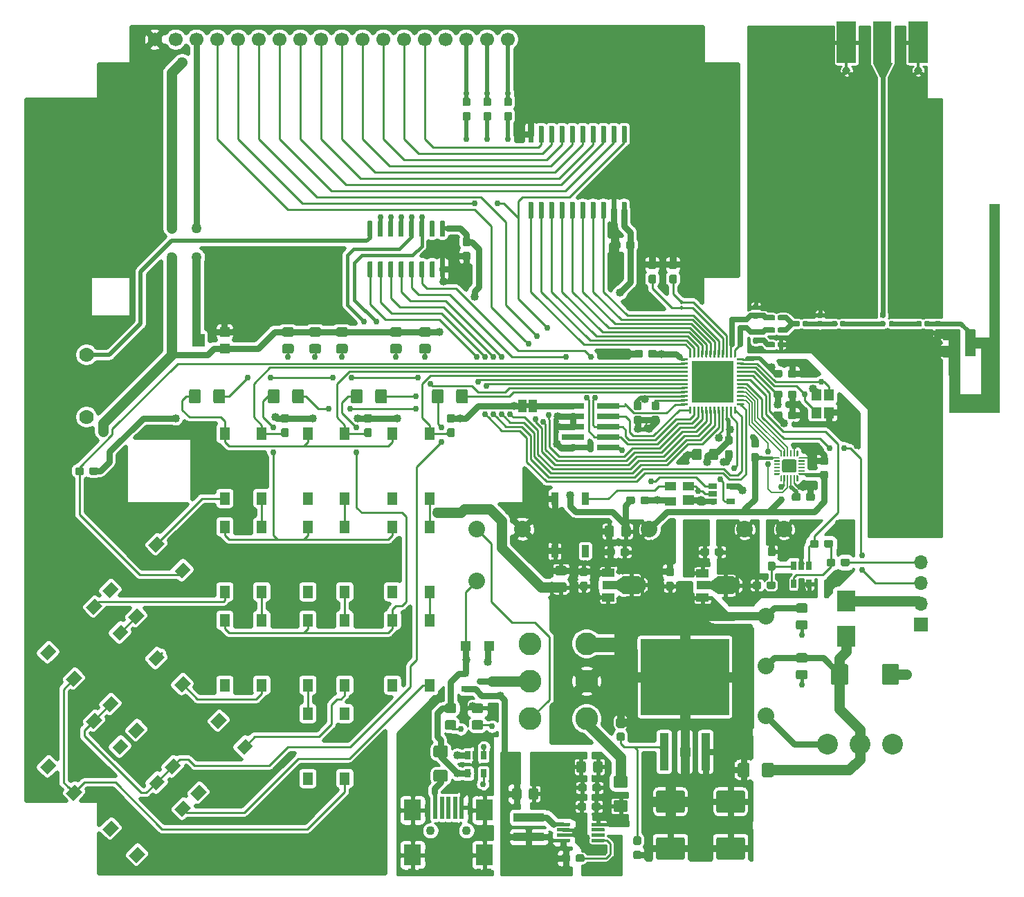
<source format=gtl>
G04 #@! TF.GenerationSoftware,KiCad,Pcbnew,(5.1.5)-3*
G04 #@! TF.CreationDate,2020-03-06T01:27:03-08:00*
G04 #@! TF.ProjectId,pandora,70616e64-6f72-4612-9e6b-696361645f70,A*
G04 #@! TF.SameCoordinates,PXf877d2b8PY8db4db0*
G04 #@! TF.FileFunction,Copper,L1,Top*
G04 #@! TF.FilePolarity,Positive*
%FSLAX46Y46*%
G04 Gerber Fmt 4.6, Leading zero omitted, Abs format (unit mm)*
G04 Created by KiCad (PCBNEW (5.1.5)-3) date 2020-03-06 01:27:03*
%MOMM*%
%LPD*%
G04 APERTURE LIST*
%ADD10C,0.002540*%
%ADD11C,0.010000*%
%ADD12C,0.100000*%
%ADD13R,1.300000X1.550000*%
%ADD14R,1.700000X1.700000*%
%ADD15O,1.700000X1.700000*%
%ADD16R,2.300000X2.500000*%
%ADD17R,5.150000X5.150000*%
%ADD18C,0.500000*%
%ADD19R,0.650000X1.060000*%
%ADD20R,1.060000X0.650000*%
%ADD21R,1.840000X2.200000*%
%ADD22R,1.500000X1.000000*%
%ADD23R,1.800000X1.000000*%
%ADD24R,0.900000X0.800000*%
%ADD25R,2.800000X0.740000*%
%ADD26C,2.794000*%
%ADD27C,0.457200*%
%ADD28R,1.200000X1.400000*%
%ADD29R,0.450000X0.468800*%
%ADD30R,0.450000X1.212000*%
%ADD31R,0.450000X1.365500*%
%ADD32R,1.400000X1.200000*%
%ADD33R,1.400000X1.000000*%
%ADD34R,3.700000X0.980000*%
%ADD35C,1.699748*%
%ADD36R,10.800000X9.400000*%
%ADD37R,1.100000X4.600000*%
%ADD38C,2.032000*%
%ADD39R,0.850000X1.500000*%
%ADD40C,1.778000*%
%ADD41R,1.500000X1.600000*%
%ADD42R,1.200000X1.200000*%
%ADD43R,1.000000X1.500000*%
%ADD44C,1.099820*%
%ADD45R,1.998980X2.499360*%
%ADD46R,0.500380X2.700020*%
%ADD47C,2.540000*%
%ADD48R,0.460000X0.950000*%
%ADD49C,0.970000*%
%ADD50R,2.420000X5.080000*%
%ADD51R,2.290000X5.080000*%
%ADD52C,0.762000*%
%ADD53C,1.016000*%
%ADD54C,1.270000*%
%ADD55C,0.609600*%
%ADD56C,1.214120*%
%ADD57C,1.371600*%
%ADD58C,1.270000*%
%ADD59C,1.778000*%
%ADD60C,1.016000*%
%ADD61C,0.762000*%
%ADD62C,0.508000*%
%ADD63C,0.381000*%
%ADD64C,0.203200*%
%ADD65C,0.254000*%
%ADD66C,0.635000*%
%ADD67C,0.990600*%
G04 APERTURE END LIST*
D10*
G36*
X106585201Y99042999D02*
G01*
X106001001Y99042999D01*
X105112001Y100770199D01*
X107398001Y100770199D01*
X106585201Y99042999D01*
G37*
X106585201Y99042999D02*
X106001001Y99042999D01*
X105112001Y100770199D01*
X107398001Y100770199D01*
X106585201Y99042999D01*
D11*
G36*
X120580916Y72728617D02*
G01*
X120580915Y73191951D01*
X120580912Y73641719D01*
X120580907Y74078121D01*
X120580901Y74501362D01*
X120580893Y74911641D01*
X120580883Y75309162D01*
X120580870Y75694127D01*
X120580855Y76066736D01*
X120580836Y76427193D01*
X120580815Y76775700D01*
X120580791Y77112458D01*
X120580763Y77437669D01*
X120580731Y77751536D01*
X120580695Y78054260D01*
X120580655Y78346044D01*
X120580610Y78627089D01*
X120580561Y78897597D01*
X120580507Y79157772D01*
X120580448Y79407813D01*
X120580383Y79647924D01*
X120580313Y79878307D01*
X120580237Y80099163D01*
X120580155Y80310695D01*
X120580066Y80513104D01*
X120579971Y80706593D01*
X120579870Y80891364D01*
X120579761Y81067618D01*
X120579645Y81235557D01*
X120579522Y81395385D01*
X120579391Y81547302D01*
X120579253Y81691510D01*
X120579106Y81828213D01*
X120578951Y81957610D01*
X120578787Y82079906D01*
X120578614Y82195301D01*
X120578433Y82303998D01*
X120578242Y82406199D01*
X120578042Y82502106D01*
X120577832Y82591920D01*
X120577612Y82675844D01*
X120577382Y82754080D01*
X120577141Y82826829D01*
X120576890Y82894294D01*
X120576628Y82956678D01*
X120576355Y83014181D01*
X120576071Y83067005D01*
X120575775Y83115354D01*
X120575468Y83159428D01*
X120575148Y83199431D01*
X120574816Y83235563D01*
X120574472Y83268027D01*
X120574115Y83297025D01*
X120573745Y83322759D01*
X120573362Y83345431D01*
X120572966Y83365243D01*
X120572556Y83382396D01*
X120572132Y83397094D01*
X120571694Y83409538D01*
X120571242Y83419929D01*
X120570776Y83428471D01*
X120570295Y83435364D01*
X120569798Y83440812D01*
X120569287Y83445016D01*
X120568760Y83448177D01*
X120568218Y83450499D01*
X120567659Y83452183D01*
X120567085Y83453431D01*
X120566538Y83454375D01*
X120561240Y83463228D01*
X120556371Y83470935D01*
X120550942Y83477571D01*
X120543963Y83483211D01*
X120534447Y83487931D01*
X120521403Y83491805D01*
X120503842Y83494910D01*
X120480777Y83497321D01*
X120451218Y83499113D01*
X120414175Y83500362D01*
X120368661Y83501142D01*
X120313686Y83501529D01*
X120248261Y83501599D01*
X120171397Y83501426D01*
X120082105Y83501087D01*
X119979397Y83500657D01*
X119960193Y83500579D01*
X119415971Y83498383D01*
X119396473Y83480163D01*
X119379880Y83461749D01*
X119366931Y83442635D01*
X119366735Y83442260D01*
X119366205Y83439744D01*
X119365694Y83434105D01*
X119365200Y83425105D01*
X119364724Y83412504D01*
X119364265Y83396063D01*
X119363823Y83375544D01*
X119363397Y83350705D01*
X119362988Y83321310D01*
X119362595Y83287118D01*
X119362217Y83247890D01*
X119361854Y83203387D01*
X119361507Y83153370D01*
X119361175Y83097600D01*
X119360856Y83035836D01*
X119360553Y82967841D01*
X119360262Y82893376D01*
X119359986Y82812199D01*
X119359723Y82724074D01*
X119359472Y82628760D01*
X119359235Y82526018D01*
X119359009Y82415609D01*
X119358796Y82297294D01*
X119358594Y82170834D01*
X119358404Y82035989D01*
X119358225Y81892521D01*
X119358057Y81740189D01*
X119357900Y81578755D01*
X119357752Y81407980D01*
X119357615Y81227625D01*
X119357487Y81037450D01*
X119357369Y80837215D01*
X119357260Y80626683D01*
X119357159Y80405613D01*
X119357067Y80173767D01*
X119356983Y79930906D01*
X119356907Y79676789D01*
X119356838Y79411178D01*
X119356777Y79133834D01*
X119356723Y78844517D01*
X119356675Y78542989D01*
X119356634Y78229010D01*
X119356598Y77902341D01*
X119356569Y77562743D01*
X119356544Y77209976D01*
X119356525Y76843801D01*
X119356511Y76463980D01*
X119356502Y76070273D01*
X119356496Y75662440D01*
X119356495Y75288387D01*
X119356495Y67154194D01*
X117571262Y67154194D01*
X117567198Y68068886D01*
X117550224Y68092683D01*
X117542522Y68103333D01*
X117535073Y68112175D01*
X117526518Y68119375D01*
X117515497Y68125103D01*
X117500651Y68129528D01*
X117480621Y68132816D01*
X117454046Y68135137D01*
X117419568Y68136659D01*
X117375827Y68137551D01*
X117321463Y68137980D01*
X117255118Y68138116D01*
X117183288Y68138125D01*
X116875182Y68138125D01*
X116430401Y68581220D01*
X116347532Y68663681D01*
X116274326Y68736313D01*
X116210209Y68799666D01*
X116154607Y68854290D01*
X116106947Y68900734D01*
X116066655Y68939548D01*
X116033157Y68971280D01*
X116005880Y68996482D01*
X115984251Y69015701D01*
X115967694Y69029488D01*
X115955638Y69038393D01*
X115949178Y69042210D01*
X115912736Y69060105D01*
X113722578Y69063935D01*
X113722578Y68604581D01*
X115752456Y68604581D01*
X116060358Y68296616D01*
X116368259Y67988650D01*
X116368271Y66505497D01*
X116368277Y66332167D01*
X116368296Y66172816D01*
X116368334Y66026848D01*
X116368395Y65893665D01*
X116368484Y65772670D01*
X116368606Y65663266D01*
X116368767Y65564855D01*
X116368971Y65476840D01*
X116369223Y65398624D01*
X116369529Y65329610D01*
X116369894Y65269201D01*
X116370322Y65216799D01*
X116370819Y65171807D01*
X116371390Y65133629D01*
X116372039Y65101665D01*
X116372773Y65075321D01*
X116373595Y65053998D01*
X116374511Y65037098D01*
X116375526Y65024026D01*
X116376645Y65014183D01*
X116377873Y65006973D01*
X116379215Y65001798D01*
X116380677Y64998061D01*
X116381025Y64997352D01*
X116395460Y64976005D01*
X116413186Y64958138D01*
X116414343Y64957266D01*
X116418525Y64954391D01*
X116423365Y64951902D01*
X116429895Y64949766D01*
X116439142Y64947952D01*
X116452138Y64946427D01*
X116469912Y64945160D01*
X116493495Y64944118D01*
X116523915Y64943270D01*
X116562203Y64942582D01*
X116609388Y64942024D01*
X116666502Y64941563D01*
X116734572Y64941167D01*
X116814630Y64940803D01*
X116907706Y64940441D01*
X116960971Y64940244D01*
X117064845Y64939840D01*
X117155142Y64939502D01*
X117232862Y64939328D01*
X117299005Y64939413D01*
X117354570Y64939853D01*
X117400558Y64940743D01*
X117437968Y64942180D01*
X117467800Y64944259D01*
X117491054Y64947076D01*
X117508730Y64950726D01*
X117521827Y64955306D01*
X117531346Y64960911D01*
X117538286Y64967637D01*
X117543647Y64975580D01*
X117548429Y64984835D01*
X117553632Y64995499D01*
X117554443Y64997096D01*
X117570842Y65029076D01*
X117570842Y65922458D01*
X118365275Y65922458D01*
X118365275Y60171888D01*
X117044257Y60173730D01*
X115723238Y60175571D01*
X115719594Y64122549D01*
X115719328Y64409382D01*
X115719071Y64682000D01*
X115718823Y64940766D01*
X115718582Y65186044D01*
X115718346Y65418195D01*
X115718114Y65637583D01*
X115717883Y65844569D01*
X115717654Y66039517D01*
X115717423Y66222788D01*
X115717190Y66394747D01*
X115716953Y66555754D01*
X115716710Y66706174D01*
X115716460Y66846367D01*
X115716202Y66976698D01*
X115715934Y67097529D01*
X115715653Y67209221D01*
X115715360Y67312139D01*
X115715052Y67406643D01*
X115714728Y67493098D01*
X115714385Y67571865D01*
X115714024Y67643308D01*
X115713641Y67707788D01*
X115713236Y67765669D01*
X115712807Y67817312D01*
X115712353Y67863081D01*
X115711872Y67903339D01*
X115711362Y67938447D01*
X115710821Y67968768D01*
X115710250Y67994665D01*
X115709645Y68016501D01*
X115709005Y68034638D01*
X115708329Y68049439D01*
X115707616Y68061266D01*
X115706863Y68070482D01*
X115706069Y68077450D01*
X115705233Y68082531D01*
X115704352Y68086090D01*
X115703427Y68088487D01*
X115702799Y68089597D01*
X115687105Y68107533D01*
X115667208Y68123342D01*
X115666357Y68123869D01*
X115662723Y68125907D01*
X115658353Y68127741D01*
X115652496Y68129380D01*
X115644401Y68130836D01*
X115633316Y68132120D01*
X115618492Y68133243D01*
X115599177Y68134215D01*
X115574620Y68135047D01*
X115544069Y68135751D01*
X115506775Y68136337D01*
X115461985Y68136816D01*
X115408949Y68137198D01*
X115346915Y68137495D01*
X115275134Y68137718D01*
X115192853Y68137877D01*
X115099322Y68137984D01*
X114993790Y68138048D01*
X114875505Y68138082D01*
X114743717Y68138096D01*
X114682822Y68138098D01*
X113722578Y68138125D01*
X113722578Y66935543D01*
X114363955Y66935543D01*
X114363955Y66141109D01*
X113722578Y66141109D01*
X113722578Y64785471D01*
X114391045Y64785471D01*
X114395746Y64298972D01*
X114396125Y64256328D01*
X114396573Y64199717D01*
X114397088Y64129745D01*
X114397666Y64047023D01*
X114398303Y63952157D01*
X114398995Y63845756D01*
X114399740Y63728430D01*
X114400533Y63600785D01*
X114401371Y63463430D01*
X114402251Y63316975D01*
X114403168Y63162027D01*
X114404120Y62999194D01*
X114405102Y62829085D01*
X114406112Y62652309D01*
X114407145Y62469474D01*
X114408198Y62281187D01*
X114409267Y62088058D01*
X114410350Y61890695D01*
X114411441Y61689706D01*
X114412539Y61485700D01*
X114413639Y61279284D01*
X114414737Y61071069D01*
X114415437Y60937207D01*
X114416510Y60733151D01*
X114417581Y60532744D01*
X114418648Y60336482D01*
X114419707Y60144859D01*
X114420755Y59958371D01*
X114421789Y59777513D01*
X114422805Y59602781D01*
X114423801Y59434669D01*
X114424773Y59273674D01*
X114425718Y59120290D01*
X114426632Y58975014D01*
X114427514Y58838339D01*
X114428358Y58710762D01*
X114429163Y58592777D01*
X114429925Y58484881D01*
X114430641Y58387568D01*
X114431307Y58301334D01*
X114431921Y58226674D01*
X114432479Y58164083D01*
X114432978Y58114057D01*
X114433415Y58077090D01*
X114433787Y58053679D01*
X114434090Y58044319D01*
X114434106Y58044213D01*
X114441305Y58028860D01*
X114455530Y58009565D01*
X114464886Y57999382D01*
X114484951Y57981968D01*
X114504924Y57972522D01*
X114531831Y57967593D01*
X114541846Y57967270D01*
X114565945Y57966964D01*
X114603637Y57966674D01*
X114654428Y57966401D01*
X114717826Y57966146D01*
X114793340Y57965908D01*
X114880476Y57965688D01*
X114978742Y57965487D01*
X115087645Y57965305D01*
X115206694Y57965143D01*
X115335396Y57965000D01*
X115473259Y57964878D01*
X115619790Y57964776D01*
X115774497Y57964696D01*
X115936888Y57964637D01*
X116106469Y57964600D01*
X116282750Y57964585D01*
X116465237Y57964593D01*
X116653438Y57964624D01*
X116846860Y57964679D01*
X117045012Y57964758D01*
X117247401Y57964862D01*
X117453534Y57964990D01*
X117538044Y57965049D01*
X117785805Y57965230D01*
X118019408Y57965405D01*
X118239273Y57965578D01*
X118445820Y57965749D01*
X118639467Y57965921D01*
X118820636Y57966096D01*
X118989744Y57966277D01*
X119147211Y57966465D01*
X119293457Y57966663D01*
X119428901Y57966872D01*
X119553963Y57967095D01*
X119669062Y57967334D01*
X119774618Y57967592D01*
X119871049Y57967869D01*
X119958776Y57968170D01*
X120038218Y57968494D01*
X120109793Y57968846D01*
X120173923Y57969226D01*
X120231026Y57969637D01*
X120281521Y57970081D01*
X120325828Y57970561D01*
X120364367Y57971078D01*
X120397556Y57971634D01*
X120425816Y57972233D01*
X120449566Y57972875D01*
X120469225Y57973563D01*
X120485212Y57974299D01*
X120497948Y57975085D01*
X120507851Y57975924D01*
X120515340Y57976817D01*
X120520837Y57977767D01*
X120524759Y57978775D01*
X120527526Y57979845D01*
X120528424Y57980301D01*
X120549227Y57996097D01*
X120566278Y58016125D01*
X120566661Y58016743D01*
X120567243Y58017800D01*
X120567809Y58019169D01*
X120568360Y58021052D01*
X120568894Y58023650D01*
X120569413Y58027167D01*
X120569918Y58031803D01*
X120570407Y58037761D01*
X120570881Y58045243D01*
X120571341Y58054451D01*
X120571786Y58065586D01*
X120572218Y58078852D01*
X120572635Y58094449D01*
X120573039Y58112580D01*
X120573430Y58133447D01*
X120573807Y58157251D01*
X120574172Y58184196D01*
X120574523Y58214482D01*
X120574863Y58248312D01*
X120575190Y58285888D01*
X120575505Y58327412D01*
X120575808Y58373085D01*
X120576099Y58423110D01*
X120576380Y58477689D01*
X120576649Y58537024D01*
X120576907Y58601317D01*
X120577154Y58670769D01*
X120577392Y58745583D01*
X120577618Y58825961D01*
X120577835Y58912104D01*
X120578042Y59004216D01*
X120578240Y59102497D01*
X120578428Y59207149D01*
X120578607Y59318376D01*
X120578777Y59436378D01*
X120578939Y59561358D01*
X120579092Y59693518D01*
X120579237Y59833059D01*
X120579374Y59980184D01*
X120579504Y60135095D01*
X120579626Y60297994D01*
X120579740Y60469082D01*
X120579848Y60648562D01*
X120579948Y60836636D01*
X120580042Y61033505D01*
X120580130Y61239372D01*
X120580212Y61454439D01*
X120580287Y61678907D01*
X120580357Y61912979D01*
X120580422Y62156857D01*
X120580481Y62410742D01*
X120580535Y62674837D01*
X120580584Y62949344D01*
X120580629Y63234465D01*
X120580670Y63530401D01*
X120580706Y63837354D01*
X120580739Y64155528D01*
X120580768Y64485123D01*
X120580793Y64826341D01*
X120580815Y65179385D01*
X120580834Y65544457D01*
X120580851Y65921759D01*
X120580865Y66311492D01*
X120580877Y66713859D01*
X120580886Y67129061D01*
X120580894Y67557301D01*
X120580900Y67998780D01*
X120580905Y68453701D01*
X120580908Y68922266D01*
X120580911Y69404676D01*
X120580913Y69901134D01*
X120580914Y70411842D01*
X120580915Y70735572D01*
X120580916Y71255193D01*
X120580917Y71760440D01*
X120580917Y72251514D01*
X120580916Y72728617D01*
G37*
X120580916Y72728617D02*
X120580915Y73191951D01*
X120580912Y73641719D01*
X120580907Y74078121D01*
X120580901Y74501362D01*
X120580893Y74911641D01*
X120580883Y75309162D01*
X120580870Y75694127D01*
X120580855Y76066736D01*
X120580836Y76427193D01*
X120580815Y76775700D01*
X120580791Y77112458D01*
X120580763Y77437669D01*
X120580731Y77751536D01*
X120580695Y78054260D01*
X120580655Y78346044D01*
X120580610Y78627089D01*
X120580561Y78897597D01*
X120580507Y79157772D01*
X120580448Y79407813D01*
X120580383Y79647924D01*
X120580313Y79878307D01*
X120580237Y80099163D01*
X120580155Y80310695D01*
X120580066Y80513104D01*
X120579971Y80706593D01*
X120579870Y80891364D01*
X120579761Y81067618D01*
X120579645Y81235557D01*
X120579522Y81395385D01*
X120579391Y81547302D01*
X120579253Y81691510D01*
X120579106Y81828213D01*
X120578951Y81957610D01*
X120578787Y82079906D01*
X120578614Y82195301D01*
X120578433Y82303998D01*
X120578242Y82406199D01*
X120578042Y82502106D01*
X120577832Y82591920D01*
X120577612Y82675844D01*
X120577382Y82754080D01*
X120577141Y82826829D01*
X120576890Y82894294D01*
X120576628Y82956678D01*
X120576355Y83014181D01*
X120576071Y83067005D01*
X120575775Y83115354D01*
X120575468Y83159428D01*
X120575148Y83199431D01*
X120574816Y83235563D01*
X120574472Y83268027D01*
X120574115Y83297025D01*
X120573745Y83322759D01*
X120573362Y83345431D01*
X120572966Y83365243D01*
X120572556Y83382396D01*
X120572132Y83397094D01*
X120571694Y83409538D01*
X120571242Y83419929D01*
X120570776Y83428471D01*
X120570295Y83435364D01*
X120569798Y83440812D01*
X120569287Y83445016D01*
X120568760Y83448177D01*
X120568218Y83450499D01*
X120567659Y83452183D01*
X120567085Y83453431D01*
X120566538Y83454375D01*
X120561240Y83463228D01*
X120556371Y83470935D01*
X120550942Y83477571D01*
X120543963Y83483211D01*
X120534447Y83487931D01*
X120521403Y83491805D01*
X120503842Y83494910D01*
X120480777Y83497321D01*
X120451218Y83499113D01*
X120414175Y83500362D01*
X120368661Y83501142D01*
X120313686Y83501529D01*
X120248261Y83501599D01*
X120171397Y83501426D01*
X120082105Y83501087D01*
X119979397Y83500657D01*
X119960193Y83500579D01*
X119415971Y83498383D01*
X119396473Y83480163D01*
X119379880Y83461749D01*
X119366931Y83442635D01*
X119366735Y83442260D01*
X119366205Y83439744D01*
X119365694Y83434105D01*
X119365200Y83425105D01*
X119364724Y83412504D01*
X119364265Y83396063D01*
X119363823Y83375544D01*
X119363397Y83350705D01*
X119362988Y83321310D01*
X119362595Y83287118D01*
X119362217Y83247890D01*
X119361854Y83203387D01*
X119361507Y83153370D01*
X119361175Y83097600D01*
X119360856Y83035836D01*
X119360553Y82967841D01*
X119360262Y82893376D01*
X119359986Y82812199D01*
X119359723Y82724074D01*
X119359472Y82628760D01*
X119359235Y82526018D01*
X119359009Y82415609D01*
X119358796Y82297294D01*
X119358594Y82170834D01*
X119358404Y82035989D01*
X119358225Y81892521D01*
X119358057Y81740189D01*
X119357900Y81578755D01*
X119357752Y81407980D01*
X119357615Y81227625D01*
X119357487Y81037450D01*
X119357369Y80837215D01*
X119357260Y80626683D01*
X119357159Y80405613D01*
X119357067Y80173767D01*
X119356983Y79930906D01*
X119356907Y79676789D01*
X119356838Y79411178D01*
X119356777Y79133834D01*
X119356723Y78844517D01*
X119356675Y78542989D01*
X119356634Y78229010D01*
X119356598Y77902341D01*
X119356569Y77562743D01*
X119356544Y77209976D01*
X119356525Y76843801D01*
X119356511Y76463980D01*
X119356502Y76070273D01*
X119356496Y75662440D01*
X119356495Y75288387D01*
X119356495Y67154194D01*
X117571262Y67154194D01*
X117567198Y68068886D01*
X117550224Y68092683D01*
X117542522Y68103333D01*
X117535073Y68112175D01*
X117526518Y68119375D01*
X117515497Y68125103D01*
X117500651Y68129528D01*
X117480621Y68132816D01*
X117454046Y68135137D01*
X117419568Y68136659D01*
X117375827Y68137551D01*
X117321463Y68137980D01*
X117255118Y68138116D01*
X117183288Y68138125D01*
X116875182Y68138125D01*
X116430401Y68581220D01*
X116347532Y68663681D01*
X116274326Y68736313D01*
X116210209Y68799666D01*
X116154607Y68854290D01*
X116106947Y68900734D01*
X116066655Y68939548D01*
X116033157Y68971280D01*
X116005880Y68996482D01*
X115984251Y69015701D01*
X115967694Y69029488D01*
X115955638Y69038393D01*
X115949178Y69042210D01*
X115912736Y69060105D01*
X113722578Y69063935D01*
X113722578Y68604581D01*
X115752456Y68604581D01*
X116060358Y68296616D01*
X116368259Y67988650D01*
X116368271Y66505497D01*
X116368277Y66332167D01*
X116368296Y66172816D01*
X116368334Y66026848D01*
X116368395Y65893665D01*
X116368484Y65772670D01*
X116368606Y65663266D01*
X116368767Y65564855D01*
X116368971Y65476840D01*
X116369223Y65398624D01*
X116369529Y65329610D01*
X116369894Y65269201D01*
X116370322Y65216799D01*
X116370819Y65171807D01*
X116371390Y65133629D01*
X116372039Y65101665D01*
X116372773Y65075321D01*
X116373595Y65053998D01*
X116374511Y65037098D01*
X116375526Y65024026D01*
X116376645Y65014183D01*
X116377873Y65006973D01*
X116379215Y65001798D01*
X116380677Y64998061D01*
X116381025Y64997352D01*
X116395460Y64976005D01*
X116413186Y64958138D01*
X116414343Y64957266D01*
X116418525Y64954391D01*
X116423365Y64951902D01*
X116429895Y64949766D01*
X116439142Y64947952D01*
X116452138Y64946427D01*
X116469912Y64945160D01*
X116493495Y64944118D01*
X116523915Y64943270D01*
X116562203Y64942582D01*
X116609388Y64942024D01*
X116666502Y64941563D01*
X116734572Y64941167D01*
X116814630Y64940803D01*
X116907706Y64940441D01*
X116960971Y64940244D01*
X117064845Y64939840D01*
X117155142Y64939502D01*
X117232862Y64939328D01*
X117299005Y64939413D01*
X117354570Y64939853D01*
X117400558Y64940743D01*
X117437968Y64942180D01*
X117467800Y64944259D01*
X117491054Y64947076D01*
X117508730Y64950726D01*
X117521827Y64955306D01*
X117531346Y64960911D01*
X117538286Y64967637D01*
X117543647Y64975580D01*
X117548429Y64984835D01*
X117553632Y64995499D01*
X117554443Y64997096D01*
X117570842Y65029076D01*
X117570842Y65922458D01*
X118365275Y65922458D01*
X118365275Y60171888D01*
X117044257Y60173730D01*
X115723238Y60175571D01*
X115719594Y64122549D01*
X115719328Y64409382D01*
X115719071Y64682000D01*
X115718823Y64940766D01*
X115718582Y65186044D01*
X115718346Y65418195D01*
X115718114Y65637583D01*
X115717883Y65844569D01*
X115717654Y66039517D01*
X115717423Y66222788D01*
X115717190Y66394747D01*
X115716953Y66555754D01*
X115716710Y66706174D01*
X115716460Y66846367D01*
X115716202Y66976698D01*
X115715934Y67097529D01*
X115715653Y67209221D01*
X115715360Y67312139D01*
X115715052Y67406643D01*
X115714728Y67493098D01*
X115714385Y67571865D01*
X115714024Y67643308D01*
X115713641Y67707788D01*
X115713236Y67765669D01*
X115712807Y67817312D01*
X115712353Y67863081D01*
X115711872Y67903339D01*
X115711362Y67938447D01*
X115710821Y67968768D01*
X115710250Y67994665D01*
X115709645Y68016501D01*
X115709005Y68034638D01*
X115708329Y68049439D01*
X115707616Y68061266D01*
X115706863Y68070482D01*
X115706069Y68077450D01*
X115705233Y68082531D01*
X115704352Y68086090D01*
X115703427Y68088487D01*
X115702799Y68089597D01*
X115687105Y68107533D01*
X115667208Y68123342D01*
X115666357Y68123869D01*
X115662723Y68125907D01*
X115658353Y68127741D01*
X115652496Y68129380D01*
X115644401Y68130836D01*
X115633316Y68132120D01*
X115618492Y68133243D01*
X115599177Y68134215D01*
X115574620Y68135047D01*
X115544069Y68135751D01*
X115506775Y68136337D01*
X115461985Y68136816D01*
X115408949Y68137198D01*
X115346915Y68137495D01*
X115275134Y68137718D01*
X115192853Y68137877D01*
X115099322Y68137984D01*
X114993790Y68138048D01*
X114875505Y68138082D01*
X114743717Y68138096D01*
X114682822Y68138098D01*
X113722578Y68138125D01*
X113722578Y66935543D01*
X114363955Y66935543D01*
X114363955Y66141109D01*
X113722578Y66141109D01*
X113722578Y64785471D01*
X114391045Y64785471D01*
X114395746Y64298972D01*
X114396125Y64256328D01*
X114396573Y64199717D01*
X114397088Y64129745D01*
X114397666Y64047023D01*
X114398303Y63952157D01*
X114398995Y63845756D01*
X114399740Y63728430D01*
X114400533Y63600785D01*
X114401371Y63463430D01*
X114402251Y63316975D01*
X114403168Y63162027D01*
X114404120Y62999194D01*
X114405102Y62829085D01*
X114406112Y62652309D01*
X114407145Y62469474D01*
X114408198Y62281187D01*
X114409267Y62088058D01*
X114410350Y61890695D01*
X114411441Y61689706D01*
X114412539Y61485700D01*
X114413639Y61279284D01*
X114414737Y61071069D01*
X114415437Y60937207D01*
X114416510Y60733151D01*
X114417581Y60532744D01*
X114418648Y60336482D01*
X114419707Y60144859D01*
X114420755Y59958371D01*
X114421789Y59777513D01*
X114422805Y59602781D01*
X114423801Y59434669D01*
X114424773Y59273674D01*
X114425718Y59120290D01*
X114426632Y58975014D01*
X114427514Y58838339D01*
X114428358Y58710762D01*
X114429163Y58592777D01*
X114429925Y58484881D01*
X114430641Y58387568D01*
X114431307Y58301334D01*
X114431921Y58226674D01*
X114432479Y58164083D01*
X114432978Y58114057D01*
X114433415Y58077090D01*
X114433787Y58053679D01*
X114434090Y58044319D01*
X114434106Y58044213D01*
X114441305Y58028860D01*
X114455530Y58009565D01*
X114464886Y57999382D01*
X114484951Y57981968D01*
X114504924Y57972522D01*
X114531831Y57967593D01*
X114541846Y57967270D01*
X114565945Y57966964D01*
X114603637Y57966674D01*
X114654428Y57966401D01*
X114717826Y57966146D01*
X114793340Y57965908D01*
X114880476Y57965688D01*
X114978742Y57965487D01*
X115087645Y57965305D01*
X115206694Y57965143D01*
X115335396Y57965000D01*
X115473259Y57964878D01*
X115619790Y57964776D01*
X115774497Y57964696D01*
X115936888Y57964637D01*
X116106469Y57964600D01*
X116282750Y57964585D01*
X116465237Y57964593D01*
X116653438Y57964624D01*
X116846860Y57964679D01*
X117045012Y57964758D01*
X117247401Y57964862D01*
X117453534Y57964990D01*
X117538044Y57965049D01*
X117785805Y57965230D01*
X118019408Y57965405D01*
X118239273Y57965578D01*
X118445820Y57965749D01*
X118639467Y57965921D01*
X118820636Y57966096D01*
X118989744Y57966277D01*
X119147211Y57966465D01*
X119293457Y57966663D01*
X119428901Y57966872D01*
X119553963Y57967095D01*
X119669062Y57967334D01*
X119774618Y57967592D01*
X119871049Y57967869D01*
X119958776Y57968170D01*
X120038218Y57968494D01*
X120109793Y57968846D01*
X120173923Y57969226D01*
X120231026Y57969637D01*
X120281521Y57970081D01*
X120325828Y57970561D01*
X120364367Y57971078D01*
X120397556Y57971634D01*
X120425816Y57972233D01*
X120449566Y57972875D01*
X120469225Y57973563D01*
X120485212Y57974299D01*
X120497948Y57975085D01*
X120507851Y57975924D01*
X120515340Y57976817D01*
X120520837Y57977767D01*
X120524759Y57978775D01*
X120527526Y57979845D01*
X120528424Y57980301D01*
X120549227Y57996097D01*
X120566278Y58016125D01*
X120566661Y58016743D01*
X120567243Y58017800D01*
X120567809Y58019169D01*
X120568360Y58021052D01*
X120568894Y58023650D01*
X120569413Y58027167D01*
X120569918Y58031803D01*
X120570407Y58037761D01*
X120570881Y58045243D01*
X120571341Y58054451D01*
X120571786Y58065586D01*
X120572218Y58078852D01*
X120572635Y58094449D01*
X120573039Y58112580D01*
X120573430Y58133447D01*
X120573807Y58157251D01*
X120574172Y58184196D01*
X120574523Y58214482D01*
X120574863Y58248312D01*
X120575190Y58285888D01*
X120575505Y58327412D01*
X120575808Y58373085D01*
X120576099Y58423110D01*
X120576380Y58477689D01*
X120576649Y58537024D01*
X120576907Y58601317D01*
X120577154Y58670769D01*
X120577392Y58745583D01*
X120577618Y58825961D01*
X120577835Y58912104D01*
X120578042Y59004216D01*
X120578240Y59102497D01*
X120578428Y59207149D01*
X120578607Y59318376D01*
X120578777Y59436378D01*
X120578939Y59561358D01*
X120579092Y59693518D01*
X120579237Y59833059D01*
X120579374Y59980184D01*
X120579504Y60135095D01*
X120579626Y60297994D01*
X120579740Y60469082D01*
X120579848Y60648562D01*
X120579948Y60836636D01*
X120580042Y61033505D01*
X120580130Y61239372D01*
X120580212Y61454439D01*
X120580287Y61678907D01*
X120580357Y61912979D01*
X120580422Y62156857D01*
X120580481Y62410742D01*
X120580535Y62674837D01*
X120580584Y62949344D01*
X120580629Y63234465D01*
X120580670Y63530401D01*
X120580706Y63837354D01*
X120580739Y64155528D01*
X120580768Y64485123D01*
X120580793Y64826341D01*
X120580815Y65179385D01*
X120580834Y65544457D01*
X120580851Y65921759D01*
X120580865Y66311492D01*
X120580877Y66713859D01*
X120580886Y67129061D01*
X120580894Y67557301D01*
X120580900Y67998780D01*
X120580905Y68453701D01*
X120580908Y68922266D01*
X120580911Y69404676D01*
X120580913Y69901134D01*
X120580914Y70411842D01*
X120580915Y70735572D01*
X120580916Y71255193D01*
X120580917Y71760440D01*
X120580917Y72251514D01*
X120580916Y72728617D01*
D12*
G36*
X62615000Y59101000D02*
G01*
X63115000Y59101000D01*
X63115000Y58501000D01*
X62615000Y58501000D01*
X62615000Y59101000D01*
G37*
D13*
X35967000Y32526999D03*
X35967000Y24576999D03*
X40487000Y24576999D03*
X40487000Y32526999D03*
D14*
X111005002Y32004000D03*
D15*
X111005002Y34544000D03*
X111005002Y37084000D03*
X111005002Y39624000D03*
G04 #@! TA.AperFunction,SMDPad,CuDef*
D12*
G36*
X72174784Y5802468D02*
G01*
X72185462Y5800884D01*
X72195933Y5798261D01*
X72206097Y5794625D01*
X72215856Y5790009D01*
X72225115Y5784460D01*
X72233785Y5778029D01*
X72241784Y5770780D01*
X72249033Y5762781D01*
X72255464Y5754111D01*
X72261013Y5744852D01*
X72265629Y5735093D01*
X72269265Y5724929D01*
X72271888Y5714458D01*
X72273472Y5703780D01*
X72274002Y5692998D01*
X72274002Y5472998D01*
X72273472Y5462216D01*
X72271888Y5451538D01*
X72269265Y5441067D01*
X72265629Y5430903D01*
X72261013Y5421144D01*
X72255464Y5411885D01*
X72249033Y5403215D01*
X72241784Y5395216D01*
X72233785Y5387967D01*
X72225115Y5381536D01*
X72215856Y5375987D01*
X72206097Y5371371D01*
X72195933Y5367735D01*
X72185462Y5365112D01*
X72174784Y5363528D01*
X72164002Y5362998D01*
X70759002Y5362998D01*
X70748220Y5363528D01*
X70737542Y5365112D01*
X70727071Y5367735D01*
X70716907Y5371371D01*
X70707148Y5375987D01*
X70697889Y5381536D01*
X70689219Y5387967D01*
X70681220Y5395216D01*
X70673971Y5403215D01*
X70667540Y5411885D01*
X70661991Y5421144D01*
X70657375Y5430903D01*
X70653739Y5441067D01*
X70651116Y5451538D01*
X70649532Y5462216D01*
X70649002Y5472998D01*
X70649002Y5692998D01*
X70649532Y5703780D01*
X70651116Y5714458D01*
X70653739Y5724929D01*
X70657375Y5735093D01*
X70661991Y5744852D01*
X70667540Y5754111D01*
X70673971Y5762781D01*
X70681220Y5770780D01*
X70689219Y5778029D01*
X70697889Y5784460D01*
X70707148Y5790009D01*
X70716907Y5794625D01*
X70727071Y5798261D01*
X70737542Y5800884D01*
X70748220Y5802468D01*
X70759002Y5802998D01*
X72164002Y5802998D01*
X72174784Y5802468D01*
G37*
G04 #@! TD.AperFunction*
G04 #@! TA.AperFunction,SMDPad,CuDef*
G36*
X72174784Y6452468D02*
G01*
X72185462Y6450884D01*
X72195933Y6448261D01*
X72206097Y6444625D01*
X72215856Y6440009D01*
X72225115Y6434460D01*
X72233785Y6428029D01*
X72241784Y6420780D01*
X72249033Y6412781D01*
X72255464Y6404111D01*
X72261013Y6394852D01*
X72265629Y6385093D01*
X72269265Y6374929D01*
X72271888Y6364458D01*
X72273472Y6353780D01*
X72274002Y6342998D01*
X72274002Y6122998D01*
X72273472Y6112216D01*
X72271888Y6101538D01*
X72269265Y6091067D01*
X72265629Y6080903D01*
X72261013Y6071144D01*
X72255464Y6061885D01*
X72249033Y6053215D01*
X72241784Y6045216D01*
X72233785Y6037967D01*
X72225115Y6031536D01*
X72215856Y6025987D01*
X72206097Y6021371D01*
X72195933Y6017735D01*
X72185462Y6015112D01*
X72174784Y6013528D01*
X72164002Y6012998D01*
X70759002Y6012998D01*
X70748220Y6013528D01*
X70737542Y6015112D01*
X70727071Y6017735D01*
X70716907Y6021371D01*
X70707148Y6025987D01*
X70697889Y6031536D01*
X70689219Y6037967D01*
X70681220Y6045216D01*
X70673971Y6053215D01*
X70667540Y6061885D01*
X70661991Y6071144D01*
X70657375Y6080903D01*
X70653739Y6091067D01*
X70651116Y6101538D01*
X70649532Y6112216D01*
X70649002Y6122998D01*
X70649002Y6342998D01*
X70649532Y6353780D01*
X70651116Y6364458D01*
X70653739Y6374929D01*
X70657375Y6385093D01*
X70661991Y6394852D01*
X70667540Y6404111D01*
X70673971Y6412781D01*
X70681220Y6420780D01*
X70689219Y6428029D01*
X70697889Y6434460D01*
X70707148Y6440009D01*
X70716907Y6444625D01*
X70727071Y6448261D01*
X70737542Y6450884D01*
X70748220Y6452468D01*
X70759002Y6452998D01*
X72164002Y6452998D01*
X72174784Y6452468D01*
G37*
G04 #@! TD.AperFunction*
G04 #@! TA.AperFunction,SMDPad,CuDef*
G36*
X72174784Y7102468D02*
G01*
X72185462Y7100884D01*
X72195933Y7098261D01*
X72206097Y7094625D01*
X72215856Y7090009D01*
X72225115Y7084460D01*
X72233785Y7078029D01*
X72241784Y7070780D01*
X72249033Y7062781D01*
X72255464Y7054111D01*
X72261013Y7044852D01*
X72265629Y7035093D01*
X72269265Y7024929D01*
X72271888Y7014458D01*
X72273472Y7003780D01*
X72274002Y6992998D01*
X72274002Y6772998D01*
X72273472Y6762216D01*
X72271888Y6751538D01*
X72269265Y6741067D01*
X72265629Y6730903D01*
X72261013Y6721144D01*
X72255464Y6711885D01*
X72249033Y6703215D01*
X72241784Y6695216D01*
X72233785Y6687967D01*
X72225115Y6681536D01*
X72215856Y6675987D01*
X72206097Y6671371D01*
X72195933Y6667735D01*
X72185462Y6665112D01*
X72174784Y6663528D01*
X72164002Y6662998D01*
X70759002Y6662998D01*
X70748220Y6663528D01*
X70737542Y6665112D01*
X70727071Y6667735D01*
X70716907Y6671371D01*
X70707148Y6675987D01*
X70697889Y6681536D01*
X70689219Y6687967D01*
X70681220Y6695216D01*
X70673971Y6703215D01*
X70667540Y6711885D01*
X70661991Y6721144D01*
X70657375Y6730903D01*
X70653739Y6741067D01*
X70651116Y6751538D01*
X70649532Y6762216D01*
X70649002Y6772998D01*
X70649002Y6992998D01*
X70649532Y7003780D01*
X70651116Y7014458D01*
X70653739Y7024929D01*
X70657375Y7035093D01*
X70661991Y7044852D01*
X70667540Y7054111D01*
X70673971Y7062781D01*
X70681220Y7070780D01*
X70689219Y7078029D01*
X70697889Y7084460D01*
X70707148Y7090009D01*
X70716907Y7094625D01*
X70727071Y7098261D01*
X70737542Y7100884D01*
X70748220Y7102468D01*
X70759002Y7102998D01*
X72164002Y7102998D01*
X72174784Y7102468D01*
G37*
G04 #@! TD.AperFunction*
G04 #@! TA.AperFunction,SMDPad,CuDef*
G36*
X72174784Y7752468D02*
G01*
X72185462Y7750884D01*
X72195933Y7748261D01*
X72206097Y7744625D01*
X72215856Y7740009D01*
X72225115Y7734460D01*
X72233785Y7728029D01*
X72241784Y7720780D01*
X72249033Y7712781D01*
X72255464Y7704111D01*
X72261013Y7694852D01*
X72265629Y7685093D01*
X72269265Y7674929D01*
X72271888Y7664458D01*
X72273472Y7653780D01*
X72274002Y7642998D01*
X72274002Y7422998D01*
X72273472Y7412216D01*
X72271888Y7401538D01*
X72269265Y7391067D01*
X72265629Y7380903D01*
X72261013Y7371144D01*
X72255464Y7361885D01*
X72249033Y7353215D01*
X72241784Y7345216D01*
X72233785Y7337967D01*
X72225115Y7331536D01*
X72215856Y7325987D01*
X72206097Y7321371D01*
X72195933Y7317735D01*
X72185462Y7315112D01*
X72174784Y7313528D01*
X72164002Y7312998D01*
X70759002Y7312998D01*
X70748220Y7313528D01*
X70737542Y7315112D01*
X70727071Y7317735D01*
X70716907Y7321371D01*
X70707148Y7325987D01*
X70697889Y7331536D01*
X70689219Y7337967D01*
X70681220Y7345216D01*
X70673971Y7353215D01*
X70667540Y7361885D01*
X70661991Y7371144D01*
X70657375Y7380903D01*
X70653739Y7391067D01*
X70651116Y7401538D01*
X70649532Y7412216D01*
X70649002Y7422998D01*
X70649002Y7642998D01*
X70649532Y7653780D01*
X70651116Y7664458D01*
X70653739Y7674929D01*
X70657375Y7685093D01*
X70661991Y7694852D01*
X70667540Y7704111D01*
X70673971Y7712781D01*
X70681220Y7720780D01*
X70689219Y7728029D01*
X70697889Y7734460D01*
X70707148Y7740009D01*
X70716907Y7744625D01*
X70727071Y7748261D01*
X70737542Y7750884D01*
X70748220Y7752468D01*
X70759002Y7752998D01*
X72164002Y7752998D01*
X72174784Y7752468D01*
G37*
G04 #@! TD.AperFunction*
G04 #@! TA.AperFunction,SMDPad,CuDef*
G36*
X67949784Y7752468D02*
G01*
X67960462Y7750884D01*
X67970933Y7748261D01*
X67981097Y7744625D01*
X67990856Y7740009D01*
X68000115Y7734460D01*
X68008785Y7728029D01*
X68016784Y7720780D01*
X68024033Y7712781D01*
X68030464Y7704111D01*
X68036013Y7694852D01*
X68040629Y7685093D01*
X68044265Y7674929D01*
X68046888Y7664458D01*
X68048472Y7653780D01*
X68049002Y7642998D01*
X68049002Y7422998D01*
X68048472Y7412216D01*
X68046888Y7401538D01*
X68044265Y7391067D01*
X68040629Y7380903D01*
X68036013Y7371144D01*
X68030464Y7361885D01*
X68024033Y7353215D01*
X68016784Y7345216D01*
X68008785Y7337967D01*
X68000115Y7331536D01*
X67990856Y7325987D01*
X67981097Y7321371D01*
X67970933Y7317735D01*
X67960462Y7315112D01*
X67949784Y7313528D01*
X67939002Y7312998D01*
X66534002Y7312998D01*
X66523220Y7313528D01*
X66512542Y7315112D01*
X66502071Y7317735D01*
X66491907Y7321371D01*
X66482148Y7325987D01*
X66472889Y7331536D01*
X66464219Y7337967D01*
X66456220Y7345216D01*
X66448971Y7353215D01*
X66442540Y7361885D01*
X66436991Y7371144D01*
X66432375Y7380903D01*
X66428739Y7391067D01*
X66426116Y7401538D01*
X66424532Y7412216D01*
X66424002Y7422998D01*
X66424002Y7642998D01*
X66424532Y7653780D01*
X66426116Y7664458D01*
X66428739Y7674929D01*
X66432375Y7685093D01*
X66436991Y7694852D01*
X66442540Y7704111D01*
X66448971Y7712781D01*
X66456220Y7720780D01*
X66464219Y7728029D01*
X66472889Y7734460D01*
X66482148Y7740009D01*
X66491907Y7744625D01*
X66502071Y7748261D01*
X66512542Y7750884D01*
X66523220Y7752468D01*
X66534002Y7752998D01*
X67939002Y7752998D01*
X67949784Y7752468D01*
G37*
G04 #@! TD.AperFunction*
G04 #@! TA.AperFunction,SMDPad,CuDef*
G36*
X67949784Y7102468D02*
G01*
X67960462Y7100884D01*
X67970933Y7098261D01*
X67981097Y7094625D01*
X67990856Y7090009D01*
X68000115Y7084460D01*
X68008785Y7078029D01*
X68016784Y7070780D01*
X68024033Y7062781D01*
X68030464Y7054111D01*
X68036013Y7044852D01*
X68040629Y7035093D01*
X68044265Y7024929D01*
X68046888Y7014458D01*
X68048472Y7003780D01*
X68049002Y6992998D01*
X68049002Y6772998D01*
X68048472Y6762216D01*
X68046888Y6751538D01*
X68044265Y6741067D01*
X68040629Y6730903D01*
X68036013Y6721144D01*
X68030464Y6711885D01*
X68024033Y6703215D01*
X68016784Y6695216D01*
X68008785Y6687967D01*
X68000115Y6681536D01*
X67990856Y6675987D01*
X67981097Y6671371D01*
X67970933Y6667735D01*
X67960462Y6665112D01*
X67949784Y6663528D01*
X67939002Y6662998D01*
X66534002Y6662998D01*
X66523220Y6663528D01*
X66512542Y6665112D01*
X66502071Y6667735D01*
X66491907Y6671371D01*
X66482148Y6675987D01*
X66472889Y6681536D01*
X66464219Y6687967D01*
X66456220Y6695216D01*
X66448971Y6703215D01*
X66442540Y6711885D01*
X66436991Y6721144D01*
X66432375Y6730903D01*
X66428739Y6741067D01*
X66426116Y6751538D01*
X66424532Y6762216D01*
X66424002Y6772998D01*
X66424002Y6992998D01*
X66424532Y7003780D01*
X66426116Y7014458D01*
X66428739Y7024929D01*
X66432375Y7035093D01*
X66436991Y7044852D01*
X66442540Y7054111D01*
X66448971Y7062781D01*
X66456220Y7070780D01*
X66464219Y7078029D01*
X66472889Y7084460D01*
X66482148Y7090009D01*
X66491907Y7094625D01*
X66502071Y7098261D01*
X66512542Y7100884D01*
X66523220Y7102468D01*
X66534002Y7102998D01*
X67939002Y7102998D01*
X67949784Y7102468D01*
G37*
G04 #@! TD.AperFunction*
G04 #@! TA.AperFunction,SMDPad,CuDef*
G36*
X67949784Y6452468D02*
G01*
X67960462Y6450884D01*
X67970933Y6448261D01*
X67981097Y6444625D01*
X67990856Y6440009D01*
X68000115Y6434460D01*
X68008785Y6428029D01*
X68016784Y6420780D01*
X68024033Y6412781D01*
X68030464Y6404111D01*
X68036013Y6394852D01*
X68040629Y6385093D01*
X68044265Y6374929D01*
X68046888Y6364458D01*
X68048472Y6353780D01*
X68049002Y6342998D01*
X68049002Y6122998D01*
X68048472Y6112216D01*
X68046888Y6101538D01*
X68044265Y6091067D01*
X68040629Y6080903D01*
X68036013Y6071144D01*
X68030464Y6061885D01*
X68024033Y6053215D01*
X68016784Y6045216D01*
X68008785Y6037967D01*
X68000115Y6031536D01*
X67990856Y6025987D01*
X67981097Y6021371D01*
X67970933Y6017735D01*
X67960462Y6015112D01*
X67949784Y6013528D01*
X67939002Y6012998D01*
X66534002Y6012998D01*
X66523220Y6013528D01*
X66512542Y6015112D01*
X66502071Y6017735D01*
X66491907Y6021371D01*
X66482148Y6025987D01*
X66472889Y6031536D01*
X66464219Y6037967D01*
X66456220Y6045216D01*
X66448971Y6053215D01*
X66442540Y6061885D01*
X66436991Y6071144D01*
X66432375Y6080903D01*
X66428739Y6091067D01*
X66426116Y6101538D01*
X66424532Y6112216D01*
X66424002Y6122998D01*
X66424002Y6342998D01*
X66424532Y6353780D01*
X66426116Y6364458D01*
X66428739Y6374929D01*
X66432375Y6385093D01*
X66436991Y6394852D01*
X66442540Y6404111D01*
X66448971Y6412781D01*
X66456220Y6420780D01*
X66464219Y6428029D01*
X66472889Y6434460D01*
X66482148Y6440009D01*
X66491907Y6444625D01*
X66502071Y6448261D01*
X66512542Y6450884D01*
X66523220Y6452468D01*
X66534002Y6452998D01*
X67939002Y6452998D01*
X67949784Y6452468D01*
G37*
G04 #@! TD.AperFunction*
G04 #@! TA.AperFunction,SMDPad,CuDef*
G36*
X67949784Y5802468D02*
G01*
X67960462Y5800884D01*
X67970933Y5798261D01*
X67981097Y5794625D01*
X67990856Y5790009D01*
X68000115Y5784460D01*
X68008785Y5778029D01*
X68016784Y5770780D01*
X68024033Y5762781D01*
X68030464Y5754111D01*
X68036013Y5744852D01*
X68040629Y5735093D01*
X68044265Y5724929D01*
X68046888Y5714458D01*
X68048472Y5703780D01*
X68049002Y5692998D01*
X68049002Y5472998D01*
X68048472Y5462216D01*
X68046888Y5451538D01*
X68044265Y5441067D01*
X68040629Y5430903D01*
X68036013Y5421144D01*
X68030464Y5411885D01*
X68024033Y5403215D01*
X68016784Y5395216D01*
X68008785Y5387967D01*
X68000115Y5381536D01*
X67990856Y5375987D01*
X67981097Y5371371D01*
X67970933Y5367735D01*
X67960462Y5365112D01*
X67949784Y5363528D01*
X67939002Y5362998D01*
X66534002Y5362998D01*
X66523220Y5363528D01*
X66512542Y5365112D01*
X66502071Y5367735D01*
X66491907Y5371371D01*
X66482148Y5375987D01*
X66472889Y5381536D01*
X66464219Y5387967D01*
X66456220Y5395216D01*
X66448971Y5403215D01*
X66442540Y5411885D01*
X66436991Y5421144D01*
X66432375Y5430903D01*
X66428739Y5441067D01*
X66426116Y5451538D01*
X66424532Y5462216D01*
X66424002Y5472998D01*
X66424002Y5692998D01*
X66424532Y5703780D01*
X66426116Y5714458D01*
X66428739Y5724929D01*
X66432375Y5735093D01*
X66436991Y5744852D01*
X66442540Y5754111D01*
X66448971Y5762781D01*
X66456220Y5770780D01*
X66464219Y5778029D01*
X66472889Y5784460D01*
X66482148Y5790009D01*
X66491907Y5794625D01*
X66502071Y5798261D01*
X66512542Y5800884D01*
X66523220Y5802468D01*
X66534002Y5802998D01*
X67939002Y5802998D01*
X67949784Y5802468D01*
G37*
G04 #@! TD.AperFunction*
G04 #@! TA.AperFunction,SMDPad,CuDef*
G36*
X113205683Y69201530D02*
G01*
X113221214Y69199226D01*
X113236446Y69195410D01*
X113251229Y69190121D01*
X113265423Y69183407D01*
X113278891Y69175335D01*
X113291503Y69165982D01*
X113303137Y69155437D01*
X113313682Y69143803D01*
X113323035Y69131191D01*
X113331107Y69117723D01*
X113337821Y69103529D01*
X113343110Y69088746D01*
X113346926Y69073514D01*
X113349230Y69057983D01*
X113350000Y69042300D01*
X113350000Y68651100D01*
X113349230Y68635417D01*
X113346926Y68619886D01*
X113343110Y68604654D01*
X113337821Y68589871D01*
X113331107Y68575677D01*
X113323035Y68562209D01*
X113313682Y68549597D01*
X113303137Y68537963D01*
X113291503Y68527418D01*
X113278891Y68518065D01*
X113265423Y68509993D01*
X113251229Y68503279D01*
X113236446Y68497990D01*
X113221214Y68494174D01*
X113205683Y68491870D01*
X113190000Y68491100D01*
X112870000Y68491100D01*
X112854317Y68491870D01*
X112838786Y68494174D01*
X112823554Y68497990D01*
X112808771Y68503279D01*
X112794577Y68509993D01*
X112781109Y68518065D01*
X112768497Y68527418D01*
X112756863Y68537963D01*
X112746318Y68549597D01*
X112736965Y68562209D01*
X112728893Y68575677D01*
X112722179Y68589871D01*
X112716890Y68604654D01*
X112713074Y68619886D01*
X112710770Y68635417D01*
X112710000Y68651100D01*
X112710000Y69042300D01*
X112710770Y69057983D01*
X112713074Y69073514D01*
X112716890Y69088746D01*
X112722179Y69103529D01*
X112728893Y69117723D01*
X112736965Y69131191D01*
X112746318Y69143803D01*
X112756863Y69155437D01*
X112768497Y69165982D01*
X112781109Y69175335D01*
X112794577Y69183407D01*
X112808771Y69190121D01*
X112823554Y69195410D01*
X112838786Y69199226D01*
X112854317Y69201530D01*
X112870000Y69202300D01*
X113190000Y69202300D01*
X113205683Y69201530D01*
G37*
G04 #@! TD.AperFunction*
G04 #@! TA.AperFunction,SMDPad,CuDef*
G36*
X113205683Y68160130D02*
G01*
X113221214Y68157826D01*
X113236446Y68154010D01*
X113251229Y68148721D01*
X113265423Y68142007D01*
X113278891Y68133935D01*
X113291503Y68124582D01*
X113303137Y68114037D01*
X113313682Y68102403D01*
X113323035Y68089791D01*
X113331107Y68076323D01*
X113337821Y68062129D01*
X113343110Y68047346D01*
X113346926Y68032114D01*
X113349230Y68016583D01*
X113350000Y68000900D01*
X113350000Y67609700D01*
X113349230Y67594017D01*
X113346926Y67578486D01*
X113343110Y67563254D01*
X113337821Y67548471D01*
X113331107Y67534277D01*
X113323035Y67520809D01*
X113313682Y67508197D01*
X113303137Y67496563D01*
X113291503Y67486018D01*
X113278891Y67476665D01*
X113265423Y67468593D01*
X113251229Y67461879D01*
X113236446Y67456590D01*
X113221214Y67452774D01*
X113205683Y67450470D01*
X113190000Y67449700D01*
X112870000Y67449700D01*
X112854317Y67450470D01*
X112838786Y67452774D01*
X112823554Y67456590D01*
X112808771Y67461879D01*
X112794577Y67468593D01*
X112781109Y67476665D01*
X112768497Y67486018D01*
X112756863Y67496563D01*
X112746318Y67508197D01*
X112736965Y67520809D01*
X112728893Y67534277D01*
X112722179Y67548471D01*
X112716890Y67563254D01*
X112713074Y67578486D01*
X112710770Y67594017D01*
X112710000Y67609700D01*
X112710000Y68000900D01*
X112710770Y68016583D01*
X112713074Y68032114D01*
X112716890Y68047346D01*
X112722179Y68062129D01*
X112728893Y68076323D01*
X112736965Y68089791D01*
X112746318Y68102403D01*
X112756863Y68114037D01*
X112768497Y68124582D01*
X112781109Y68133935D01*
X112794577Y68142007D01*
X112808771Y68148721D01*
X112823554Y68154010D01*
X112838786Y68157826D01*
X112854317Y68160130D01*
X112870000Y68160900D01*
X113190000Y68160900D01*
X113205683Y68160130D01*
G37*
G04 #@! TD.AperFunction*
D13*
X30327000Y55386999D03*
X30327000Y47436999D03*
X25807000Y47436999D03*
X25807000Y55386999D03*
G04 #@! TA.AperFunction,SMDPad,CuDef*
D12*
G36*
X52846504Y14209796D02*
G01*
X52870773Y14206196D01*
X52894571Y14200235D01*
X52917671Y14191970D01*
X52939849Y14181480D01*
X52960893Y14168867D01*
X52980598Y14154253D01*
X52998777Y14137777D01*
X53015253Y14119598D01*
X53029867Y14099893D01*
X53042480Y14078849D01*
X53052970Y14056671D01*
X53061235Y14033571D01*
X53067196Y14009773D01*
X53070796Y13985504D01*
X53072000Y13961000D01*
X53072000Y13036000D01*
X53070796Y13011496D01*
X53067196Y12987227D01*
X53061235Y12963429D01*
X53052970Y12940329D01*
X53042480Y12918151D01*
X53029867Y12897107D01*
X53015253Y12877402D01*
X52998777Y12859223D01*
X52980598Y12842747D01*
X52960893Y12828133D01*
X52939849Y12815520D01*
X52917671Y12805030D01*
X52894571Y12796765D01*
X52870773Y12790804D01*
X52846504Y12787204D01*
X52822000Y12786000D01*
X51572000Y12786000D01*
X51547496Y12787204D01*
X51523227Y12790804D01*
X51499429Y12796765D01*
X51476329Y12805030D01*
X51454151Y12815520D01*
X51433107Y12828133D01*
X51413402Y12842747D01*
X51395223Y12859223D01*
X51378747Y12877402D01*
X51364133Y12897107D01*
X51351520Y12918151D01*
X51341030Y12940329D01*
X51332765Y12963429D01*
X51326804Y12987227D01*
X51323204Y13011496D01*
X51322000Y13036000D01*
X51322000Y13961000D01*
X51323204Y13985504D01*
X51326804Y14009773D01*
X51332765Y14033571D01*
X51341030Y14056671D01*
X51351520Y14078849D01*
X51364133Y14099893D01*
X51378747Y14119598D01*
X51395223Y14137777D01*
X51413402Y14154253D01*
X51433107Y14168867D01*
X51454151Y14181480D01*
X51476329Y14191970D01*
X51499429Y14200235D01*
X51523227Y14206196D01*
X51547496Y14209796D01*
X51572000Y14211000D01*
X52822000Y14211000D01*
X52846504Y14209796D01*
G37*
G04 #@! TD.AperFunction*
G04 #@! TA.AperFunction,SMDPad,CuDef*
G36*
X52846504Y17184796D02*
G01*
X52870773Y17181196D01*
X52894571Y17175235D01*
X52917671Y17166970D01*
X52939849Y17156480D01*
X52960893Y17143867D01*
X52980598Y17129253D01*
X52998777Y17112777D01*
X53015253Y17094598D01*
X53029867Y17074893D01*
X53042480Y17053849D01*
X53052970Y17031671D01*
X53061235Y17008571D01*
X53067196Y16984773D01*
X53070796Y16960504D01*
X53072000Y16936000D01*
X53072000Y16011000D01*
X53070796Y15986496D01*
X53067196Y15962227D01*
X53061235Y15938429D01*
X53052970Y15915329D01*
X53042480Y15893151D01*
X53029867Y15872107D01*
X53015253Y15852402D01*
X52998777Y15834223D01*
X52980598Y15817747D01*
X52960893Y15803133D01*
X52939849Y15790520D01*
X52917671Y15780030D01*
X52894571Y15771765D01*
X52870773Y15765804D01*
X52846504Y15762204D01*
X52822000Y15761000D01*
X51572000Y15761000D01*
X51547496Y15762204D01*
X51523227Y15765804D01*
X51499429Y15771765D01*
X51476329Y15780030D01*
X51454151Y15790520D01*
X51433107Y15803133D01*
X51413402Y15817747D01*
X51395223Y15834223D01*
X51378747Y15852402D01*
X51364133Y15872107D01*
X51351520Y15893151D01*
X51341030Y15915329D01*
X51332765Y15938429D01*
X51326804Y15962227D01*
X51323204Y15986496D01*
X51322000Y16011000D01*
X51322000Y16936000D01*
X51323204Y16960504D01*
X51326804Y16984773D01*
X51332765Y17008571D01*
X51341030Y17031671D01*
X51351520Y17053849D01*
X51364133Y17074893D01*
X51378747Y17094598D01*
X51395223Y17112777D01*
X51413402Y17129253D01*
X51433107Y17143867D01*
X51454151Y17156480D01*
X51476329Y17166970D01*
X51499429Y17175235D01*
X51523227Y17181196D01*
X51547496Y17184796D01*
X51572000Y17186000D01*
X52822000Y17186000D01*
X52846504Y17184796D01*
G37*
G04 #@! TD.AperFunction*
D16*
X101854000Y30616000D03*
X101854000Y34916000D03*
D17*
X85471000Y61722000D03*
D18*
X87471000Y63722000D03*
X87471000Y62722000D03*
X87471000Y61722000D03*
X87471000Y60722000D03*
X87471000Y59722000D03*
X86471000Y63722000D03*
X86471000Y62722000D03*
X86471000Y61722000D03*
X86471000Y60722000D03*
X86471000Y59722000D03*
X85471000Y63722000D03*
X85471000Y62722000D03*
X85471000Y61722000D03*
X85471000Y60722000D03*
X85471000Y59722000D03*
X84471000Y63722000D03*
X84471000Y62722000D03*
X84471000Y61722000D03*
X84471000Y60722000D03*
X84471000Y59722000D03*
X83471000Y63722000D03*
X83471000Y62722000D03*
X83471000Y61722000D03*
X83471000Y60722000D03*
X83471000Y59722000D03*
G04 #@! TA.AperFunction,SMDPad,CuDef*
D12*
G36*
X88289626Y65596699D02*
G01*
X88295693Y65595799D01*
X88301643Y65594309D01*
X88307418Y65592242D01*
X88312962Y65589620D01*
X88318223Y65586467D01*
X88323150Y65582813D01*
X88327694Y65578694D01*
X88331813Y65574150D01*
X88335467Y65569223D01*
X88338620Y65563962D01*
X88341242Y65558418D01*
X88343309Y65552643D01*
X88344799Y65546693D01*
X88345699Y65540626D01*
X88346000Y65534500D01*
X88346000Y64784500D01*
X88345699Y64778374D01*
X88344799Y64772307D01*
X88343309Y64766357D01*
X88341242Y64760582D01*
X88338620Y64755038D01*
X88335467Y64749777D01*
X88331813Y64744850D01*
X88327694Y64740306D01*
X88323150Y64736187D01*
X88318223Y64732533D01*
X88312962Y64729380D01*
X88307418Y64726758D01*
X88301643Y64724691D01*
X88295693Y64723201D01*
X88289626Y64722301D01*
X88283500Y64722000D01*
X88158500Y64722000D01*
X88152374Y64722301D01*
X88146307Y64723201D01*
X88140357Y64724691D01*
X88134582Y64726758D01*
X88129038Y64729380D01*
X88123777Y64732533D01*
X88118850Y64736187D01*
X88114306Y64740306D01*
X88110187Y64744850D01*
X88106533Y64749777D01*
X88103380Y64755038D01*
X88100758Y64760582D01*
X88098691Y64766357D01*
X88097201Y64772307D01*
X88096301Y64778374D01*
X88096000Y64784500D01*
X88096000Y65534500D01*
X88096301Y65540626D01*
X88097201Y65546693D01*
X88098691Y65552643D01*
X88100758Y65558418D01*
X88103380Y65563962D01*
X88106533Y65569223D01*
X88110187Y65574150D01*
X88114306Y65578694D01*
X88118850Y65582813D01*
X88123777Y65586467D01*
X88129038Y65589620D01*
X88134582Y65592242D01*
X88140357Y65594309D01*
X88146307Y65595799D01*
X88152374Y65596699D01*
X88158500Y65597000D01*
X88283500Y65597000D01*
X88289626Y65596699D01*
G37*
G04 #@! TD.AperFunction*
G04 #@! TA.AperFunction,SMDPad,CuDef*
G36*
X87789626Y65596699D02*
G01*
X87795693Y65595799D01*
X87801643Y65594309D01*
X87807418Y65592242D01*
X87812962Y65589620D01*
X87818223Y65586467D01*
X87823150Y65582813D01*
X87827694Y65578694D01*
X87831813Y65574150D01*
X87835467Y65569223D01*
X87838620Y65563962D01*
X87841242Y65558418D01*
X87843309Y65552643D01*
X87844799Y65546693D01*
X87845699Y65540626D01*
X87846000Y65534500D01*
X87846000Y64784500D01*
X87845699Y64778374D01*
X87844799Y64772307D01*
X87843309Y64766357D01*
X87841242Y64760582D01*
X87838620Y64755038D01*
X87835467Y64749777D01*
X87831813Y64744850D01*
X87827694Y64740306D01*
X87823150Y64736187D01*
X87818223Y64732533D01*
X87812962Y64729380D01*
X87807418Y64726758D01*
X87801643Y64724691D01*
X87795693Y64723201D01*
X87789626Y64722301D01*
X87783500Y64722000D01*
X87658500Y64722000D01*
X87652374Y64722301D01*
X87646307Y64723201D01*
X87640357Y64724691D01*
X87634582Y64726758D01*
X87629038Y64729380D01*
X87623777Y64732533D01*
X87618850Y64736187D01*
X87614306Y64740306D01*
X87610187Y64744850D01*
X87606533Y64749777D01*
X87603380Y64755038D01*
X87600758Y64760582D01*
X87598691Y64766357D01*
X87597201Y64772307D01*
X87596301Y64778374D01*
X87596000Y64784500D01*
X87596000Y65534500D01*
X87596301Y65540626D01*
X87597201Y65546693D01*
X87598691Y65552643D01*
X87600758Y65558418D01*
X87603380Y65563962D01*
X87606533Y65569223D01*
X87610187Y65574150D01*
X87614306Y65578694D01*
X87618850Y65582813D01*
X87623777Y65586467D01*
X87629038Y65589620D01*
X87634582Y65592242D01*
X87640357Y65594309D01*
X87646307Y65595799D01*
X87652374Y65596699D01*
X87658500Y65597000D01*
X87783500Y65597000D01*
X87789626Y65596699D01*
G37*
G04 #@! TD.AperFunction*
G04 #@! TA.AperFunction,SMDPad,CuDef*
G36*
X87289626Y65596699D02*
G01*
X87295693Y65595799D01*
X87301643Y65594309D01*
X87307418Y65592242D01*
X87312962Y65589620D01*
X87318223Y65586467D01*
X87323150Y65582813D01*
X87327694Y65578694D01*
X87331813Y65574150D01*
X87335467Y65569223D01*
X87338620Y65563962D01*
X87341242Y65558418D01*
X87343309Y65552643D01*
X87344799Y65546693D01*
X87345699Y65540626D01*
X87346000Y65534500D01*
X87346000Y64784500D01*
X87345699Y64778374D01*
X87344799Y64772307D01*
X87343309Y64766357D01*
X87341242Y64760582D01*
X87338620Y64755038D01*
X87335467Y64749777D01*
X87331813Y64744850D01*
X87327694Y64740306D01*
X87323150Y64736187D01*
X87318223Y64732533D01*
X87312962Y64729380D01*
X87307418Y64726758D01*
X87301643Y64724691D01*
X87295693Y64723201D01*
X87289626Y64722301D01*
X87283500Y64722000D01*
X87158500Y64722000D01*
X87152374Y64722301D01*
X87146307Y64723201D01*
X87140357Y64724691D01*
X87134582Y64726758D01*
X87129038Y64729380D01*
X87123777Y64732533D01*
X87118850Y64736187D01*
X87114306Y64740306D01*
X87110187Y64744850D01*
X87106533Y64749777D01*
X87103380Y64755038D01*
X87100758Y64760582D01*
X87098691Y64766357D01*
X87097201Y64772307D01*
X87096301Y64778374D01*
X87096000Y64784500D01*
X87096000Y65534500D01*
X87096301Y65540626D01*
X87097201Y65546693D01*
X87098691Y65552643D01*
X87100758Y65558418D01*
X87103380Y65563962D01*
X87106533Y65569223D01*
X87110187Y65574150D01*
X87114306Y65578694D01*
X87118850Y65582813D01*
X87123777Y65586467D01*
X87129038Y65589620D01*
X87134582Y65592242D01*
X87140357Y65594309D01*
X87146307Y65595799D01*
X87152374Y65596699D01*
X87158500Y65597000D01*
X87283500Y65597000D01*
X87289626Y65596699D01*
G37*
G04 #@! TD.AperFunction*
G04 #@! TA.AperFunction,SMDPad,CuDef*
G36*
X86789626Y65596699D02*
G01*
X86795693Y65595799D01*
X86801643Y65594309D01*
X86807418Y65592242D01*
X86812962Y65589620D01*
X86818223Y65586467D01*
X86823150Y65582813D01*
X86827694Y65578694D01*
X86831813Y65574150D01*
X86835467Y65569223D01*
X86838620Y65563962D01*
X86841242Y65558418D01*
X86843309Y65552643D01*
X86844799Y65546693D01*
X86845699Y65540626D01*
X86846000Y65534500D01*
X86846000Y64784500D01*
X86845699Y64778374D01*
X86844799Y64772307D01*
X86843309Y64766357D01*
X86841242Y64760582D01*
X86838620Y64755038D01*
X86835467Y64749777D01*
X86831813Y64744850D01*
X86827694Y64740306D01*
X86823150Y64736187D01*
X86818223Y64732533D01*
X86812962Y64729380D01*
X86807418Y64726758D01*
X86801643Y64724691D01*
X86795693Y64723201D01*
X86789626Y64722301D01*
X86783500Y64722000D01*
X86658500Y64722000D01*
X86652374Y64722301D01*
X86646307Y64723201D01*
X86640357Y64724691D01*
X86634582Y64726758D01*
X86629038Y64729380D01*
X86623777Y64732533D01*
X86618850Y64736187D01*
X86614306Y64740306D01*
X86610187Y64744850D01*
X86606533Y64749777D01*
X86603380Y64755038D01*
X86600758Y64760582D01*
X86598691Y64766357D01*
X86597201Y64772307D01*
X86596301Y64778374D01*
X86596000Y64784500D01*
X86596000Y65534500D01*
X86596301Y65540626D01*
X86597201Y65546693D01*
X86598691Y65552643D01*
X86600758Y65558418D01*
X86603380Y65563962D01*
X86606533Y65569223D01*
X86610187Y65574150D01*
X86614306Y65578694D01*
X86618850Y65582813D01*
X86623777Y65586467D01*
X86629038Y65589620D01*
X86634582Y65592242D01*
X86640357Y65594309D01*
X86646307Y65595799D01*
X86652374Y65596699D01*
X86658500Y65597000D01*
X86783500Y65597000D01*
X86789626Y65596699D01*
G37*
G04 #@! TD.AperFunction*
G04 #@! TA.AperFunction,SMDPad,CuDef*
G36*
X86289626Y65596699D02*
G01*
X86295693Y65595799D01*
X86301643Y65594309D01*
X86307418Y65592242D01*
X86312962Y65589620D01*
X86318223Y65586467D01*
X86323150Y65582813D01*
X86327694Y65578694D01*
X86331813Y65574150D01*
X86335467Y65569223D01*
X86338620Y65563962D01*
X86341242Y65558418D01*
X86343309Y65552643D01*
X86344799Y65546693D01*
X86345699Y65540626D01*
X86346000Y65534500D01*
X86346000Y64784500D01*
X86345699Y64778374D01*
X86344799Y64772307D01*
X86343309Y64766357D01*
X86341242Y64760582D01*
X86338620Y64755038D01*
X86335467Y64749777D01*
X86331813Y64744850D01*
X86327694Y64740306D01*
X86323150Y64736187D01*
X86318223Y64732533D01*
X86312962Y64729380D01*
X86307418Y64726758D01*
X86301643Y64724691D01*
X86295693Y64723201D01*
X86289626Y64722301D01*
X86283500Y64722000D01*
X86158500Y64722000D01*
X86152374Y64722301D01*
X86146307Y64723201D01*
X86140357Y64724691D01*
X86134582Y64726758D01*
X86129038Y64729380D01*
X86123777Y64732533D01*
X86118850Y64736187D01*
X86114306Y64740306D01*
X86110187Y64744850D01*
X86106533Y64749777D01*
X86103380Y64755038D01*
X86100758Y64760582D01*
X86098691Y64766357D01*
X86097201Y64772307D01*
X86096301Y64778374D01*
X86096000Y64784500D01*
X86096000Y65534500D01*
X86096301Y65540626D01*
X86097201Y65546693D01*
X86098691Y65552643D01*
X86100758Y65558418D01*
X86103380Y65563962D01*
X86106533Y65569223D01*
X86110187Y65574150D01*
X86114306Y65578694D01*
X86118850Y65582813D01*
X86123777Y65586467D01*
X86129038Y65589620D01*
X86134582Y65592242D01*
X86140357Y65594309D01*
X86146307Y65595799D01*
X86152374Y65596699D01*
X86158500Y65597000D01*
X86283500Y65597000D01*
X86289626Y65596699D01*
G37*
G04 #@! TD.AperFunction*
G04 #@! TA.AperFunction,SMDPad,CuDef*
G36*
X85789626Y65596699D02*
G01*
X85795693Y65595799D01*
X85801643Y65594309D01*
X85807418Y65592242D01*
X85812962Y65589620D01*
X85818223Y65586467D01*
X85823150Y65582813D01*
X85827694Y65578694D01*
X85831813Y65574150D01*
X85835467Y65569223D01*
X85838620Y65563962D01*
X85841242Y65558418D01*
X85843309Y65552643D01*
X85844799Y65546693D01*
X85845699Y65540626D01*
X85846000Y65534500D01*
X85846000Y64784500D01*
X85845699Y64778374D01*
X85844799Y64772307D01*
X85843309Y64766357D01*
X85841242Y64760582D01*
X85838620Y64755038D01*
X85835467Y64749777D01*
X85831813Y64744850D01*
X85827694Y64740306D01*
X85823150Y64736187D01*
X85818223Y64732533D01*
X85812962Y64729380D01*
X85807418Y64726758D01*
X85801643Y64724691D01*
X85795693Y64723201D01*
X85789626Y64722301D01*
X85783500Y64722000D01*
X85658500Y64722000D01*
X85652374Y64722301D01*
X85646307Y64723201D01*
X85640357Y64724691D01*
X85634582Y64726758D01*
X85629038Y64729380D01*
X85623777Y64732533D01*
X85618850Y64736187D01*
X85614306Y64740306D01*
X85610187Y64744850D01*
X85606533Y64749777D01*
X85603380Y64755038D01*
X85600758Y64760582D01*
X85598691Y64766357D01*
X85597201Y64772307D01*
X85596301Y64778374D01*
X85596000Y64784500D01*
X85596000Y65534500D01*
X85596301Y65540626D01*
X85597201Y65546693D01*
X85598691Y65552643D01*
X85600758Y65558418D01*
X85603380Y65563962D01*
X85606533Y65569223D01*
X85610187Y65574150D01*
X85614306Y65578694D01*
X85618850Y65582813D01*
X85623777Y65586467D01*
X85629038Y65589620D01*
X85634582Y65592242D01*
X85640357Y65594309D01*
X85646307Y65595799D01*
X85652374Y65596699D01*
X85658500Y65597000D01*
X85783500Y65597000D01*
X85789626Y65596699D01*
G37*
G04 #@! TD.AperFunction*
G04 #@! TA.AperFunction,SMDPad,CuDef*
G36*
X85289626Y65596699D02*
G01*
X85295693Y65595799D01*
X85301643Y65594309D01*
X85307418Y65592242D01*
X85312962Y65589620D01*
X85318223Y65586467D01*
X85323150Y65582813D01*
X85327694Y65578694D01*
X85331813Y65574150D01*
X85335467Y65569223D01*
X85338620Y65563962D01*
X85341242Y65558418D01*
X85343309Y65552643D01*
X85344799Y65546693D01*
X85345699Y65540626D01*
X85346000Y65534500D01*
X85346000Y64784500D01*
X85345699Y64778374D01*
X85344799Y64772307D01*
X85343309Y64766357D01*
X85341242Y64760582D01*
X85338620Y64755038D01*
X85335467Y64749777D01*
X85331813Y64744850D01*
X85327694Y64740306D01*
X85323150Y64736187D01*
X85318223Y64732533D01*
X85312962Y64729380D01*
X85307418Y64726758D01*
X85301643Y64724691D01*
X85295693Y64723201D01*
X85289626Y64722301D01*
X85283500Y64722000D01*
X85158500Y64722000D01*
X85152374Y64722301D01*
X85146307Y64723201D01*
X85140357Y64724691D01*
X85134582Y64726758D01*
X85129038Y64729380D01*
X85123777Y64732533D01*
X85118850Y64736187D01*
X85114306Y64740306D01*
X85110187Y64744850D01*
X85106533Y64749777D01*
X85103380Y64755038D01*
X85100758Y64760582D01*
X85098691Y64766357D01*
X85097201Y64772307D01*
X85096301Y64778374D01*
X85096000Y64784500D01*
X85096000Y65534500D01*
X85096301Y65540626D01*
X85097201Y65546693D01*
X85098691Y65552643D01*
X85100758Y65558418D01*
X85103380Y65563962D01*
X85106533Y65569223D01*
X85110187Y65574150D01*
X85114306Y65578694D01*
X85118850Y65582813D01*
X85123777Y65586467D01*
X85129038Y65589620D01*
X85134582Y65592242D01*
X85140357Y65594309D01*
X85146307Y65595799D01*
X85152374Y65596699D01*
X85158500Y65597000D01*
X85283500Y65597000D01*
X85289626Y65596699D01*
G37*
G04 #@! TD.AperFunction*
G04 #@! TA.AperFunction,SMDPad,CuDef*
G36*
X84789626Y65596699D02*
G01*
X84795693Y65595799D01*
X84801643Y65594309D01*
X84807418Y65592242D01*
X84812962Y65589620D01*
X84818223Y65586467D01*
X84823150Y65582813D01*
X84827694Y65578694D01*
X84831813Y65574150D01*
X84835467Y65569223D01*
X84838620Y65563962D01*
X84841242Y65558418D01*
X84843309Y65552643D01*
X84844799Y65546693D01*
X84845699Y65540626D01*
X84846000Y65534500D01*
X84846000Y64784500D01*
X84845699Y64778374D01*
X84844799Y64772307D01*
X84843309Y64766357D01*
X84841242Y64760582D01*
X84838620Y64755038D01*
X84835467Y64749777D01*
X84831813Y64744850D01*
X84827694Y64740306D01*
X84823150Y64736187D01*
X84818223Y64732533D01*
X84812962Y64729380D01*
X84807418Y64726758D01*
X84801643Y64724691D01*
X84795693Y64723201D01*
X84789626Y64722301D01*
X84783500Y64722000D01*
X84658500Y64722000D01*
X84652374Y64722301D01*
X84646307Y64723201D01*
X84640357Y64724691D01*
X84634582Y64726758D01*
X84629038Y64729380D01*
X84623777Y64732533D01*
X84618850Y64736187D01*
X84614306Y64740306D01*
X84610187Y64744850D01*
X84606533Y64749777D01*
X84603380Y64755038D01*
X84600758Y64760582D01*
X84598691Y64766357D01*
X84597201Y64772307D01*
X84596301Y64778374D01*
X84596000Y64784500D01*
X84596000Y65534500D01*
X84596301Y65540626D01*
X84597201Y65546693D01*
X84598691Y65552643D01*
X84600758Y65558418D01*
X84603380Y65563962D01*
X84606533Y65569223D01*
X84610187Y65574150D01*
X84614306Y65578694D01*
X84618850Y65582813D01*
X84623777Y65586467D01*
X84629038Y65589620D01*
X84634582Y65592242D01*
X84640357Y65594309D01*
X84646307Y65595799D01*
X84652374Y65596699D01*
X84658500Y65597000D01*
X84783500Y65597000D01*
X84789626Y65596699D01*
G37*
G04 #@! TD.AperFunction*
G04 #@! TA.AperFunction,SMDPad,CuDef*
G36*
X84289626Y65596699D02*
G01*
X84295693Y65595799D01*
X84301643Y65594309D01*
X84307418Y65592242D01*
X84312962Y65589620D01*
X84318223Y65586467D01*
X84323150Y65582813D01*
X84327694Y65578694D01*
X84331813Y65574150D01*
X84335467Y65569223D01*
X84338620Y65563962D01*
X84341242Y65558418D01*
X84343309Y65552643D01*
X84344799Y65546693D01*
X84345699Y65540626D01*
X84346000Y65534500D01*
X84346000Y64784500D01*
X84345699Y64778374D01*
X84344799Y64772307D01*
X84343309Y64766357D01*
X84341242Y64760582D01*
X84338620Y64755038D01*
X84335467Y64749777D01*
X84331813Y64744850D01*
X84327694Y64740306D01*
X84323150Y64736187D01*
X84318223Y64732533D01*
X84312962Y64729380D01*
X84307418Y64726758D01*
X84301643Y64724691D01*
X84295693Y64723201D01*
X84289626Y64722301D01*
X84283500Y64722000D01*
X84158500Y64722000D01*
X84152374Y64722301D01*
X84146307Y64723201D01*
X84140357Y64724691D01*
X84134582Y64726758D01*
X84129038Y64729380D01*
X84123777Y64732533D01*
X84118850Y64736187D01*
X84114306Y64740306D01*
X84110187Y64744850D01*
X84106533Y64749777D01*
X84103380Y64755038D01*
X84100758Y64760582D01*
X84098691Y64766357D01*
X84097201Y64772307D01*
X84096301Y64778374D01*
X84096000Y64784500D01*
X84096000Y65534500D01*
X84096301Y65540626D01*
X84097201Y65546693D01*
X84098691Y65552643D01*
X84100758Y65558418D01*
X84103380Y65563962D01*
X84106533Y65569223D01*
X84110187Y65574150D01*
X84114306Y65578694D01*
X84118850Y65582813D01*
X84123777Y65586467D01*
X84129038Y65589620D01*
X84134582Y65592242D01*
X84140357Y65594309D01*
X84146307Y65595799D01*
X84152374Y65596699D01*
X84158500Y65597000D01*
X84283500Y65597000D01*
X84289626Y65596699D01*
G37*
G04 #@! TD.AperFunction*
G04 #@! TA.AperFunction,SMDPad,CuDef*
G36*
X83789626Y65596699D02*
G01*
X83795693Y65595799D01*
X83801643Y65594309D01*
X83807418Y65592242D01*
X83812962Y65589620D01*
X83818223Y65586467D01*
X83823150Y65582813D01*
X83827694Y65578694D01*
X83831813Y65574150D01*
X83835467Y65569223D01*
X83838620Y65563962D01*
X83841242Y65558418D01*
X83843309Y65552643D01*
X83844799Y65546693D01*
X83845699Y65540626D01*
X83846000Y65534500D01*
X83846000Y64784500D01*
X83845699Y64778374D01*
X83844799Y64772307D01*
X83843309Y64766357D01*
X83841242Y64760582D01*
X83838620Y64755038D01*
X83835467Y64749777D01*
X83831813Y64744850D01*
X83827694Y64740306D01*
X83823150Y64736187D01*
X83818223Y64732533D01*
X83812962Y64729380D01*
X83807418Y64726758D01*
X83801643Y64724691D01*
X83795693Y64723201D01*
X83789626Y64722301D01*
X83783500Y64722000D01*
X83658500Y64722000D01*
X83652374Y64722301D01*
X83646307Y64723201D01*
X83640357Y64724691D01*
X83634582Y64726758D01*
X83629038Y64729380D01*
X83623777Y64732533D01*
X83618850Y64736187D01*
X83614306Y64740306D01*
X83610187Y64744850D01*
X83606533Y64749777D01*
X83603380Y64755038D01*
X83600758Y64760582D01*
X83598691Y64766357D01*
X83597201Y64772307D01*
X83596301Y64778374D01*
X83596000Y64784500D01*
X83596000Y65534500D01*
X83596301Y65540626D01*
X83597201Y65546693D01*
X83598691Y65552643D01*
X83600758Y65558418D01*
X83603380Y65563962D01*
X83606533Y65569223D01*
X83610187Y65574150D01*
X83614306Y65578694D01*
X83618850Y65582813D01*
X83623777Y65586467D01*
X83629038Y65589620D01*
X83634582Y65592242D01*
X83640357Y65594309D01*
X83646307Y65595799D01*
X83652374Y65596699D01*
X83658500Y65597000D01*
X83783500Y65597000D01*
X83789626Y65596699D01*
G37*
G04 #@! TD.AperFunction*
G04 #@! TA.AperFunction,SMDPad,CuDef*
G36*
X83289626Y65596699D02*
G01*
X83295693Y65595799D01*
X83301643Y65594309D01*
X83307418Y65592242D01*
X83312962Y65589620D01*
X83318223Y65586467D01*
X83323150Y65582813D01*
X83327694Y65578694D01*
X83331813Y65574150D01*
X83335467Y65569223D01*
X83338620Y65563962D01*
X83341242Y65558418D01*
X83343309Y65552643D01*
X83344799Y65546693D01*
X83345699Y65540626D01*
X83346000Y65534500D01*
X83346000Y64784500D01*
X83345699Y64778374D01*
X83344799Y64772307D01*
X83343309Y64766357D01*
X83341242Y64760582D01*
X83338620Y64755038D01*
X83335467Y64749777D01*
X83331813Y64744850D01*
X83327694Y64740306D01*
X83323150Y64736187D01*
X83318223Y64732533D01*
X83312962Y64729380D01*
X83307418Y64726758D01*
X83301643Y64724691D01*
X83295693Y64723201D01*
X83289626Y64722301D01*
X83283500Y64722000D01*
X83158500Y64722000D01*
X83152374Y64722301D01*
X83146307Y64723201D01*
X83140357Y64724691D01*
X83134582Y64726758D01*
X83129038Y64729380D01*
X83123777Y64732533D01*
X83118850Y64736187D01*
X83114306Y64740306D01*
X83110187Y64744850D01*
X83106533Y64749777D01*
X83103380Y64755038D01*
X83100758Y64760582D01*
X83098691Y64766357D01*
X83097201Y64772307D01*
X83096301Y64778374D01*
X83096000Y64784500D01*
X83096000Y65534500D01*
X83096301Y65540626D01*
X83097201Y65546693D01*
X83098691Y65552643D01*
X83100758Y65558418D01*
X83103380Y65563962D01*
X83106533Y65569223D01*
X83110187Y65574150D01*
X83114306Y65578694D01*
X83118850Y65582813D01*
X83123777Y65586467D01*
X83129038Y65589620D01*
X83134582Y65592242D01*
X83140357Y65594309D01*
X83146307Y65595799D01*
X83152374Y65596699D01*
X83158500Y65597000D01*
X83283500Y65597000D01*
X83289626Y65596699D01*
G37*
G04 #@! TD.AperFunction*
G04 #@! TA.AperFunction,SMDPad,CuDef*
G36*
X82789626Y65596699D02*
G01*
X82795693Y65595799D01*
X82801643Y65594309D01*
X82807418Y65592242D01*
X82812962Y65589620D01*
X82818223Y65586467D01*
X82823150Y65582813D01*
X82827694Y65578694D01*
X82831813Y65574150D01*
X82835467Y65569223D01*
X82838620Y65563962D01*
X82841242Y65558418D01*
X82843309Y65552643D01*
X82844799Y65546693D01*
X82845699Y65540626D01*
X82846000Y65534500D01*
X82846000Y64784500D01*
X82845699Y64778374D01*
X82844799Y64772307D01*
X82843309Y64766357D01*
X82841242Y64760582D01*
X82838620Y64755038D01*
X82835467Y64749777D01*
X82831813Y64744850D01*
X82827694Y64740306D01*
X82823150Y64736187D01*
X82818223Y64732533D01*
X82812962Y64729380D01*
X82807418Y64726758D01*
X82801643Y64724691D01*
X82795693Y64723201D01*
X82789626Y64722301D01*
X82783500Y64722000D01*
X82658500Y64722000D01*
X82652374Y64722301D01*
X82646307Y64723201D01*
X82640357Y64724691D01*
X82634582Y64726758D01*
X82629038Y64729380D01*
X82623777Y64732533D01*
X82618850Y64736187D01*
X82614306Y64740306D01*
X82610187Y64744850D01*
X82606533Y64749777D01*
X82603380Y64755038D01*
X82600758Y64760582D01*
X82598691Y64766357D01*
X82597201Y64772307D01*
X82596301Y64778374D01*
X82596000Y64784500D01*
X82596000Y65534500D01*
X82596301Y65540626D01*
X82597201Y65546693D01*
X82598691Y65552643D01*
X82600758Y65558418D01*
X82603380Y65563962D01*
X82606533Y65569223D01*
X82610187Y65574150D01*
X82614306Y65578694D01*
X82618850Y65582813D01*
X82623777Y65586467D01*
X82629038Y65589620D01*
X82634582Y65592242D01*
X82640357Y65594309D01*
X82646307Y65595799D01*
X82652374Y65596699D01*
X82658500Y65597000D01*
X82783500Y65597000D01*
X82789626Y65596699D01*
G37*
G04 #@! TD.AperFunction*
G04 #@! TA.AperFunction,SMDPad,CuDef*
G36*
X82414626Y64596699D02*
G01*
X82420693Y64595799D01*
X82426643Y64594309D01*
X82432418Y64592242D01*
X82437962Y64589620D01*
X82443223Y64586467D01*
X82448150Y64582813D01*
X82452694Y64578694D01*
X82456813Y64574150D01*
X82460467Y64569223D01*
X82463620Y64563962D01*
X82466242Y64558418D01*
X82468309Y64552643D01*
X82469799Y64546693D01*
X82470699Y64540626D01*
X82471000Y64534500D01*
X82471000Y64409500D01*
X82470699Y64403374D01*
X82469799Y64397307D01*
X82468309Y64391357D01*
X82466242Y64385582D01*
X82463620Y64380038D01*
X82460467Y64374777D01*
X82456813Y64369850D01*
X82452694Y64365306D01*
X82448150Y64361187D01*
X82443223Y64357533D01*
X82437962Y64354380D01*
X82432418Y64351758D01*
X82426643Y64349691D01*
X82420693Y64348201D01*
X82414626Y64347301D01*
X82408500Y64347000D01*
X81658500Y64347000D01*
X81652374Y64347301D01*
X81646307Y64348201D01*
X81640357Y64349691D01*
X81634582Y64351758D01*
X81629038Y64354380D01*
X81623777Y64357533D01*
X81618850Y64361187D01*
X81614306Y64365306D01*
X81610187Y64369850D01*
X81606533Y64374777D01*
X81603380Y64380038D01*
X81600758Y64385582D01*
X81598691Y64391357D01*
X81597201Y64397307D01*
X81596301Y64403374D01*
X81596000Y64409500D01*
X81596000Y64534500D01*
X81596301Y64540626D01*
X81597201Y64546693D01*
X81598691Y64552643D01*
X81600758Y64558418D01*
X81603380Y64563962D01*
X81606533Y64569223D01*
X81610187Y64574150D01*
X81614306Y64578694D01*
X81618850Y64582813D01*
X81623777Y64586467D01*
X81629038Y64589620D01*
X81634582Y64592242D01*
X81640357Y64594309D01*
X81646307Y64595799D01*
X81652374Y64596699D01*
X81658500Y64597000D01*
X82408500Y64597000D01*
X82414626Y64596699D01*
G37*
G04 #@! TD.AperFunction*
G04 #@! TA.AperFunction,SMDPad,CuDef*
G36*
X82414626Y64096699D02*
G01*
X82420693Y64095799D01*
X82426643Y64094309D01*
X82432418Y64092242D01*
X82437962Y64089620D01*
X82443223Y64086467D01*
X82448150Y64082813D01*
X82452694Y64078694D01*
X82456813Y64074150D01*
X82460467Y64069223D01*
X82463620Y64063962D01*
X82466242Y64058418D01*
X82468309Y64052643D01*
X82469799Y64046693D01*
X82470699Y64040626D01*
X82471000Y64034500D01*
X82471000Y63909500D01*
X82470699Y63903374D01*
X82469799Y63897307D01*
X82468309Y63891357D01*
X82466242Y63885582D01*
X82463620Y63880038D01*
X82460467Y63874777D01*
X82456813Y63869850D01*
X82452694Y63865306D01*
X82448150Y63861187D01*
X82443223Y63857533D01*
X82437962Y63854380D01*
X82432418Y63851758D01*
X82426643Y63849691D01*
X82420693Y63848201D01*
X82414626Y63847301D01*
X82408500Y63847000D01*
X81658500Y63847000D01*
X81652374Y63847301D01*
X81646307Y63848201D01*
X81640357Y63849691D01*
X81634582Y63851758D01*
X81629038Y63854380D01*
X81623777Y63857533D01*
X81618850Y63861187D01*
X81614306Y63865306D01*
X81610187Y63869850D01*
X81606533Y63874777D01*
X81603380Y63880038D01*
X81600758Y63885582D01*
X81598691Y63891357D01*
X81597201Y63897307D01*
X81596301Y63903374D01*
X81596000Y63909500D01*
X81596000Y64034500D01*
X81596301Y64040626D01*
X81597201Y64046693D01*
X81598691Y64052643D01*
X81600758Y64058418D01*
X81603380Y64063962D01*
X81606533Y64069223D01*
X81610187Y64074150D01*
X81614306Y64078694D01*
X81618850Y64082813D01*
X81623777Y64086467D01*
X81629038Y64089620D01*
X81634582Y64092242D01*
X81640357Y64094309D01*
X81646307Y64095799D01*
X81652374Y64096699D01*
X81658500Y64097000D01*
X82408500Y64097000D01*
X82414626Y64096699D01*
G37*
G04 #@! TD.AperFunction*
G04 #@! TA.AperFunction,SMDPad,CuDef*
G36*
X82414626Y63596699D02*
G01*
X82420693Y63595799D01*
X82426643Y63594309D01*
X82432418Y63592242D01*
X82437962Y63589620D01*
X82443223Y63586467D01*
X82448150Y63582813D01*
X82452694Y63578694D01*
X82456813Y63574150D01*
X82460467Y63569223D01*
X82463620Y63563962D01*
X82466242Y63558418D01*
X82468309Y63552643D01*
X82469799Y63546693D01*
X82470699Y63540626D01*
X82471000Y63534500D01*
X82471000Y63409500D01*
X82470699Y63403374D01*
X82469799Y63397307D01*
X82468309Y63391357D01*
X82466242Y63385582D01*
X82463620Y63380038D01*
X82460467Y63374777D01*
X82456813Y63369850D01*
X82452694Y63365306D01*
X82448150Y63361187D01*
X82443223Y63357533D01*
X82437962Y63354380D01*
X82432418Y63351758D01*
X82426643Y63349691D01*
X82420693Y63348201D01*
X82414626Y63347301D01*
X82408500Y63347000D01*
X81658500Y63347000D01*
X81652374Y63347301D01*
X81646307Y63348201D01*
X81640357Y63349691D01*
X81634582Y63351758D01*
X81629038Y63354380D01*
X81623777Y63357533D01*
X81618850Y63361187D01*
X81614306Y63365306D01*
X81610187Y63369850D01*
X81606533Y63374777D01*
X81603380Y63380038D01*
X81600758Y63385582D01*
X81598691Y63391357D01*
X81597201Y63397307D01*
X81596301Y63403374D01*
X81596000Y63409500D01*
X81596000Y63534500D01*
X81596301Y63540626D01*
X81597201Y63546693D01*
X81598691Y63552643D01*
X81600758Y63558418D01*
X81603380Y63563962D01*
X81606533Y63569223D01*
X81610187Y63574150D01*
X81614306Y63578694D01*
X81618850Y63582813D01*
X81623777Y63586467D01*
X81629038Y63589620D01*
X81634582Y63592242D01*
X81640357Y63594309D01*
X81646307Y63595799D01*
X81652374Y63596699D01*
X81658500Y63597000D01*
X82408500Y63597000D01*
X82414626Y63596699D01*
G37*
G04 #@! TD.AperFunction*
G04 #@! TA.AperFunction,SMDPad,CuDef*
G36*
X82414626Y63096699D02*
G01*
X82420693Y63095799D01*
X82426643Y63094309D01*
X82432418Y63092242D01*
X82437962Y63089620D01*
X82443223Y63086467D01*
X82448150Y63082813D01*
X82452694Y63078694D01*
X82456813Y63074150D01*
X82460467Y63069223D01*
X82463620Y63063962D01*
X82466242Y63058418D01*
X82468309Y63052643D01*
X82469799Y63046693D01*
X82470699Y63040626D01*
X82471000Y63034500D01*
X82471000Y62909500D01*
X82470699Y62903374D01*
X82469799Y62897307D01*
X82468309Y62891357D01*
X82466242Y62885582D01*
X82463620Y62880038D01*
X82460467Y62874777D01*
X82456813Y62869850D01*
X82452694Y62865306D01*
X82448150Y62861187D01*
X82443223Y62857533D01*
X82437962Y62854380D01*
X82432418Y62851758D01*
X82426643Y62849691D01*
X82420693Y62848201D01*
X82414626Y62847301D01*
X82408500Y62847000D01*
X81658500Y62847000D01*
X81652374Y62847301D01*
X81646307Y62848201D01*
X81640357Y62849691D01*
X81634582Y62851758D01*
X81629038Y62854380D01*
X81623777Y62857533D01*
X81618850Y62861187D01*
X81614306Y62865306D01*
X81610187Y62869850D01*
X81606533Y62874777D01*
X81603380Y62880038D01*
X81600758Y62885582D01*
X81598691Y62891357D01*
X81597201Y62897307D01*
X81596301Y62903374D01*
X81596000Y62909500D01*
X81596000Y63034500D01*
X81596301Y63040626D01*
X81597201Y63046693D01*
X81598691Y63052643D01*
X81600758Y63058418D01*
X81603380Y63063962D01*
X81606533Y63069223D01*
X81610187Y63074150D01*
X81614306Y63078694D01*
X81618850Y63082813D01*
X81623777Y63086467D01*
X81629038Y63089620D01*
X81634582Y63092242D01*
X81640357Y63094309D01*
X81646307Y63095799D01*
X81652374Y63096699D01*
X81658500Y63097000D01*
X82408500Y63097000D01*
X82414626Y63096699D01*
G37*
G04 #@! TD.AperFunction*
G04 #@! TA.AperFunction,SMDPad,CuDef*
G36*
X82414626Y62596699D02*
G01*
X82420693Y62595799D01*
X82426643Y62594309D01*
X82432418Y62592242D01*
X82437962Y62589620D01*
X82443223Y62586467D01*
X82448150Y62582813D01*
X82452694Y62578694D01*
X82456813Y62574150D01*
X82460467Y62569223D01*
X82463620Y62563962D01*
X82466242Y62558418D01*
X82468309Y62552643D01*
X82469799Y62546693D01*
X82470699Y62540626D01*
X82471000Y62534500D01*
X82471000Y62409500D01*
X82470699Y62403374D01*
X82469799Y62397307D01*
X82468309Y62391357D01*
X82466242Y62385582D01*
X82463620Y62380038D01*
X82460467Y62374777D01*
X82456813Y62369850D01*
X82452694Y62365306D01*
X82448150Y62361187D01*
X82443223Y62357533D01*
X82437962Y62354380D01*
X82432418Y62351758D01*
X82426643Y62349691D01*
X82420693Y62348201D01*
X82414626Y62347301D01*
X82408500Y62347000D01*
X81658500Y62347000D01*
X81652374Y62347301D01*
X81646307Y62348201D01*
X81640357Y62349691D01*
X81634582Y62351758D01*
X81629038Y62354380D01*
X81623777Y62357533D01*
X81618850Y62361187D01*
X81614306Y62365306D01*
X81610187Y62369850D01*
X81606533Y62374777D01*
X81603380Y62380038D01*
X81600758Y62385582D01*
X81598691Y62391357D01*
X81597201Y62397307D01*
X81596301Y62403374D01*
X81596000Y62409500D01*
X81596000Y62534500D01*
X81596301Y62540626D01*
X81597201Y62546693D01*
X81598691Y62552643D01*
X81600758Y62558418D01*
X81603380Y62563962D01*
X81606533Y62569223D01*
X81610187Y62574150D01*
X81614306Y62578694D01*
X81618850Y62582813D01*
X81623777Y62586467D01*
X81629038Y62589620D01*
X81634582Y62592242D01*
X81640357Y62594309D01*
X81646307Y62595799D01*
X81652374Y62596699D01*
X81658500Y62597000D01*
X82408500Y62597000D01*
X82414626Y62596699D01*
G37*
G04 #@! TD.AperFunction*
G04 #@! TA.AperFunction,SMDPad,CuDef*
G36*
X82414626Y62096699D02*
G01*
X82420693Y62095799D01*
X82426643Y62094309D01*
X82432418Y62092242D01*
X82437962Y62089620D01*
X82443223Y62086467D01*
X82448150Y62082813D01*
X82452694Y62078694D01*
X82456813Y62074150D01*
X82460467Y62069223D01*
X82463620Y62063962D01*
X82466242Y62058418D01*
X82468309Y62052643D01*
X82469799Y62046693D01*
X82470699Y62040626D01*
X82471000Y62034500D01*
X82471000Y61909500D01*
X82470699Y61903374D01*
X82469799Y61897307D01*
X82468309Y61891357D01*
X82466242Y61885582D01*
X82463620Y61880038D01*
X82460467Y61874777D01*
X82456813Y61869850D01*
X82452694Y61865306D01*
X82448150Y61861187D01*
X82443223Y61857533D01*
X82437962Y61854380D01*
X82432418Y61851758D01*
X82426643Y61849691D01*
X82420693Y61848201D01*
X82414626Y61847301D01*
X82408500Y61847000D01*
X81658500Y61847000D01*
X81652374Y61847301D01*
X81646307Y61848201D01*
X81640357Y61849691D01*
X81634582Y61851758D01*
X81629038Y61854380D01*
X81623777Y61857533D01*
X81618850Y61861187D01*
X81614306Y61865306D01*
X81610187Y61869850D01*
X81606533Y61874777D01*
X81603380Y61880038D01*
X81600758Y61885582D01*
X81598691Y61891357D01*
X81597201Y61897307D01*
X81596301Y61903374D01*
X81596000Y61909500D01*
X81596000Y62034500D01*
X81596301Y62040626D01*
X81597201Y62046693D01*
X81598691Y62052643D01*
X81600758Y62058418D01*
X81603380Y62063962D01*
X81606533Y62069223D01*
X81610187Y62074150D01*
X81614306Y62078694D01*
X81618850Y62082813D01*
X81623777Y62086467D01*
X81629038Y62089620D01*
X81634582Y62092242D01*
X81640357Y62094309D01*
X81646307Y62095799D01*
X81652374Y62096699D01*
X81658500Y62097000D01*
X82408500Y62097000D01*
X82414626Y62096699D01*
G37*
G04 #@! TD.AperFunction*
G04 #@! TA.AperFunction,SMDPad,CuDef*
G36*
X82414626Y61596699D02*
G01*
X82420693Y61595799D01*
X82426643Y61594309D01*
X82432418Y61592242D01*
X82437962Y61589620D01*
X82443223Y61586467D01*
X82448150Y61582813D01*
X82452694Y61578694D01*
X82456813Y61574150D01*
X82460467Y61569223D01*
X82463620Y61563962D01*
X82466242Y61558418D01*
X82468309Y61552643D01*
X82469799Y61546693D01*
X82470699Y61540626D01*
X82471000Y61534500D01*
X82471000Y61409500D01*
X82470699Y61403374D01*
X82469799Y61397307D01*
X82468309Y61391357D01*
X82466242Y61385582D01*
X82463620Y61380038D01*
X82460467Y61374777D01*
X82456813Y61369850D01*
X82452694Y61365306D01*
X82448150Y61361187D01*
X82443223Y61357533D01*
X82437962Y61354380D01*
X82432418Y61351758D01*
X82426643Y61349691D01*
X82420693Y61348201D01*
X82414626Y61347301D01*
X82408500Y61347000D01*
X81658500Y61347000D01*
X81652374Y61347301D01*
X81646307Y61348201D01*
X81640357Y61349691D01*
X81634582Y61351758D01*
X81629038Y61354380D01*
X81623777Y61357533D01*
X81618850Y61361187D01*
X81614306Y61365306D01*
X81610187Y61369850D01*
X81606533Y61374777D01*
X81603380Y61380038D01*
X81600758Y61385582D01*
X81598691Y61391357D01*
X81597201Y61397307D01*
X81596301Y61403374D01*
X81596000Y61409500D01*
X81596000Y61534500D01*
X81596301Y61540626D01*
X81597201Y61546693D01*
X81598691Y61552643D01*
X81600758Y61558418D01*
X81603380Y61563962D01*
X81606533Y61569223D01*
X81610187Y61574150D01*
X81614306Y61578694D01*
X81618850Y61582813D01*
X81623777Y61586467D01*
X81629038Y61589620D01*
X81634582Y61592242D01*
X81640357Y61594309D01*
X81646307Y61595799D01*
X81652374Y61596699D01*
X81658500Y61597000D01*
X82408500Y61597000D01*
X82414626Y61596699D01*
G37*
G04 #@! TD.AperFunction*
G04 #@! TA.AperFunction,SMDPad,CuDef*
G36*
X82414626Y61096699D02*
G01*
X82420693Y61095799D01*
X82426643Y61094309D01*
X82432418Y61092242D01*
X82437962Y61089620D01*
X82443223Y61086467D01*
X82448150Y61082813D01*
X82452694Y61078694D01*
X82456813Y61074150D01*
X82460467Y61069223D01*
X82463620Y61063962D01*
X82466242Y61058418D01*
X82468309Y61052643D01*
X82469799Y61046693D01*
X82470699Y61040626D01*
X82471000Y61034500D01*
X82471000Y60909500D01*
X82470699Y60903374D01*
X82469799Y60897307D01*
X82468309Y60891357D01*
X82466242Y60885582D01*
X82463620Y60880038D01*
X82460467Y60874777D01*
X82456813Y60869850D01*
X82452694Y60865306D01*
X82448150Y60861187D01*
X82443223Y60857533D01*
X82437962Y60854380D01*
X82432418Y60851758D01*
X82426643Y60849691D01*
X82420693Y60848201D01*
X82414626Y60847301D01*
X82408500Y60847000D01*
X81658500Y60847000D01*
X81652374Y60847301D01*
X81646307Y60848201D01*
X81640357Y60849691D01*
X81634582Y60851758D01*
X81629038Y60854380D01*
X81623777Y60857533D01*
X81618850Y60861187D01*
X81614306Y60865306D01*
X81610187Y60869850D01*
X81606533Y60874777D01*
X81603380Y60880038D01*
X81600758Y60885582D01*
X81598691Y60891357D01*
X81597201Y60897307D01*
X81596301Y60903374D01*
X81596000Y60909500D01*
X81596000Y61034500D01*
X81596301Y61040626D01*
X81597201Y61046693D01*
X81598691Y61052643D01*
X81600758Y61058418D01*
X81603380Y61063962D01*
X81606533Y61069223D01*
X81610187Y61074150D01*
X81614306Y61078694D01*
X81618850Y61082813D01*
X81623777Y61086467D01*
X81629038Y61089620D01*
X81634582Y61092242D01*
X81640357Y61094309D01*
X81646307Y61095799D01*
X81652374Y61096699D01*
X81658500Y61097000D01*
X82408500Y61097000D01*
X82414626Y61096699D01*
G37*
G04 #@! TD.AperFunction*
G04 #@! TA.AperFunction,SMDPad,CuDef*
G36*
X82414626Y60596699D02*
G01*
X82420693Y60595799D01*
X82426643Y60594309D01*
X82432418Y60592242D01*
X82437962Y60589620D01*
X82443223Y60586467D01*
X82448150Y60582813D01*
X82452694Y60578694D01*
X82456813Y60574150D01*
X82460467Y60569223D01*
X82463620Y60563962D01*
X82466242Y60558418D01*
X82468309Y60552643D01*
X82469799Y60546693D01*
X82470699Y60540626D01*
X82471000Y60534500D01*
X82471000Y60409500D01*
X82470699Y60403374D01*
X82469799Y60397307D01*
X82468309Y60391357D01*
X82466242Y60385582D01*
X82463620Y60380038D01*
X82460467Y60374777D01*
X82456813Y60369850D01*
X82452694Y60365306D01*
X82448150Y60361187D01*
X82443223Y60357533D01*
X82437962Y60354380D01*
X82432418Y60351758D01*
X82426643Y60349691D01*
X82420693Y60348201D01*
X82414626Y60347301D01*
X82408500Y60347000D01*
X81658500Y60347000D01*
X81652374Y60347301D01*
X81646307Y60348201D01*
X81640357Y60349691D01*
X81634582Y60351758D01*
X81629038Y60354380D01*
X81623777Y60357533D01*
X81618850Y60361187D01*
X81614306Y60365306D01*
X81610187Y60369850D01*
X81606533Y60374777D01*
X81603380Y60380038D01*
X81600758Y60385582D01*
X81598691Y60391357D01*
X81597201Y60397307D01*
X81596301Y60403374D01*
X81596000Y60409500D01*
X81596000Y60534500D01*
X81596301Y60540626D01*
X81597201Y60546693D01*
X81598691Y60552643D01*
X81600758Y60558418D01*
X81603380Y60563962D01*
X81606533Y60569223D01*
X81610187Y60574150D01*
X81614306Y60578694D01*
X81618850Y60582813D01*
X81623777Y60586467D01*
X81629038Y60589620D01*
X81634582Y60592242D01*
X81640357Y60594309D01*
X81646307Y60595799D01*
X81652374Y60596699D01*
X81658500Y60597000D01*
X82408500Y60597000D01*
X82414626Y60596699D01*
G37*
G04 #@! TD.AperFunction*
G04 #@! TA.AperFunction,SMDPad,CuDef*
G36*
X82414626Y60096699D02*
G01*
X82420693Y60095799D01*
X82426643Y60094309D01*
X82432418Y60092242D01*
X82437962Y60089620D01*
X82443223Y60086467D01*
X82448150Y60082813D01*
X82452694Y60078694D01*
X82456813Y60074150D01*
X82460467Y60069223D01*
X82463620Y60063962D01*
X82466242Y60058418D01*
X82468309Y60052643D01*
X82469799Y60046693D01*
X82470699Y60040626D01*
X82471000Y60034500D01*
X82471000Y59909500D01*
X82470699Y59903374D01*
X82469799Y59897307D01*
X82468309Y59891357D01*
X82466242Y59885582D01*
X82463620Y59880038D01*
X82460467Y59874777D01*
X82456813Y59869850D01*
X82452694Y59865306D01*
X82448150Y59861187D01*
X82443223Y59857533D01*
X82437962Y59854380D01*
X82432418Y59851758D01*
X82426643Y59849691D01*
X82420693Y59848201D01*
X82414626Y59847301D01*
X82408500Y59847000D01*
X81658500Y59847000D01*
X81652374Y59847301D01*
X81646307Y59848201D01*
X81640357Y59849691D01*
X81634582Y59851758D01*
X81629038Y59854380D01*
X81623777Y59857533D01*
X81618850Y59861187D01*
X81614306Y59865306D01*
X81610187Y59869850D01*
X81606533Y59874777D01*
X81603380Y59880038D01*
X81600758Y59885582D01*
X81598691Y59891357D01*
X81597201Y59897307D01*
X81596301Y59903374D01*
X81596000Y59909500D01*
X81596000Y60034500D01*
X81596301Y60040626D01*
X81597201Y60046693D01*
X81598691Y60052643D01*
X81600758Y60058418D01*
X81603380Y60063962D01*
X81606533Y60069223D01*
X81610187Y60074150D01*
X81614306Y60078694D01*
X81618850Y60082813D01*
X81623777Y60086467D01*
X81629038Y60089620D01*
X81634582Y60092242D01*
X81640357Y60094309D01*
X81646307Y60095799D01*
X81652374Y60096699D01*
X81658500Y60097000D01*
X82408500Y60097000D01*
X82414626Y60096699D01*
G37*
G04 #@! TD.AperFunction*
G04 #@! TA.AperFunction,SMDPad,CuDef*
G36*
X82414626Y59596699D02*
G01*
X82420693Y59595799D01*
X82426643Y59594309D01*
X82432418Y59592242D01*
X82437962Y59589620D01*
X82443223Y59586467D01*
X82448150Y59582813D01*
X82452694Y59578694D01*
X82456813Y59574150D01*
X82460467Y59569223D01*
X82463620Y59563962D01*
X82466242Y59558418D01*
X82468309Y59552643D01*
X82469799Y59546693D01*
X82470699Y59540626D01*
X82471000Y59534500D01*
X82471000Y59409500D01*
X82470699Y59403374D01*
X82469799Y59397307D01*
X82468309Y59391357D01*
X82466242Y59385582D01*
X82463620Y59380038D01*
X82460467Y59374777D01*
X82456813Y59369850D01*
X82452694Y59365306D01*
X82448150Y59361187D01*
X82443223Y59357533D01*
X82437962Y59354380D01*
X82432418Y59351758D01*
X82426643Y59349691D01*
X82420693Y59348201D01*
X82414626Y59347301D01*
X82408500Y59347000D01*
X81658500Y59347000D01*
X81652374Y59347301D01*
X81646307Y59348201D01*
X81640357Y59349691D01*
X81634582Y59351758D01*
X81629038Y59354380D01*
X81623777Y59357533D01*
X81618850Y59361187D01*
X81614306Y59365306D01*
X81610187Y59369850D01*
X81606533Y59374777D01*
X81603380Y59380038D01*
X81600758Y59385582D01*
X81598691Y59391357D01*
X81597201Y59397307D01*
X81596301Y59403374D01*
X81596000Y59409500D01*
X81596000Y59534500D01*
X81596301Y59540626D01*
X81597201Y59546693D01*
X81598691Y59552643D01*
X81600758Y59558418D01*
X81603380Y59563962D01*
X81606533Y59569223D01*
X81610187Y59574150D01*
X81614306Y59578694D01*
X81618850Y59582813D01*
X81623777Y59586467D01*
X81629038Y59589620D01*
X81634582Y59592242D01*
X81640357Y59594309D01*
X81646307Y59595799D01*
X81652374Y59596699D01*
X81658500Y59597000D01*
X82408500Y59597000D01*
X82414626Y59596699D01*
G37*
G04 #@! TD.AperFunction*
G04 #@! TA.AperFunction,SMDPad,CuDef*
G36*
X82414626Y59096699D02*
G01*
X82420693Y59095799D01*
X82426643Y59094309D01*
X82432418Y59092242D01*
X82437962Y59089620D01*
X82443223Y59086467D01*
X82448150Y59082813D01*
X82452694Y59078694D01*
X82456813Y59074150D01*
X82460467Y59069223D01*
X82463620Y59063962D01*
X82466242Y59058418D01*
X82468309Y59052643D01*
X82469799Y59046693D01*
X82470699Y59040626D01*
X82471000Y59034500D01*
X82471000Y58909500D01*
X82470699Y58903374D01*
X82469799Y58897307D01*
X82468309Y58891357D01*
X82466242Y58885582D01*
X82463620Y58880038D01*
X82460467Y58874777D01*
X82456813Y58869850D01*
X82452694Y58865306D01*
X82448150Y58861187D01*
X82443223Y58857533D01*
X82437962Y58854380D01*
X82432418Y58851758D01*
X82426643Y58849691D01*
X82420693Y58848201D01*
X82414626Y58847301D01*
X82408500Y58847000D01*
X81658500Y58847000D01*
X81652374Y58847301D01*
X81646307Y58848201D01*
X81640357Y58849691D01*
X81634582Y58851758D01*
X81629038Y58854380D01*
X81623777Y58857533D01*
X81618850Y58861187D01*
X81614306Y58865306D01*
X81610187Y58869850D01*
X81606533Y58874777D01*
X81603380Y58880038D01*
X81600758Y58885582D01*
X81598691Y58891357D01*
X81597201Y58897307D01*
X81596301Y58903374D01*
X81596000Y58909500D01*
X81596000Y59034500D01*
X81596301Y59040626D01*
X81597201Y59046693D01*
X81598691Y59052643D01*
X81600758Y59058418D01*
X81603380Y59063962D01*
X81606533Y59069223D01*
X81610187Y59074150D01*
X81614306Y59078694D01*
X81618850Y59082813D01*
X81623777Y59086467D01*
X81629038Y59089620D01*
X81634582Y59092242D01*
X81640357Y59094309D01*
X81646307Y59095799D01*
X81652374Y59096699D01*
X81658500Y59097000D01*
X82408500Y59097000D01*
X82414626Y59096699D01*
G37*
G04 #@! TD.AperFunction*
G04 #@! TA.AperFunction,SMDPad,CuDef*
G36*
X82789626Y58721699D02*
G01*
X82795693Y58720799D01*
X82801643Y58719309D01*
X82807418Y58717242D01*
X82812962Y58714620D01*
X82818223Y58711467D01*
X82823150Y58707813D01*
X82827694Y58703694D01*
X82831813Y58699150D01*
X82835467Y58694223D01*
X82838620Y58688962D01*
X82841242Y58683418D01*
X82843309Y58677643D01*
X82844799Y58671693D01*
X82845699Y58665626D01*
X82846000Y58659500D01*
X82846000Y57909500D01*
X82845699Y57903374D01*
X82844799Y57897307D01*
X82843309Y57891357D01*
X82841242Y57885582D01*
X82838620Y57880038D01*
X82835467Y57874777D01*
X82831813Y57869850D01*
X82827694Y57865306D01*
X82823150Y57861187D01*
X82818223Y57857533D01*
X82812962Y57854380D01*
X82807418Y57851758D01*
X82801643Y57849691D01*
X82795693Y57848201D01*
X82789626Y57847301D01*
X82783500Y57847000D01*
X82658500Y57847000D01*
X82652374Y57847301D01*
X82646307Y57848201D01*
X82640357Y57849691D01*
X82634582Y57851758D01*
X82629038Y57854380D01*
X82623777Y57857533D01*
X82618850Y57861187D01*
X82614306Y57865306D01*
X82610187Y57869850D01*
X82606533Y57874777D01*
X82603380Y57880038D01*
X82600758Y57885582D01*
X82598691Y57891357D01*
X82597201Y57897307D01*
X82596301Y57903374D01*
X82596000Y57909500D01*
X82596000Y58659500D01*
X82596301Y58665626D01*
X82597201Y58671693D01*
X82598691Y58677643D01*
X82600758Y58683418D01*
X82603380Y58688962D01*
X82606533Y58694223D01*
X82610187Y58699150D01*
X82614306Y58703694D01*
X82618850Y58707813D01*
X82623777Y58711467D01*
X82629038Y58714620D01*
X82634582Y58717242D01*
X82640357Y58719309D01*
X82646307Y58720799D01*
X82652374Y58721699D01*
X82658500Y58722000D01*
X82783500Y58722000D01*
X82789626Y58721699D01*
G37*
G04 #@! TD.AperFunction*
G04 #@! TA.AperFunction,SMDPad,CuDef*
G36*
X83289626Y58721699D02*
G01*
X83295693Y58720799D01*
X83301643Y58719309D01*
X83307418Y58717242D01*
X83312962Y58714620D01*
X83318223Y58711467D01*
X83323150Y58707813D01*
X83327694Y58703694D01*
X83331813Y58699150D01*
X83335467Y58694223D01*
X83338620Y58688962D01*
X83341242Y58683418D01*
X83343309Y58677643D01*
X83344799Y58671693D01*
X83345699Y58665626D01*
X83346000Y58659500D01*
X83346000Y57909500D01*
X83345699Y57903374D01*
X83344799Y57897307D01*
X83343309Y57891357D01*
X83341242Y57885582D01*
X83338620Y57880038D01*
X83335467Y57874777D01*
X83331813Y57869850D01*
X83327694Y57865306D01*
X83323150Y57861187D01*
X83318223Y57857533D01*
X83312962Y57854380D01*
X83307418Y57851758D01*
X83301643Y57849691D01*
X83295693Y57848201D01*
X83289626Y57847301D01*
X83283500Y57847000D01*
X83158500Y57847000D01*
X83152374Y57847301D01*
X83146307Y57848201D01*
X83140357Y57849691D01*
X83134582Y57851758D01*
X83129038Y57854380D01*
X83123777Y57857533D01*
X83118850Y57861187D01*
X83114306Y57865306D01*
X83110187Y57869850D01*
X83106533Y57874777D01*
X83103380Y57880038D01*
X83100758Y57885582D01*
X83098691Y57891357D01*
X83097201Y57897307D01*
X83096301Y57903374D01*
X83096000Y57909500D01*
X83096000Y58659500D01*
X83096301Y58665626D01*
X83097201Y58671693D01*
X83098691Y58677643D01*
X83100758Y58683418D01*
X83103380Y58688962D01*
X83106533Y58694223D01*
X83110187Y58699150D01*
X83114306Y58703694D01*
X83118850Y58707813D01*
X83123777Y58711467D01*
X83129038Y58714620D01*
X83134582Y58717242D01*
X83140357Y58719309D01*
X83146307Y58720799D01*
X83152374Y58721699D01*
X83158500Y58722000D01*
X83283500Y58722000D01*
X83289626Y58721699D01*
G37*
G04 #@! TD.AperFunction*
G04 #@! TA.AperFunction,SMDPad,CuDef*
G36*
X83789626Y58721699D02*
G01*
X83795693Y58720799D01*
X83801643Y58719309D01*
X83807418Y58717242D01*
X83812962Y58714620D01*
X83818223Y58711467D01*
X83823150Y58707813D01*
X83827694Y58703694D01*
X83831813Y58699150D01*
X83835467Y58694223D01*
X83838620Y58688962D01*
X83841242Y58683418D01*
X83843309Y58677643D01*
X83844799Y58671693D01*
X83845699Y58665626D01*
X83846000Y58659500D01*
X83846000Y57909500D01*
X83845699Y57903374D01*
X83844799Y57897307D01*
X83843309Y57891357D01*
X83841242Y57885582D01*
X83838620Y57880038D01*
X83835467Y57874777D01*
X83831813Y57869850D01*
X83827694Y57865306D01*
X83823150Y57861187D01*
X83818223Y57857533D01*
X83812962Y57854380D01*
X83807418Y57851758D01*
X83801643Y57849691D01*
X83795693Y57848201D01*
X83789626Y57847301D01*
X83783500Y57847000D01*
X83658500Y57847000D01*
X83652374Y57847301D01*
X83646307Y57848201D01*
X83640357Y57849691D01*
X83634582Y57851758D01*
X83629038Y57854380D01*
X83623777Y57857533D01*
X83618850Y57861187D01*
X83614306Y57865306D01*
X83610187Y57869850D01*
X83606533Y57874777D01*
X83603380Y57880038D01*
X83600758Y57885582D01*
X83598691Y57891357D01*
X83597201Y57897307D01*
X83596301Y57903374D01*
X83596000Y57909500D01*
X83596000Y58659500D01*
X83596301Y58665626D01*
X83597201Y58671693D01*
X83598691Y58677643D01*
X83600758Y58683418D01*
X83603380Y58688962D01*
X83606533Y58694223D01*
X83610187Y58699150D01*
X83614306Y58703694D01*
X83618850Y58707813D01*
X83623777Y58711467D01*
X83629038Y58714620D01*
X83634582Y58717242D01*
X83640357Y58719309D01*
X83646307Y58720799D01*
X83652374Y58721699D01*
X83658500Y58722000D01*
X83783500Y58722000D01*
X83789626Y58721699D01*
G37*
G04 #@! TD.AperFunction*
G04 #@! TA.AperFunction,SMDPad,CuDef*
G36*
X84289626Y58721699D02*
G01*
X84295693Y58720799D01*
X84301643Y58719309D01*
X84307418Y58717242D01*
X84312962Y58714620D01*
X84318223Y58711467D01*
X84323150Y58707813D01*
X84327694Y58703694D01*
X84331813Y58699150D01*
X84335467Y58694223D01*
X84338620Y58688962D01*
X84341242Y58683418D01*
X84343309Y58677643D01*
X84344799Y58671693D01*
X84345699Y58665626D01*
X84346000Y58659500D01*
X84346000Y57909500D01*
X84345699Y57903374D01*
X84344799Y57897307D01*
X84343309Y57891357D01*
X84341242Y57885582D01*
X84338620Y57880038D01*
X84335467Y57874777D01*
X84331813Y57869850D01*
X84327694Y57865306D01*
X84323150Y57861187D01*
X84318223Y57857533D01*
X84312962Y57854380D01*
X84307418Y57851758D01*
X84301643Y57849691D01*
X84295693Y57848201D01*
X84289626Y57847301D01*
X84283500Y57847000D01*
X84158500Y57847000D01*
X84152374Y57847301D01*
X84146307Y57848201D01*
X84140357Y57849691D01*
X84134582Y57851758D01*
X84129038Y57854380D01*
X84123777Y57857533D01*
X84118850Y57861187D01*
X84114306Y57865306D01*
X84110187Y57869850D01*
X84106533Y57874777D01*
X84103380Y57880038D01*
X84100758Y57885582D01*
X84098691Y57891357D01*
X84097201Y57897307D01*
X84096301Y57903374D01*
X84096000Y57909500D01*
X84096000Y58659500D01*
X84096301Y58665626D01*
X84097201Y58671693D01*
X84098691Y58677643D01*
X84100758Y58683418D01*
X84103380Y58688962D01*
X84106533Y58694223D01*
X84110187Y58699150D01*
X84114306Y58703694D01*
X84118850Y58707813D01*
X84123777Y58711467D01*
X84129038Y58714620D01*
X84134582Y58717242D01*
X84140357Y58719309D01*
X84146307Y58720799D01*
X84152374Y58721699D01*
X84158500Y58722000D01*
X84283500Y58722000D01*
X84289626Y58721699D01*
G37*
G04 #@! TD.AperFunction*
G04 #@! TA.AperFunction,SMDPad,CuDef*
G36*
X84789626Y58721699D02*
G01*
X84795693Y58720799D01*
X84801643Y58719309D01*
X84807418Y58717242D01*
X84812962Y58714620D01*
X84818223Y58711467D01*
X84823150Y58707813D01*
X84827694Y58703694D01*
X84831813Y58699150D01*
X84835467Y58694223D01*
X84838620Y58688962D01*
X84841242Y58683418D01*
X84843309Y58677643D01*
X84844799Y58671693D01*
X84845699Y58665626D01*
X84846000Y58659500D01*
X84846000Y57909500D01*
X84845699Y57903374D01*
X84844799Y57897307D01*
X84843309Y57891357D01*
X84841242Y57885582D01*
X84838620Y57880038D01*
X84835467Y57874777D01*
X84831813Y57869850D01*
X84827694Y57865306D01*
X84823150Y57861187D01*
X84818223Y57857533D01*
X84812962Y57854380D01*
X84807418Y57851758D01*
X84801643Y57849691D01*
X84795693Y57848201D01*
X84789626Y57847301D01*
X84783500Y57847000D01*
X84658500Y57847000D01*
X84652374Y57847301D01*
X84646307Y57848201D01*
X84640357Y57849691D01*
X84634582Y57851758D01*
X84629038Y57854380D01*
X84623777Y57857533D01*
X84618850Y57861187D01*
X84614306Y57865306D01*
X84610187Y57869850D01*
X84606533Y57874777D01*
X84603380Y57880038D01*
X84600758Y57885582D01*
X84598691Y57891357D01*
X84597201Y57897307D01*
X84596301Y57903374D01*
X84596000Y57909500D01*
X84596000Y58659500D01*
X84596301Y58665626D01*
X84597201Y58671693D01*
X84598691Y58677643D01*
X84600758Y58683418D01*
X84603380Y58688962D01*
X84606533Y58694223D01*
X84610187Y58699150D01*
X84614306Y58703694D01*
X84618850Y58707813D01*
X84623777Y58711467D01*
X84629038Y58714620D01*
X84634582Y58717242D01*
X84640357Y58719309D01*
X84646307Y58720799D01*
X84652374Y58721699D01*
X84658500Y58722000D01*
X84783500Y58722000D01*
X84789626Y58721699D01*
G37*
G04 #@! TD.AperFunction*
G04 #@! TA.AperFunction,SMDPad,CuDef*
G36*
X85289626Y58721699D02*
G01*
X85295693Y58720799D01*
X85301643Y58719309D01*
X85307418Y58717242D01*
X85312962Y58714620D01*
X85318223Y58711467D01*
X85323150Y58707813D01*
X85327694Y58703694D01*
X85331813Y58699150D01*
X85335467Y58694223D01*
X85338620Y58688962D01*
X85341242Y58683418D01*
X85343309Y58677643D01*
X85344799Y58671693D01*
X85345699Y58665626D01*
X85346000Y58659500D01*
X85346000Y57909500D01*
X85345699Y57903374D01*
X85344799Y57897307D01*
X85343309Y57891357D01*
X85341242Y57885582D01*
X85338620Y57880038D01*
X85335467Y57874777D01*
X85331813Y57869850D01*
X85327694Y57865306D01*
X85323150Y57861187D01*
X85318223Y57857533D01*
X85312962Y57854380D01*
X85307418Y57851758D01*
X85301643Y57849691D01*
X85295693Y57848201D01*
X85289626Y57847301D01*
X85283500Y57847000D01*
X85158500Y57847000D01*
X85152374Y57847301D01*
X85146307Y57848201D01*
X85140357Y57849691D01*
X85134582Y57851758D01*
X85129038Y57854380D01*
X85123777Y57857533D01*
X85118850Y57861187D01*
X85114306Y57865306D01*
X85110187Y57869850D01*
X85106533Y57874777D01*
X85103380Y57880038D01*
X85100758Y57885582D01*
X85098691Y57891357D01*
X85097201Y57897307D01*
X85096301Y57903374D01*
X85096000Y57909500D01*
X85096000Y58659500D01*
X85096301Y58665626D01*
X85097201Y58671693D01*
X85098691Y58677643D01*
X85100758Y58683418D01*
X85103380Y58688962D01*
X85106533Y58694223D01*
X85110187Y58699150D01*
X85114306Y58703694D01*
X85118850Y58707813D01*
X85123777Y58711467D01*
X85129038Y58714620D01*
X85134582Y58717242D01*
X85140357Y58719309D01*
X85146307Y58720799D01*
X85152374Y58721699D01*
X85158500Y58722000D01*
X85283500Y58722000D01*
X85289626Y58721699D01*
G37*
G04 #@! TD.AperFunction*
G04 #@! TA.AperFunction,SMDPad,CuDef*
G36*
X85789626Y58721699D02*
G01*
X85795693Y58720799D01*
X85801643Y58719309D01*
X85807418Y58717242D01*
X85812962Y58714620D01*
X85818223Y58711467D01*
X85823150Y58707813D01*
X85827694Y58703694D01*
X85831813Y58699150D01*
X85835467Y58694223D01*
X85838620Y58688962D01*
X85841242Y58683418D01*
X85843309Y58677643D01*
X85844799Y58671693D01*
X85845699Y58665626D01*
X85846000Y58659500D01*
X85846000Y57909500D01*
X85845699Y57903374D01*
X85844799Y57897307D01*
X85843309Y57891357D01*
X85841242Y57885582D01*
X85838620Y57880038D01*
X85835467Y57874777D01*
X85831813Y57869850D01*
X85827694Y57865306D01*
X85823150Y57861187D01*
X85818223Y57857533D01*
X85812962Y57854380D01*
X85807418Y57851758D01*
X85801643Y57849691D01*
X85795693Y57848201D01*
X85789626Y57847301D01*
X85783500Y57847000D01*
X85658500Y57847000D01*
X85652374Y57847301D01*
X85646307Y57848201D01*
X85640357Y57849691D01*
X85634582Y57851758D01*
X85629038Y57854380D01*
X85623777Y57857533D01*
X85618850Y57861187D01*
X85614306Y57865306D01*
X85610187Y57869850D01*
X85606533Y57874777D01*
X85603380Y57880038D01*
X85600758Y57885582D01*
X85598691Y57891357D01*
X85597201Y57897307D01*
X85596301Y57903374D01*
X85596000Y57909500D01*
X85596000Y58659500D01*
X85596301Y58665626D01*
X85597201Y58671693D01*
X85598691Y58677643D01*
X85600758Y58683418D01*
X85603380Y58688962D01*
X85606533Y58694223D01*
X85610187Y58699150D01*
X85614306Y58703694D01*
X85618850Y58707813D01*
X85623777Y58711467D01*
X85629038Y58714620D01*
X85634582Y58717242D01*
X85640357Y58719309D01*
X85646307Y58720799D01*
X85652374Y58721699D01*
X85658500Y58722000D01*
X85783500Y58722000D01*
X85789626Y58721699D01*
G37*
G04 #@! TD.AperFunction*
G04 #@! TA.AperFunction,SMDPad,CuDef*
G36*
X86289626Y58721699D02*
G01*
X86295693Y58720799D01*
X86301643Y58719309D01*
X86307418Y58717242D01*
X86312962Y58714620D01*
X86318223Y58711467D01*
X86323150Y58707813D01*
X86327694Y58703694D01*
X86331813Y58699150D01*
X86335467Y58694223D01*
X86338620Y58688962D01*
X86341242Y58683418D01*
X86343309Y58677643D01*
X86344799Y58671693D01*
X86345699Y58665626D01*
X86346000Y58659500D01*
X86346000Y57909500D01*
X86345699Y57903374D01*
X86344799Y57897307D01*
X86343309Y57891357D01*
X86341242Y57885582D01*
X86338620Y57880038D01*
X86335467Y57874777D01*
X86331813Y57869850D01*
X86327694Y57865306D01*
X86323150Y57861187D01*
X86318223Y57857533D01*
X86312962Y57854380D01*
X86307418Y57851758D01*
X86301643Y57849691D01*
X86295693Y57848201D01*
X86289626Y57847301D01*
X86283500Y57847000D01*
X86158500Y57847000D01*
X86152374Y57847301D01*
X86146307Y57848201D01*
X86140357Y57849691D01*
X86134582Y57851758D01*
X86129038Y57854380D01*
X86123777Y57857533D01*
X86118850Y57861187D01*
X86114306Y57865306D01*
X86110187Y57869850D01*
X86106533Y57874777D01*
X86103380Y57880038D01*
X86100758Y57885582D01*
X86098691Y57891357D01*
X86097201Y57897307D01*
X86096301Y57903374D01*
X86096000Y57909500D01*
X86096000Y58659500D01*
X86096301Y58665626D01*
X86097201Y58671693D01*
X86098691Y58677643D01*
X86100758Y58683418D01*
X86103380Y58688962D01*
X86106533Y58694223D01*
X86110187Y58699150D01*
X86114306Y58703694D01*
X86118850Y58707813D01*
X86123777Y58711467D01*
X86129038Y58714620D01*
X86134582Y58717242D01*
X86140357Y58719309D01*
X86146307Y58720799D01*
X86152374Y58721699D01*
X86158500Y58722000D01*
X86283500Y58722000D01*
X86289626Y58721699D01*
G37*
G04 #@! TD.AperFunction*
G04 #@! TA.AperFunction,SMDPad,CuDef*
G36*
X86789626Y58721699D02*
G01*
X86795693Y58720799D01*
X86801643Y58719309D01*
X86807418Y58717242D01*
X86812962Y58714620D01*
X86818223Y58711467D01*
X86823150Y58707813D01*
X86827694Y58703694D01*
X86831813Y58699150D01*
X86835467Y58694223D01*
X86838620Y58688962D01*
X86841242Y58683418D01*
X86843309Y58677643D01*
X86844799Y58671693D01*
X86845699Y58665626D01*
X86846000Y58659500D01*
X86846000Y57909500D01*
X86845699Y57903374D01*
X86844799Y57897307D01*
X86843309Y57891357D01*
X86841242Y57885582D01*
X86838620Y57880038D01*
X86835467Y57874777D01*
X86831813Y57869850D01*
X86827694Y57865306D01*
X86823150Y57861187D01*
X86818223Y57857533D01*
X86812962Y57854380D01*
X86807418Y57851758D01*
X86801643Y57849691D01*
X86795693Y57848201D01*
X86789626Y57847301D01*
X86783500Y57847000D01*
X86658500Y57847000D01*
X86652374Y57847301D01*
X86646307Y57848201D01*
X86640357Y57849691D01*
X86634582Y57851758D01*
X86629038Y57854380D01*
X86623777Y57857533D01*
X86618850Y57861187D01*
X86614306Y57865306D01*
X86610187Y57869850D01*
X86606533Y57874777D01*
X86603380Y57880038D01*
X86600758Y57885582D01*
X86598691Y57891357D01*
X86597201Y57897307D01*
X86596301Y57903374D01*
X86596000Y57909500D01*
X86596000Y58659500D01*
X86596301Y58665626D01*
X86597201Y58671693D01*
X86598691Y58677643D01*
X86600758Y58683418D01*
X86603380Y58688962D01*
X86606533Y58694223D01*
X86610187Y58699150D01*
X86614306Y58703694D01*
X86618850Y58707813D01*
X86623777Y58711467D01*
X86629038Y58714620D01*
X86634582Y58717242D01*
X86640357Y58719309D01*
X86646307Y58720799D01*
X86652374Y58721699D01*
X86658500Y58722000D01*
X86783500Y58722000D01*
X86789626Y58721699D01*
G37*
G04 #@! TD.AperFunction*
G04 #@! TA.AperFunction,SMDPad,CuDef*
G36*
X87289626Y58721699D02*
G01*
X87295693Y58720799D01*
X87301643Y58719309D01*
X87307418Y58717242D01*
X87312962Y58714620D01*
X87318223Y58711467D01*
X87323150Y58707813D01*
X87327694Y58703694D01*
X87331813Y58699150D01*
X87335467Y58694223D01*
X87338620Y58688962D01*
X87341242Y58683418D01*
X87343309Y58677643D01*
X87344799Y58671693D01*
X87345699Y58665626D01*
X87346000Y58659500D01*
X87346000Y57909500D01*
X87345699Y57903374D01*
X87344799Y57897307D01*
X87343309Y57891357D01*
X87341242Y57885582D01*
X87338620Y57880038D01*
X87335467Y57874777D01*
X87331813Y57869850D01*
X87327694Y57865306D01*
X87323150Y57861187D01*
X87318223Y57857533D01*
X87312962Y57854380D01*
X87307418Y57851758D01*
X87301643Y57849691D01*
X87295693Y57848201D01*
X87289626Y57847301D01*
X87283500Y57847000D01*
X87158500Y57847000D01*
X87152374Y57847301D01*
X87146307Y57848201D01*
X87140357Y57849691D01*
X87134582Y57851758D01*
X87129038Y57854380D01*
X87123777Y57857533D01*
X87118850Y57861187D01*
X87114306Y57865306D01*
X87110187Y57869850D01*
X87106533Y57874777D01*
X87103380Y57880038D01*
X87100758Y57885582D01*
X87098691Y57891357D01*
X87097201Y57897307D01*
X87096301Y57903374D01*
X87096000Y57909500D01*
X87096000Y58659500D01*
X87096301Y58665626D01*
X87097201Y58671693D01*
X87098691Y58677643D01*
X87100758Y58683418D01*
X87103380Y58688962D01*
X87106533Y58694223D01*
X87110187Y58699150D01*
X87114306Y58703694D01*
X87118850Y58707813D01*
X87123777Y58711467D01*
X87129038Y58714620D01*
X87134582Y58717242D01*
X87140357Y58719309D01*
X87146307Y58720799D01*
X87152374Y58721699D01*
X87158500Y58722000D01*
X87283500Y58722000D01*
X87289626Y58721699D01*
G37*
G04 #@! TD.AperFunction*
G04 #@! TA.AperFunction,SMDPad,CuDef*
G36*
X87789626Y58721699D02*
G01*
X87795693Y58720799D01*
X87801643Y58719309D01*
X87807418Y58717242D01*
X87812962Y58714620D01*
X87818223Y58711467D01*
X87823150Y58707813D01*
X87827694Y58703694D01*
X87831813Y58699150D01*
X87835467Y58694223D01*
X87838620Y58688962D01*
X87841242Y58683418D01*
X87843309Y58677643D01*
X87844799Y58671693D01*
X87845699Y58665626D01*
X87846000Y58659500D01*
X87846000Y57909500D01*
X87845699Y57903374D01*
X87844799Y57897307D01*
X87843309Y57891357D01*
X87841242Y57885582D01*
X87838620Y57880038D01*
X87835467Y57874777D01*
X87831813Y57869850D01*
X87827694Y57865306D01*
X87823150Y57861187D01*
X87818223Y57857533D01*
X87812962Y57854380D01*
X87807418Y57851758D01*
X87801643Y57849691D01*
X87795693Y57848201D01*
X87789626Y57847301D01*
X87783500Y57847000D01*
X87658500Y57847000D01*
X87652374Y57847301D01*
X87646307Y57848201D01*
X87640357Y57849691D01*
X87634582Y57851758D01*
X87629038Y57854380D01*
X87623777Y57857533D01*
X87618850Y57861187D01*
X87614306Y57865306D01*
X87610187Y57869850D01*
X87606533Y57874777D01*
X87603380Y57880038D01*
X87600758Y57885582D01*
X87598691Y57891357D01*
X87597201Y57897307D01*
X87596301Y57903374D01*
X87596000Y57909500D01*
X87596000Y58659500D01*
X87596301Y58665626D01*
X87597201Y58671693D01*
X87598691Y58677643D01*
X87600758Y58683418D01*
X87603380Y58688962D01*
X87606533Y58694223D01*
X87610187Y58699150D01*
X87614306Y58703694D01*
X87618850Y58707813D01*
X87623777Y58711467D01*
X87629038Y58714620D01*
X87634582Y58717242D01*
X87640357Y58719309D01*
X87646307Y58720799D01*
X87652374Y58721699D01*
X87658500Y58722000D01*
X87783500Y58722000D01*
X87789626Y58721699D01*
G37*
G04 #@! TD.AperFunction*
G04 #@! TA.AperFunction,SMDPad,CuDef*
G36*
X88289626Y58721699D02*
G01*
X88295693Y58720799D01*
X88301643Y58719309D01*
X88307418Y58717242D01*
X88312962Y58714620D01*
X88318223Y58711467D01*
X88323150Y58707813D01*
X88327694Y58703694D01*
X88331813Y58699150D01*
X88335467Y58694223D01*
X88338620Y58688962D01*
X88341242Y58683418D01*
X88343309Y58677643D01*
X88344799Y58671693D01*
X88345699Y58665626D01*
X88346000Y58659500D01*
X88346000Y57909500D01*
X88345699Y57903374D01*
X88344799Y57897307D01*
X88343309Y57891357D01*
X88341242Y57885582D01*
X88338620Y57880038D01*
X88335467Y57874777D01*
X88331813Y57869850D01*
X88327694Y57865306D01*
X88323150Y57861187D01*
X88318223Y57857533D01*
X88312962Y57854380D01*
X88307418Y57851758D01*
X88301643Y57849691D01*
X88295693Y57848201D01*
X88289626Y57847301D01*
X88283500Y57847000D01*
X88158500Y57847000D01*
X88152374Y57847301D01*
X88146307Y57848201D01*
X88140357Y57849691D01*
X88134582Y57851758D01*
X88129038Y57854380D01*
X88123777Y57857533D01*
X88118850Y57861187D01*
X88114306Y57865306D01*
X88110187Y57869850D01*
X88106533Y57874777D01*
X88103380Y57880038D01*
X88100758Y57885582D01*
X88098691Y57891357D01*
X88097201Y57897307D01*
X88096301Y57903374D01*
X88096000Y57909500D01*
X88096000Y58659500D01*
X88096301Y58665626D01*
X88097201Y58671693D01*
X88098691Y58677643D01*
X88100758Y58683418D01*
X88103380Y58688962D01*
X88106533Y58694223D01*
X88110187Y58699150D01*
X88114306Y58703694D01*
X88118850Y58707813D01*
X88123777Y58711467D01*
X88129038Y58714620D01*
X88134582Y58717242D01*
X88140357Y58719309D01*
X88146307Y58720799D01*
X88152374Y58721699D01*
X88158500Y58722000D01*
X88283500Y58722000D01*
X88289626Y58721699D01*
G37*
G04 #@! TD.AperFunction*
G04 #@! TA.AperFunction,SMDPad,CuDef*
G36*
X89289626Y59096699D02*
G01*
X89295693Y59095799D01*
X89301643Y59094309D01*
X89307418Y59092242D01*
X89312962Y59089620D01*
X89318223Y59086467D01*
X89323150Y59082813D01*
X89327694Y59078694D01*
X89331813Y59074150D01*
X89335467Y59069223D01*
X89338620Y59063962D01*
X89341242Y59058418D01*
X89343309Y59052643D01*
X89344799Y59046693D01*
X89345699Y59040626D01*
X89346000Y59034500D01*
X89346000Y58909500D01*
X89345699Y58903374D01*
X89344799Y58897307D01*
X89343309Y58891357D01*
X89341242Y58885582D01*
X89338620Y58880038D01*
X89335467Y58874777D01*
X89331813Y58869850D01*
X89327694Y58865306D01*
X89323150Y58861187D01*
X89318223Y58857533D01*
X89312962Y58854380D01*
X89307418Y58851758D01*
X89301643Y58849691D01*
X89295693Y58848201D01*
X89289626Y58847301D01*
X89283500Y58847000D01*
X88533500Y58847000D01*
X88527374Y58847301D01*
X88521307Y58848201D01*
X88515357Y58849691D01*
X88509582Y58851758D01*
X88504038Y58854380D01*
X88498777Y58857533D01*
X88493850Y58861187D01*
X88489306Y58865306D01*
X88485187Y58869850D01*
X88481533Y58874777D01*
X88478380Y58880038D01*
X88475758Y58885582D01*
X88473691Y58891357D01*
X88472201Y58897307D01*
X88471301Y58903374D01*
X88471000Y58909500D01*
X88471000Y59034500D01*
X88471301Y59040626D01*
X88472201Y59046693D01*
X88473691Y59052643D01*
X88475758Y59058418D01*
X88478380Y59063962D01*
X88481533Y59069223D01*
X88485187Y59074150D01*
X88489306Y59078694D01*
X88493850Y59082813D01*
X88498777Y59086467D01*
X88504038Y59089620D01*
X88509582Y59092242D01*
X88515357Y59094309D01*
X88521307Y59095799D01*
X88527374Y59096699D01*
X88533500Y59097000D01*
X89283500Y59097000D01*
X89289626Y59096699D01*
G37*
G04 #@! TD.AperFunction*
G04 #@! TA.AperFunction,SMDPad,CuDef*
G36*
X89289626Y59596699D02*
G01*
X89295693Y59595799D01*
X89301643Y59594309D01*
X89307418Y59592242D01*
X89312962Y59589620D01*
X89318223Y59586467D01*
X89323150Y59582813D01*
X89327694Y59578694D01*
X89331813Y59574150D01*
X89335467Y59569223D01*
X89338620Y59563962D01*
X89341242Y59558418D01*
X89343309Y59552643D01*
X89344799Y59546693D01*
X89345699Y59540626D01*
X89346000Y59534500D01*
X89346000Y59409500D01*
X89345699Y59403374D01*
X89344799Y59397307D01*
X89343309Y59391357D01*
X89341242Y59385582D01*
X89338620Y59380038D01*
X89335467Y59374777D01*
X89331813Y59369850D01*
X89327694Y59365306D01*
X89323150Y59361187D01*
X89318223Y59357533D01*
X89312962Y59354380D01*
X89307418Y59351758D01*
X89301643Y59349691D01*
X89295693Y59348201D01*
X89289626Y59347301D01*
X89283500Y59347000D01*
X88533500Y59347000D01*
X88527374Y59347301D01*
X88521307Y59348201D01*
X88515357Y59349691D01*
X88509582Y59351758D01*
X88504038Y59354380D01*
X88498777Y59357533D01*
X88493850Y59361187D01*
X88489306Y59365306D01*
X88485187Y59369850D01*
X88481533Y59374777D01*
X88478380Y59380038D01*
X88475758Y59385582D01*
X88473691Y59391357D01*
X88472201Y59397307D01*
X88471301Y59403374D01*
X88471000Y59409500D01*
X88471000Y59534500D01*
X88471301Y59540626D01*
X88472201Y59546693D01*
X88473691Y59552643D01*
X88475758Y59558418D01*
X88478380Y59563962D01*
X88481533Y59569223D01*
X88485187Y59574150D01*
X88489306Y59578694D01*
X88493850Y59582813D01*
X88498777Y59586467D01*
X88504038Y59589620D01*
X88509582Y59592242D01*
X88515357Y59594309D01*
X88521307Y59595799D01*
X88527374Y59596699D01*
X88533500Y59597000D01*
X89283500Y59597000D01*
X89289626Y59596699D01*
G37*
G04 #@! TD.AperFunction*
G04 #@! TA.AperFunction,SMDPad,CuDef*
G36*
X89289626Y60096699D02*
G01*
X89295693Y60095799D01*
X89301643Y60094309D01*
X89307418Y60092242D01*
X89312962Y60089620D01*
X89318223Y60086467D01*
X89323150Y60082813D01*
X89327694Y60078694D01*
X89331813Y60074150D01*
X89335467Y60069223D01*
X89338620Y60063962D01*
X89341242Y60058418D01*
X89343309Y60052643D01*
X89344799Y60046693D01*
X89345699Y60040626D01*
X89346000Y60034500D01*
X89346000Y59909500D01*
X89345699Y59903374D01*
X89344799Y59897307D01*
X89343309Y59891357D01*
X89341242Y59885582D01*
X89338620Y59880038D01*
X89335467Y59874777D01*
X89331813Y59869850D01*
X89327694Y59865306D01*
X89323150Y59861187D01*
X89318223Y59857533D01*
X89312962Y59854380D01*
X89307418Y59851758D01*
X89301643Y59849691D01*
X89295693Y59848201D01*
X89289626Y59847301D01*
X89283500Y59847000D01*
X88533500Y59847000D01*
X88527374Y59847301D01*
X88521307Y59848201D01*
X88515357Y59849691D01*
X88509582Y59851758D01*
X88504038Y59854380D01*
X88498777Y59857533D01*
X88493850Y59861187D01*
X88489306Y59865306D01*
X88485187Y59869850D01*
X88481533Y59874777D01*
X88478380Y59880038D01*
X88475758Y59885582D01*
X88473691Y59891357D01*
X88472201Y59897307D01*
X88471301Y59903374D01*
X88471000Y59909500D01*
X88471000Y60034500D01*
X88471301Y60040626D01*
X88472201Y60046693D01*
X88473691Y60052643D01*
X88475758Y60058418D01*
X88478380Y60063962D01*
X88481533Y60069223D01*
X88485187Y60074150D01*
X88489306Y60078694D01*
X88493850Y60082813D01*
X88498777Y60086467D01*
X88504038Y60089620D01*
X88509582Y60092242D01*
X88515357Y60094309D01*
X88521307Y60095799D01*
X88527374Y60096699D01*
X88533500Y60097000D01*
X89283500Y60097000D01*
X89289626Y60096699D01*
G37*
G04 #@! TD.AperFunction*
G04 #@! TA.AperFunction,SMDPad,CuDef*
G36*
X89289626Y60596699D02*
G01*
X89295693Y60595799D01*
X89301643Y60594309D01*
X89307418Y60592242D01*
X89312962Y60589620D01*
X89318223Y60586467D01*
X89323150Y60582813D01*
X89327694Y60578694D01*
X89331813Y60574150D01*
X89335467Y60569223D01*
X89338620Y60563962D01*
X89341242Y60558418D01*
X89343309Y60552643D01*
X89344799Y60546693D01*
X89345699Y60540626D01*
X89346000Y60534500D01*
X89346000Y60409500D01*
X89345699Y60403374D01*
X89344799Y60397307D01*
X89343309Y60391357D01*
X89341242Y60385582D01*
X89338620Y60380038D01*
X89335467Y60374777D01*
X89331813Y60369850D01*
X89327694Y60365306D01*
X89323150Y60361187D01*
X89318223Y60357533D01*
X89312962Y60354380D01*
X89307418Y60351758D01*
X89301643Y60349691D01*
X89295693Y60348201D01*
X89289626Y60347301D01*
X89283500Y60347000D01*
X88533500Y60347000D01*
X88527374Y60347301D01*
X88521307Y60348201D01*
X88515357Y60349691D01*
X88509582Y60351758D01*
X88504038Y60354380D01*
X88498777Y60357533D01*
X88493850Y60361187D01*
X88489306Y60365306D01*
X88485187Y60369850D01*
X88481533Y60374777D01*
X88478380Y60380038D01*
X88475758Y60385582D01*
X88473691Y60391357D01*
X88472201Y60397307D01*
X88471301Y60403374D01*
X88471000Y60409500D01*
X88471000Y60534500D01*
X88471301Y60540626D01*
X88472201Y60546693D01*
X88473691Y60552643D01*
X88475758Y60558418D01*
X88478380Y60563962D01*
X88481533Y60569223D01*
X88485187Y60574150D01*
X88489306Y60578694D01*
X88493850Y60582813D01*
X88498777Y60586467D01*
X88504038Y60589620D01*
X88509582Y60592242D01*
X88515357Y60594309D01*
X88521307Y60595799D01*
X88527374Y60596699D01*
X88533500Y60597000D01*
X89283500Y60597000D01*
X89289626Y60596699D01*
G37*
G04 #@! TD.AperFunction*
G04 #@! TA.AperFunction,SMDPad,CuDef*
G36*
X89289626Y61096699D02*
G01*
X89295693Y61095799D01*
X89301643Y61094309D01*
X89307418Y61092242D01*
X89312962Y61089620D01*
X89318223Y61086467D01*
X89323150Y61082813D01*
X89327694Y61078694D01*
X89331813Y61074150D01*
X89335467Y61069223D01*
X89338620Y61063962D01*
X89341242Y61058418D01*
X89343309Y61052643D01*
X89344799Y61046693D01*
X89345699Y61040626D01*
X89346000Y61034500D01*
X89346000Y60909500D01*
X89345699Y60903374D01*
X89344799Y60897307D01*
X89343309Y60891357D01*
X89341242Y60885582D01*
X89338620Y60880038D01*
X89335467Y60874777D01*
X89331813Y60869850D01*
X89327694Y60865306D01*
X89323150Y60861187D01*
X89318223Y60857533D01*
X89312962Y60854380D01*
X89307418Y60851758D01*
X89301643Y60849691D01*
X89295693Y60848201D01*
X89289626Y60847301D01*
X89283500Y60847000D01*
X88533500Y60847000D01*
X88527374Y60847301D01*
X88521307Y60848201D01*
X88515357Y60849691D01*
X88509582Y60851758D01*
X88504038Y60854380D01*
X88498777Y60857533D01*
X88493850Y60861187D01*
X88489306Y60865306D01*
X88485187Y60869850D01*
X88481533Y60874777D01*
X88478380Y60880038D01*
X88475758Y60885582D01*
X88473691Y60891357D01*
X88472201Y60897307D01*
X88471301Y60903374D01*
X88471000Y60909500D01*
X88471000Y61034500D01*
X88471301Y61040626D01*
X88472201Y61046693D01*
X88473691Y61052643D01*
X88475758Y61058418D01*
X88478380Y61063962D01*
X88481533Y61069223D01*
X88485187Y61074150D01*
X88489306Y61078694D01*
X88493850Y61082813D01*
X88498777Y61086467D01*
X88504038Y61089620D01*
X88509582Y61092242D01*
X88515357Y61094309D01*
X88521307Y61095799D01*
X88527374Y61096699D01*
X88533500Y61097000D01*
X89283500Y61097000D01*
X89289626Y61096699D01*
G37*
G04 #@! TD.AperFunction*
G04 #@! TA.AperFunction,SMDPad,CuDef*
G36*
X89289626Y61596699D02*
G01*
X89295693Y61595799D01*
X89301643Y61594309D01*
X89307418Y61592242D01*
X89312962Y61589620D01*
X89318223Y61586467D01*
X89323150Y61582813D01*
X89327694Y61578694D01*
X89331813Y61574150D01*
X89335467Y61569223D01*
X89338620Y61563962D01*
X89341242Y61558418D01*
X89343309Y61552643D01*
X89344799Y61546693D01*
X89345699Y61540626D01*
X89346000Y61534500D01*
X89346000Y61409500D01*
X89345699Y61403374D01*
X89344799Y61397307D01*
X89343309Y61391357D01*
X89341242Y61385582D01*
X89338620Y61380038D01*
X89335467Y61374777D01*
X89331813Y61369850D01*
X89327694Y61365306D01*
X89323150Y61361187D01*
X89318223Y61357533D01*
X89312962Y61354380D01*
X89307418Y61351758D01*
X89301643Y61349691D01*
X89295693Y61348201D01*
X89289626Y61347301D01*
X89283500Y61347000D01*
X88533500Y61347000D01*
X88527374Y61347301D01*
X88521307Y61348201D01*
X88515357Y61349691D01*
X88509582Y61351758D01*
X88504038Y61354380D01*
X88498777Y61357533D01*
X88493850Y61361187D01*
X88489306Y61365306D01*
X88485187Y61369850D01*
X88481533Y61374777D01*
X88478380Y61380038D01*
X88475758Y61385582D01*
X88473691Y61391357D01*
X88472201Y61397307D01*
X88471301Y61403374D01*
X88471000Y61409500D01*
X88471000Y61534500D01*
X88471301Y61540626D01*
X88472201Y61546693D01*
X88473691Y61552643D01*
X88475758Y61558418D01*
X88478380Y61563962D01*
X88481533Y61569223D01*
X88485187Y61574150D01*
X88489306Y61578694D01*
X88493850Y61582813D01*
X88498777Y61586467D01*
X88504038Y61589620D01*
X88509582Y61592242D01*
X88515357Y61594309D01*
X88521307Y61595799D01*
X88527374Y61596699D01*
X88533500Y61597000D01*
X89283500Y61597000D01*
X89289626Y61596699D01*
G37*
G04 #@! TD.AperFunction*
G04 #@! TA.AperFunction,SMDPad,CuDef*
G36*
X89289626Y62096699D02*
G01*
X89295693Y62095799D01*
X89301643Y62094309D01*
X89307418Y62092242D01*
X89312962Y62089620D01*
X89318223Y62086467D01*
X89323150Y62082813D01*
X89327694Y62078694D01*
X89331813Y62074150D01*
X89335467Y62069223D01*
X89338620Y62063962D01*
X89341242Y62058418D01*
X89343309Y62052643D01*
X89344799Y62046693D01*
X89345699Y62040626D01*
X89346000Y62034500D01*
X89346000Y61909500D01*
X89345699Y61903374D01*
X89344799Y61897307D01*
X89343309Y61891357D01*
X89341242Y61885582D01*
X89338620Y61880038D01*
X89335467Y61874777D01*
X89331813Y61869850D01*
X89327694Y61865306D01*
X89323150Y61861187D01*
X89318223Y61857533D01*
X89312962Y61854380D01*
X89307418Y61851758D01*
X89301643Y61849691D01*
X89295693Y61848201D01*
X89289626Y61847301D01*
X89283500Y61847000D01*
X88533500Y61847000D01*
X88527374Y61847301D01*
X88521307Y61848201D01*
X88515357Y61849691D01*
X88509582Y61851758D01*
X88504038Y61854380D01*
X88498777Y61857533D01*
X88493850Y61861187D01*
X88489306Y61865306D01*
X88485187Y61869850D01*
X88481533Y61874777D01*
X88478380Y61880038D01*
X88475758Y61885582D01*
X88473691Y61891357D01*
X88472201Y61897307D01*
X88471301Y61903374D01*
X88471000Y61909500D01*
X88471000Y62034500D01*
X88471301Y62040626D01*
X88472201Y62046693D01*
X88473691Y62052643D01*
X88475758Y62058418D01*
X88478380Y62063962D01*
X88481533Y62069223D01*
X88485187Y62074150D01*
X88489306Y62078694D01*
X88493850Y62082813D01*
X88498777Y62086467D01*
X88504038Y62089620D01*
X88509582Y62092242D01*
X88515357Y62094309D01*
X88521307Y62095799D01*
X88527374Y62096699D01*
X88533500Y62097000D01*
X89283500Y62097000D01*
X89289626Y62096699D01*
G37*
G04 #@! TD.AperFunction*
G04 #@! TA.AperFunction,SMDPad,CuDef*
G36*
X89289626Y62596699D02*
G01*
X89295693Y62595799D01*
X89301643Y62594309D01*
X89307418Y62592242D01*
X89312962Y62589620D01*
X89318223Y62586467D01*
X89323150Y62582813D01*
X89327694Y62578694D01*
X89331813Y62574150D01*
X89335467Y62569223D01*
X89338620Y62563962D01*
X89341242Y62558418D01*
X89343309Y62552643D01*
X89344799Y62546693D01*
X89345699Y62540626D01*
X89346000Y62534500D01*
X89346000Y62409500D01*
X89345699Y62403374D01*
X89344799Y62397307D01*
X89343309Y62391357D01*
X89341242Y62385582D01*
X89338620Y62380038D01*
X89335467Y62374777D01*
X89331813Y62369850D01*
X89327694Y62365306D01*
X89323150Y62361187D01*
X89318223Y62357533D01*
X89312962Y62354380D01*
X89307418Y62351758D01*
X89301643Y62349691D01*
X89295693Y62348201D01*
X89289626Y62347301D01*
X89283500Y62347000D01*
X88533500Y62347000D01*
X88527374Y62347301D01*
X88521307Y62348201D01*
X88515357Y62349691D01*
X88509582Y62351758D01*
X88504038Y62354380D01*
X88498777Y62357533D01*
X88493850Y62361187D01*
X88489306Y62365306D01*
X88485187Y62369850D01*
X88481533Y62374777D01*
X88478380Y62380038D01*
X88475758Y62385582D01*
X88473691Y62391357D01*
X88472201Y62397307D01*
X88471301Y62403374D01*
X88471000Y62409500D01*
X88471000Y62534500D01*
X88471301Y62540626D01*
X88472201Y62546693D01*
X88473691Y62552643D01*
X88475758Y62558418D01*
X88478380Y62563962D01*
X88481533Y62569223D01*
X88485187Y62574150D01*
X88489306Y62578694D01*
X88493850Y62582813D01*
X88498777Y62586467D01*
X88504038Y62589620D01*
X88509582Y62592242D01*
X88515357Y62594309D01*
X88521307Y62595799D01*
X88527374Y62596699D01*
X88533500Y62597000D01*
X89283500Y62597000D01*
X89289626Y62596699D01*
G37*
G04 #@! TD.AperFunction*
G04 #@! TA.AperFunction,SMDPad,CuDef*
G36*
X89289626Y63096699D02*
G01*
X89295693Y63095799D01*
X89301643Y63094309D01*
X89307418Y63092242D01*
X89312962Y63089620D01*
X89318223Y63086467D01*
X89323150Y63082813D01*
X89327694Y63078694D01*
X89331813Y63074150D01*
X89335467Y63069223D01*
X89338620Y63063962D01*
X89341242Y63058418D01*
X89343309Y63052643D01*
X89344799Y63046693D01*
X89345699Y63040626D01*
X89346000Y63034500D01*
X89346000Y62909500D01*
X89345699Y62903374D01*
X89344799Y62897307D01*
X89343309Y62891357D01*
X89341242Y62885582D01*
X89338620Y62880038D01*
X89335467Y62874777D01*
X89331813Y62869850D01*
X89327694Y62865306D01*
X89323150Y62861187D01*
X89318223Y62857533D01*
X89312962Y62854380D01*
X89307418Y62851758D01*
X89301643Y62849691D01*
X89295693Y62848201D01*
X89289626Y62847301D01*
X89283500Y62847000D01*
X88533500Y62847000D01*
X88527374Y62847301D01*
X88521307Y62848201D01*
X88515357Y62849691D01*
X88509582Y62851758D01*
X88504038Y62854380D01*
X88498777Y62857533D01*
X88493850Y62861187D01*
X88489306Y62865306D01*
X88485187Y62869850D01*
X88481533Y62874777D01*
X88478380Y62880038D01*
X88475758Y62885582D01*
X88473691Y62891357D01*
X88472201Y62897307D01*
X88471301Y62903374D01*
X88471000Y62909500D01*
X88471000Y63034500D01*
X88471301Y63040626D01*
X88472201Y63046693D01*
X88473691Y63052643D01*
X88475758Y63058418D01*
X88478380Y63063962D01*
X88481533Y63069223D01*
X88485187Y63074150D01*
X88489306Y63078694D01*
X88493850Y63082813D01*
X88498777Y63086467D01*
X88504038Y63089620D01*
X88509582Y63092242D01*
X88515357Y63094309D01*
X88521307Y63095799D01*
X88527374Y63096699D01*
X88533500Y63097000D01*
X89283500Y63097000D01*
X89289626Y63096699D01*
G37*
G04 #@! TD.AperFunction*
G04 #@! TA.AperFunction,SMDPad,CuDef*
G36*
X89289626Y63596699D02*
G01*
X89295693Y63595799D01*
X89301643Y63594309D01*
X89307418Y63592242D01*
X89312962Y63589620D01*
X89318223Y63586467D01*
X89323150Y63582813D01*
X89327694Y63578694D01*
X89331813Y63574150D01*
X89335467Y63569223D01*
X89338620Y63563962D01*
X89341242Y63558418D01*
X89343309Y63552643D01*
X89344799Y63546693D01*
X89345699Y63540626D01*
X89346000Y63534500D01*
X89346000Y63409500D01*
X89345699Y63403374D01*
X89344799Y63397307D01*
X89343309Y63391357D01*
X89341242Y63385582D01*
X89338620Y63380038D01*
X89335467Y63374777D01*
X89331813Y63369850D01*
X89327694Y63365306D01*
X89323150Y63361187D01*
X89318223Y63357533D01*
X89312962Y63354380D01*
X89307418Y63351758D01*
X89301643Y63349691D01*
X89295693Y63348201D01*
X89289626Y63347301D01*
X89283500Y63347000D01*
X88533500Y63347000D01*
X88527374Y63347301D01*
X88521307Y63348201D01*
X88515357Y63349691D01*
X88509582Y63351758D01*
X88504038Y63354380D01*
X88498777Y63357533D01*
X88493850Y63361187D01*
X88489306Y63365306D01*
X88485187Y63369850D01*
X88481533Y63374777D01*
X88478380Y63380038D01*
X88475758Y63385582D01*
X88473691Y63391357D01*
X88472201Y63397307D01*
X88471301Y63403374D01*
X88471000Y63409500D01*
X88471000Y63534500D01*
X88471301Y63540626D01*
X88472201Y63546693D01*
X88473691Y63552643D01*
X88475758Y63558418D01*
X88478380Y63563962D01*
X88481533Y63569223D01*
X88485187Y63574150D01*
X88489306Y63578694D01*
X88493850Y63582813D01*
X88498777Y63586467D01*
X88504038Y63589620D01*
X88509582Y63592242D01*
X88515357Y63594309D01*
X88521307Y63595799D01*
X88527374Y63596699D01*
X88533500Y63597000D01*
X89283500Y63597000D01*
X89289626Y63596699D01*
G37*
G04 #@! TD.AperFunction*
G04 #@! TA.AperFunction,SMDPad,CuDef*
G36*
X89289626Y64096699D02*
G01*
X89295693Y64095799D01*
X89301643Y64094309D01*
X89307418Y64092242D01*
X89312962Y64089620D01*
X89318223Y64086467D01*
X89323150Y64082813D01*
X89327694Y64078694D01*
X89331813Y64074150D01*
X89335467Y64069223D01*
X89338620Y64063962D01*
X89341242Y64058418D01*
X89343309Y64052643D01*
X89344799Y64046693D01*
X89345699Y64040626D01*
X89346000Y64034500D01*
X89346000Y63909500D01*
X89345699Y63903374D01*
X89344799Y63897307D01*
X89343309Y63891357D01*
X89341242Y63885582D01*
X89338620Y63880038D01*
X89335467Y63874777D01*
X89331813Y63869850D01*
X89327694Y63865306D01*
X89323150Y63861187D01*
X89318223Y63857533D01*
X89312962Y63854380D01*
X89307418Y63851758D01*
X89301643Y63849691D01*
X89295693Y63848201D01*
X89289626Y63847301D01*
X89283500Y63847000D01*
X88533500Y63847000D01*
X88527374Y63847301D01*
X88521307Y63848201D01*
X88515357Y63849691D01*
X88509582Y63851758D01*
X88504038Y63854380D01*
X88498777Y63857533D01*
X88493850Y63861187D01*
X88489306Y63865306D01*
X88485187Y63869850D01*
X88481533Y63874777D01*
X88478380Y63880038D01*
X88475758Y63885582D01*
X88473691Y63891357D01*
X88472201Y63897307D01*
X88471301Y63903374D01*
X88471000Y63909500D01*
X88471000Y64034500D01*
X88471301Y64040626D01*
X88472201Y64046693D01*
X88473691Y64052643D01*
X88475758Y64058418D01*
X88478380Y64063962D01*
X88481533Y64069223D01*
X88485187Y64074150D01*
X88489306Y64078694D01*
X88493850Y64082813D01*
X88498777Y64086467D01*
X88504038Y64089620D01*
X88509582Y64092242D01*
X88515357Y64094309D01*
X88521307Y64095799D01*
X88527374Y64096699D01*
X88533500Y64097000D01*
X89283500Y64097000D01*
X89289626Y64096699D01*
G37*
G04 #@! TD.AperFunction*
G04 #@! TA.AperFunction,SMDPad,CuDef*
G36*
X89289626Y64596699D02*
G01*
X89295693Y64595799D01*
X89301643Y64594309D01*
X89307418Y64592242D01*
X89312962Y64589620D01*
X89318223Y64586467D01*
X89323150Y64582813D01*
X89327694Y64578694D01*
X89331813Y64574150D01*
X89335467Y64569223D01*
X89338620Y64563962D01*
X89341242Y64558418D01*
X89343309Y64552643D01*
X89344799Y64546693D01*
X89345699Y64540626D01*
X89346000Y64534500D01*
X89346000Y64409500D01*
X89345699Y64403374D01*
X89344799Y64397307D01*
X89343309Y64391357D01*
X89341242Y64385582D01*
X89338620Y64380038D01*
X89335467Y64374777D01*
X89331813Y64369850D01*
X89327694Y64365306D01*
X89323150Y64361187D01*
X89318223Y64357533D01*
X89312962Y64354380D01*
X89307418Y64351758D01*
X89301643Y64349691D01*
X89295693Y64348201D01*
X89289626Y64347301D01*
X89283500Y64347000D01*
X88533500Y64347000D01*
X88527374Y64347301D01*
X88521307Y64348201D01*
X88515357Y64349691D01*
X88509582Y64351758D01*
X88504038Y64354380D01*
X88498777Y64357533D01*
X88493850Y64361187D01*
X88489306Y64365306D01*
X88485187Y64369850D01*
X88481533Y64374777D01*
X88478380Y64380038D01*
X88475758Y64385582D01*
X88473691Y64391357D01*
X88472201Y64397307D01*
X88471301Y64403374D01*
X88471000Y64409500D01*
X88471000Y64534500D01*
X88471301Y64540626D01*
X88472201Y64546693D01*
X88473691Y64552643D01*
X88475758Y64558418D01*
X88478380Y64563962D01*
X88481533Y64569223D01*
X88485187Y64574150D01*
X88489306Y64578694D01*
X88493850Y64582813D01*
X88498777Y64586467D01*
X88504038Y64589620D01*
X88509582Y64592242D01*
X88515357Y64594309D01*
X88521307Y64595799D01*
X88527374Y64596699D01*
X88533500Y64597000D01*
X89283500Y64597000D01*
X89289626Y64596699D01*
G37*
G04 #@! TD.AperFunction*
D19*
X57428002Y13802999D03*
X55528002Y13802999D03*
X55528002Y16002999D03*
X56478002Y16002999D03*
X57428002Y16002999D03*
D20*
X85514000Y48956000D03*
X85514000Y48006000D03*
X85514000Y47056000D03*
X87714000Y47056000D03*
X87714000Y48956000D03*
D19*
X97299001Y36982999D03*
X95399001Y36982999D03*
X95399001Y39182999D03*
X96349001Y39182999D03*
X97299001Y39182999D03*
G04 #@! TA.AperFunction,SMDPad,CuDef*
D12*
G36*
X86148800Y35712999D02*
G01*
X85148800Y36412999D01*
X85148800Y37212999D01*
X86148800Y37912999D01*
X86148800Y35712999D01*
G37*
G04 #@! TD.AperFunction*
D21*
X87058500Y36812999D03*
D22*
X84245000Y35312999D03*
D23*
X84391500Y36812999D03*
D22*
X84245000Y38312999D03*
G04 #@! TA.AperFunction,SMDPad,CuDef*
D12*
G36*
X87967000Y37912999D02*
G01*
X88817000Y37312999D01*
X88817000Y36312999D01*
X87967000Y35712999D01*
X87967000Y37912999D01*
G37*
G04 #@! TD.AperFunction*
G04 #@! TA.AperFunction,SMDPad,CuDef*
G36*
X74601800Y35752000D02*
G01*
X73601800Y36452000D01*
X73601800Y37252000D01*
X74601800Y37952000D01*
X74601800Y35752000D01*
G37*
G04 #@! TD.AperFunction*
D21*
X75511500Y36852000D03*
D22*
X72698000Y35352000D03*
D23*
X72844500Y36852000D03*
D22*
X72698000Y38352000D03*
G04 #@! TA.AperFunction,SMDPad,CuDef*
D12*
G36*
X76420000Y37952000D02*
G01*
X77270000Y37352000D01*
X77270000Y36352000D01*
X76420000Y35752000D01*
X76420000Y37952000D01*
G37*
G04 #@! TD.AperFunction*
D24*
X57201001Y25062999D03*
X55201001Y24112999D03*
X55201001Y26012999D03*
D25*
X68402001Y58777999D03*
X72702001Y58777999D03*
X68402001Y57507999D03*
X68402001Y56237999D03*
X68402001Y54967999D03*
X68402001Y53697999D03*
X72702001Y57507999D03*
X72702001Y56237999D03*
X72702001Y54967999D03*
X72702001Y53697999D03*
D26*
X70085401Y29660399D03*
X70085401Y25062999D03*
X70085401Y20465599D03*
X63176601Y20465599D03*
X63176601Y25062999D03*
X63176601Y29660399D03*
D27*
X81661000Y71475600D03*
X81661000Y70764400D03*
D28*
X98156001Y57955000D03*
X98156001Y60155000D03*
X99756001Y60155000D03*
X99756001Y57955000D03*
D29*
X113911000Y68834000D03*
D30*
X113911000Y67537200D03*
D31*
X113911000Y65463400D03*
G04 #@! TA.AperFunction,SMDPad,CuDef*
D12*
G36*
X74840703Y83750278D02*
G01*
X74855264Y83748118D01*
X74869543Y83744541D01*
X74883403Y83739582D01*
X74896710Y83733288D01*
X74909336Y83725720D01*
X74921159Y83716952D01*
X74932066Y83707066D01*
X74941952Y83696159D01*
X74950720Y83684336D01*
X74958288Y83671710D01*
X74964582Y83658403D01*
X74969541Y83644543D01*
X74973118Y83630264D01*
X74975278Y83615703D01*
X74976000Y83601000D01*
X74976000Y81851000D01*
X74975278Y81836297D01*
X74973118Y81821736D01*
X74969541Y81807457D01*
X74964582Y81793597D01*
X74958288Y81780290D01*
X74950720Y81767664D01*
X74941952Y81755841D01*
X74932066Y81744934D01*
X74921159Y81735048D01*
X74909336Y81726280D01*
X74896710Y81718712D01*
X74883403Y81712418D01*
X74869543Y81707459D01*
X74855264Y81703882D01*
X74840703Y81701722D01*
X74826000Y81701000D01*
X74526000Y81701000D01*
X74511297Y81701722D01*
X74496736Y81703882D01*
X74482457Y81707459D01*
X74468597Y81712418D01*
X74455290Y81718712D01*
X74442664Y81726280D01*
X74430841Y81735048D01*
X74419934Y81744934D01*
X74410048Y81755841D01*
X74401280Y81767664D01*
X74393712Y81780290D01*
X74387418Y81793597D01*
X74382459Y81807457D01*
X74378882Y81821736D01*
X74376722Y81836297D01*
X74376000Y81851000D01*
X74376000Y83601000D01*
X74376722Y83615703D01*
X74378882Y83630264D01*
X74382459Y83644543D01*
X74387418Y83658403D01*
X74393712Y83671710D01*
X74401280Y83684336D01*
X74410048Y83696159D01*
X74419934Y83707066D01*
X74430841Y83716952D01*
X74442664Y83725720D01*
X74455290Y83733288D01*
X74468597Y83739582D01*
X74482457Y83744541D01*
X74496736Y83748118D01*
X74511297Y83750278D01*
X74526000Y83751000D01*
X74826000Y83751000D01*
X74840703Y83750278D01*
G37*
G04 #@! TD.AperFunction*
G04 #@! TA.AperFunction,SMDPad,CuDef*
G36*
X73570703Y83750278D02*
G01*
X73585264Y83748118D01*
X73599543Y83744541D01*
X73613403Y83739582D01*
X73626710Y83733288D01*
X73639336Y83725720D01*
X73651159Y83716952D01*
X73662066Y83707066D01*
X73671952Y83696159D01*
X73680720Y83684336D01*
X73688288Y83671710D01*
X73694582Y83658403D01*
X73699541Y83644543D01*
X73703118Y83630264D01*
X73705278Y83615703D01*
X73706000Y83601000D01*
X73706000Y81851000D01*
X73705278Y81836297D01*
X73703118Y81821736D01*
X73699541Y81807457D01*
X73694582Y81793597D01*
X73688288Y81780290D01*
X73680720Y81767664D01*
X73671952Y81755841D01*
X73662066Y81744934D01*
X73651159Y81735048D01*
X73639336Y81726280D01*
X73626710Y81718712D01*
X73613403Y81712418D01*
X73599543Y81707459D01*
X73585264Y81703882D01*
X73570703Y81701722D01*
X73556000Y81701000D01*
X73256000Y81701000D01*
X73241297Y81701722D01*
X73226736Y81703882D01*
X73212457Y81707459D01*
X73198597Y81712418D01*
X73185290Y81718712D01*
X73172664Y81726280D01*
X73160841Y81735048D01*
X73149934Y81744934D01*
X73140048Y81755841D01*
X73131280Y81767664D01*
X73123712Y81780290D01*
X73117418Y81793597D01*
X73112459Y81807457D01*
X73108882Y81821736D01*
X73106722Y81836297D01*
X73106000Y81851000D01*
X73106000Y83601000D01*
X73106722Y83615703D01*
X73108882Y83630264D01*
X73112459Y83644543D01*
X73117418Y83658403D01*
X73123712Y83671710D01*
X73131280Y83684336D01*
X73140048Y83696159D01*
X73149934Y83707066D01*
X73160841Y83716952D01*
X73172664Y83725720D01*
X73185290Y83733288D01*
X73198597Y83739582D01*
X73212457Y83744541D01*
X73226736Y83748118D01*
X73241297Y83750278D01*
X73256000Y83751000D01*
X73556000Y83751000D01*
X73570703Y83750278D01*
G37*
G04 #@! TD.AperFunction*
G04 #@! TA.AperFunction,SMDPad,CuDef*
G36*
X72300703Y83750278D02*
G01*
X72315264Y83748118D01*
X72329543Y83744541D01*
X72343403Y83739582D01*
X72356710Y83733288D01*
X72369336Y83725720D01*
X72381159Y83716952D01*
X72392066Y83707066D01*
X72401952Y83696159D01*
X72410720Y83684336D01*
X72418288Y83671710D01*
X72424582Y83658403D01*
X72429541Y83644543D01*
X72433118Y83630264D01*
X72435278Y83615703D01*
X72436000Y83601000D01*
X72436000Y81851000D01*
X72435278Y81836297D01*
X72433118Y81821736D01*
X72429541Y81807457D01*
X72424582Y81793597D01*
X72418288Y81780290D01*
X72410720Y81767664D01*
X72401952Y81755841D01*
X72392066Y81744934D01*
X72381159Y81735048D01*
X72369336Y81726280D01*
X72356710Y81718712D01*
X72343403Y81712418D01*
X72329543Y81707459D01*
X72315264Y81703882D01*
X72300703Y81701722D01*
X72286000Y81701000D01*
X71986000Y81701000D01*
X71971297Y81701722D01*
X71956736Y81703882D01*
X71942457Y81707459D01*
X71928597Y81712418D01*
X71915290Y81718712D01*
X71902664Y81726280D01*
X71890841Y81735048D01*
X71879934Y81744934D01*
X71870048Y81755841D01*
X71861280Y81767664D01*
X71853712Y81780290D01*
X71847418Y81793597D01*
X71842459Y81807457D01*
X71838882Y81821736D01*
X71836722Y81836297D01*
X71836000Y81851000D01*
X71836000Y83601000D01*
X71836722Y83615703D01*
X71838882Y83630264D01*
X71842459Y83644543D01*
X71847418Y83658403D01*
X71853712Y83671710D01*
X71861280Y83684336D01*
X71870048Y83696159D01*
X71879934Y83707066D01*
X71890841Y83716952D01*
X71902664Y83725720D01*
X71915290Y83733288D01*
X71928597Y83739582D01*
X71942457Y83744541D01*
X71956736Y83748118D01*
X71971297Y83750278D01*
X71986000Y83751000D01*
X72286000Y83751000D01*
X72300703Y83750278D01*
G37*
G04 #@! TD.AperFunction*
G04 #@! TA.AperFunction,SMDPad,CuDef*
G36*
X71030703Y83750278D02*
G01*
X71045264Y83748118D01*
X71059543Y83744541D01*
X71073403Y83739582D01*
X71086710Y83733288D01*
X71099336Y83725720D01*
X71111159Y83716952D01*
X71122066Y83707066D01*
X71131952Y83696159D01*
X71140720Y83684336D01*
X71148288Y83671710D01*
X71154582Y83658403D01*
X71159541Y83644543D01*
X71163118Y83630264D01*
X71165278Y83615703D01*
X71166000Y83601000D01*
X71166000Y81851000D01*
X71165278Y81836297D01*
X71163118Y81821736D01*
X71159541Y81807457D01*
X71154582Y81793597D01*
X71148288Y81780290D01*
X71140720Y81767664D01*
X71131952Y81755841D01*
X71122066Y81744934D01*
X71111159Y81735048D01*
X71099336Y81726280D01*
X71086710Y81718712D01*
X71073403Y81712418D01*
X71059543Y81707459D01*
X71045264Y81703882D01*
X71030703Y81701722D01*
X71016000Y81701000D01*
X70716000Y81701000D01*
X70701297Y81701722D01*
X70686736Y81703882D01*
X70672457Y81707459D01*
X70658597Y81712418D01*
X70645290Y81718712D01*
X70632664Y81726280D01*
X70620841Y81735048D01*
X70609934Y81744934D01*
X70600048Y81755841D01*
X70591280Y81767664D01*
X70583712Y81780290D01*
X70577418Y81793597D01*
X70572459Y81807457D01*
X70568882Y81821736D01*
X70566722Y81836297D01*
X70566000Y81851000D01*
X70566000Y83601000D01*
X70566722Y83615703D01*
X70568882Y83630264D01*
X70572459Y83644543D01*
X70577418Y83658403D01*
X70583712Y83671710D01*
X70591280Y83684336D01*
X70600048Y83696159D01*
X70609934Y83707066D01*
X70620841Y83716952D01*
X70632664Y83725720D01*
X70645290Y83733288D01*
X70658597Y83739582D01*
X70672457Y83744541D01*
X70686736Y83748118D01*
X70701297Y83750278D01*
X70716000Y83751000D01*
X71016000Y83751000D01*
X71030703Y83750278D01*
G37*
G04 #@! TD.AperFunction*
G04 #@! TA.AperFunction,SMDPad,CuDef*
G36*
X69760703Y83750278D02*
G01*
X69775264Y83748118D01*
X69789543Y83744541D01*
X69803403Y83739582D01*
X69816710Y83733288D01*
X69829336Y83725720D01*
X69841159Y83716952D01*
X69852066Y83707066D01*
X69861952Y83696159D01*
X69870720Y83684336D01*
X69878288Y83671710D01*
X69884582Y83658403D01*
X69889541Y83644543D01*
X69893118Y83630264D01*
X69895278Y83615703D01*
X69896000Y83601000D01*
X69896000Y81851000D01*
X69895278Y81836297D01*
X69893118Y81821736D01*
X69889541Y81807457D01*
X69884582Y81793597D01*
X69878288Y81780290D01*
X69870720Y81767664D01*
X69861952Y81755841D01*
X69852066Y81744934D01*
X69841159Y81735048D01*
X69829336Y81726280D01*
X69816710Y81718712D01*
X69803403Y81712418D01*
X69789543Y81707459D01*
X69775264Y81703882D01*
X69760703Y81701722D01*
X69746000Y81701000D01*
X69446000Y81701000D01*
X69431297Y81701722D01*
X69416736Y81703882D01*
X69402457Y81707459D01*
X69388597Y81712418D01*
X69375290Y81718712D01*
X69362664Y81726280D01*
X69350841Y81735048D01*
X69339934Y81744934D01*
X69330048Y81755841D01*
X69321280Y81767664D01*
X69313712Y81780290D01*
X69307418Y81793597D01*
X69302459Y81807457D01*
X69298882Y81821736D01*
X69296722Y81836297D01*
X69296000Y81851000D01*
X69296000Y83601000D01*
X69296722Y83615703D01*
X69298882Y83630264D01*
X69302459Y83644543D01*
X69307418Y83658403D01*
X69313712Y83671710D01*
X69321280Y83684336D01*
X69330048Y83696159D01*
X69339934Y83707066D01*
X69350841Y83716952D01*
X69362664Y83725720D01*
X69375290Y83733288D01*
X69388597Y83739582D01*
X69402457Y83744541D01*
X69416736Y83748118D01*
X69431297Y83750278D01*
X69446000Y83751000D01*
X69746000Y83751000D01*
X69760703Y83750278D01*
G37*
G04 #@! TD.AperFunction*
G04 #@! TA.AperFunction,SMDPad,CuDef*
G36*
X68490703Y83750278D02*
G01*
X68505264Y83748118D01*
X68519543Y83744541D01*
X68533403Y83739582D01*
X68546710Y83733288D01*
X68559336Y83725720D01*
X68571159Y83716952D01*
X68582066Y83707066D01*
X68591952Y83696159D01*
X68600720Y83684336D01*
X68608288Y83671710D01*
X68614582Y83658403D01*
X68619541Y83644543D01*
X68623118Y83630264D01*
X68625278Y83615703D01*
X68626000Y83601000D01*
X68626000Y81851000D01*
X68625278Y81836297D01*
X68623118Y81821736D01*
X68619541Y81807457D01*
X68614582Y81793597D01*
X68608288Y81780290D01*
X68600720Y81767664D01*
X68591952Y81755841D01*
X68582066Y81744934D01*
X68571159Y81735048D01*
X68559336Y81726280D01*
X68546710Y81718712D01*
X68533403Y81712418D01*
X68519543Y81707459D01*
X68505264Y81703882D01*
X68490703Y81701722D01*
X68476000Y81701000D01*
X68176000Y81701000D01*
X68161297Y81701722D01*
X68146736Y81703882D01*
X68132457Y81707459D01*
X68118597Y81712418D01*
X68105290Y81718712D01*
X68092664Y81726280D01*
X68080841Y81735048D01*
X68069934Y81744934D01*
X68060048Y81755841D01*
X68051280Y81767664D01*
X68043712Y81780290D01*
X68037418Y81793597D01*
X68032459Y81807457D01*
X68028882Y81821736D01*
X68026722Y81836297D01*
X68026000Y81851000D01*
X68026000Y83601000D01*
X68026722Y83615703D01*
X68028882Y83630264D01*
X68032459Y83644543D01*
X68037418Y83658403D01*
X68043712Y83671710D01*
X68051280Y83684336D01*
X68060048Y83696159D01*
X68069934Y83707066D01*
X68080841Y83716952D01*
X68092664Y83725720D01*
X68105290Y83733288D01*
X68118597Y83739582D01*
X68132457Y83744541D01*
X68146736Y83748118D01*
X68161297Y83750278D01*
X68176000Y83751000D01*
X68476000Y83751000D01*
X68490703Y83750278D01*
G37*
G04 #@! TD.AperFunction*
G04 #@! TA.AperFunction,SMDPad,CuDef*
G36*
X67220703Y83750278D02*
G01*
X67235264Y83748118D01*
X67249543Y83744541D01*
X67263403Y83739582D01*
X67276710Y83733288D01*
X67289336Y83725720D01*
X67301159Y83716952D01*
X67312066Y83707066D01*
X67321952Y83696159D01*
X67330720Y83684336D01*
X67338288Y83671710D01*
X67344582Y83658403D01*
X67349541Y83644543D01*
X67353118Y83630264D01*
X67355278Y83615703D01*
X67356000Y83601000D01*
X67356000Y81851000D01*
X67355278Y81836297D01*
X67353118Y81821736D01*
X67349541Y81807457D01*
X67344582Y81793597D01*
X67338288Y81780290D01*
X67330720Y81767664D01*
X67321952Y81755841D01*
X67312066Y81744934D01*
X67301159Y81735048D01*
X67289336Y81726280D01*
X67276710Y81718712D01*
X67263403Y81712418D01*
X67249543Y81707459D01*
X67235264Y81703882D01*
X67220703Y81701722D01*
X67206000Y81701000D01*
X66906000Y81701000D01*
X66891297Y81701722D01*
X66876736Y81703882D01*
X66862457Y81707459D01*
X66848597Y81712418D01*
X66835290Y81718712D01*
X66822664Y81726280D01*
X66810841Y81735048D01*
X66799934Y81744934D01*
X66790048Y81755841D01*
X66781280Y81767664D01*
X66773712Y81780290D01*
X66767418Y81793597D01*
X66762459Y81807457D01*
X66758882Y81821736D01*
X66756722Y81836297D01*
X66756000Y81851000D01*
X66756000Y83601000D01*
X66756722Y83615703D01*
X66758882Y83630264D01*
X66762459Y83644543D01*
X66767418Y83658403D01*
X66773712Y83671710D01*
X66781280Y83684336D01*
X66790048Y83696159D01*
X66799934Y83707066D01*
X66810841Y83716952D01*
X66822664Y83725720D01*
X66835290Y83733288D01*
X66848597Y83739582D01*
X66862457Y83744541D01*
X66876736Y83748118D01*
X66891297Y83750278D01*
X66906000Y83751000D01*
X67206000Y83751000D01*
X67220703Y83750278D01*
G37*
G04 #@! TD.AperFunction*
G04 #@! TA.AperFunction,SMDPad,CuDef*
G36*
X65950703Y83750278D02*
G01*
X65965264Y83748118D01*
X65979543Y83744541D01*
X65993403Y83739582D01*
X66006710Y83733288D01*
X66019336Y83725720D01*
X66031159Y83716952D01*
X66042066Y83707066D01*
X66051952Y83696159D01*
X66060720Y83684336D01*
X66068288Y83671710D01*
X66074582Y83658403D01*
X66079541Y83644543D01*
X66083118Y83630264D01*
X66085278Y83615703D01*
X66086000Y83601000D01*
X66086000Y81851000D01*
X66085278Y81836297D01*
X66083118Y81821736D01*
X66079541Y81807457D01*
X66074582Y81793597D01*
X66068288Y81780290D01*
X66060720Y81767664D01*
X66051952Y81755841D01*
X66042066Y81744934D01*
X66031159Y81735048D01*
X66019336Y81726280D01*
X66006710Y81718712D01*
X65993403Y81712418D01*
X65979543Y81707459D01*
X65965264Y81703882D01*
X65950703Y81701722D01*
X65936000Y81701000D01*
X65636000Y81701000D01*
X65621297Y81701722D01*
X65606736Y81703882D01*
X65592457Y81707459D01*
X65578597Y81712418D01*
X65565290Y81718712D01*
X65552664Y81726280D01*
X65540841Y81735048D01*
X65529934Y81744934D01*
X65520048Y81755841D01*
X65511280Y81767664D01*
X65503712Y81780290D01*
X65497418Y81793597D01*
X65492459Y81807457D01*
X65488882Y81821736D01*
X65486722Y81836297D01*
X65486000Y81851000D01*
X65486000Y83601000D01*
X65486722Y83615703D01*
X65488882Y83630264D01*
X65492459Y83644543D01*
X65497418Y83658403D01*
X65503712Y83671710D01*
X65511280Y83684336D01*
X65520048Y83696159D01*
X65529934Y83707066D01*
X65540841Y83716952D01*
X65552664Y83725720D01*
X65565290Y83733288D01*
X65578597Y83739582D01*
X65592457Y83744541D01*
X65606736Y83748118D01*
X65621297Y83750278D01*
X65636000Y83751000D01*
X65936000Y83751000D01*
X65950703Y83750278D01*
G37*
G04 #@! TD.AperFunction*
G04 #@! TA.AperFunction,SMDPad,CuDef*
G36*
X64680703Y83750278D02*
G01*
X64695264Y83748118D01*
X64709543Y83744541D01*
X64723403Y83739582D01*
X64736710Y83733288D01*
X64749336Y83725720D01*
X64761159Y83716952D01*
X64772066Y83707066D01*
X64781952Y83696159D01*
X64790720Y83684336D01*
X64798288Y83671710D01*
X64804582Y83658403D01*
X64809541Y83644543D01*
X64813118Y83630264D01*
X64815278Y83615703D01*
X64816000Y83601000D01*
X64816000Y81851000D01*
X64815278Y81836297D01*
X64813118Y81821736D01*
X64809541Y81807457D01*
X64804582Y81793597D01*
X64798288Y81780290D01*
X64790720Y81767664D01*
X64781952Y81755841D01*
X64772066Y81744934D01*
X64761159Y81735048D01*
X64749336Y81726280D01*
X64736710Y81718712D01*
X64723403Y81712418D01*
X64709543Y81707459D01*
X64695264Y81703882D01*
X64680703Y81701722D01*
X64666000Y81701000D01*
X64366000Y81701000D01*
X64351297Y81701722D01*
X64336736Y81703882D01*
X64322457Y81707459D01*
X64308597Y81712418D01*
X64295290Y81718712D01*
X64282664Y81726280D01*
X64270841Y81735048D01*
X64259934Y81744934D01*
X64250048Y81755841D01*
X64241280Y81767664D01*
X64233712Y81780290D01*
X64227418Y81793597D01*
X64222459Y81807457D01*
X64218882Y81821736D01*
X64216722Y81836297D01*
X64216000Y81851000D01*
X64216000Y83601000D01*
X64216722Y83615703D01*
X64218882Y83630264D01*
X64222459Y83644543D01*
X64227418Y83658403D01*
X64233712Y83671710D01*
X64241280Y83684336D01*
X64250048Y83696159D01*
X64259934Y83707066D01*
X64270841Y83716952D01*
X64282664Y83725720D01*
X64295290Y83733288D01*
X64308597Y83739582D01*
X64322457Y83744541D01*
X64336736Y83748118D01*
X64351297Y83750278D01*
X64366000Y83751000D01*
X64666000Y83751000D01*
X64680703Y83750278D01*
G37*
G04 #@! TD.AperFunction*
G04 #@! TA.AperFunction,SMDPad,CuDef*
G36*
X63410703Y83750278D02*
G01*
X63425264Y83748118D01*
X63439543Y83744541D01*
X63453403Y83739582D01*
X63466710Y83733288D01*
X63479336Y83725720D01*
X63491159Y83716952D01*
X63502066Y83707066D01*
X63511952Y83696159D01*
X63520720Y83684336D01*
X63528288Y83671710D01*
X63534582Y83658403D01*
X63539541Y83644543D01*
X63543118Y83630264D01*
X63545278Y83615703D01*
X63546000Y83601000D01*
X63546000Y81851000D01*
X63545278Y81836297D01*
X63543118Y81821736D01*
X63539541Y81807457D01*
X63534582Y81793597D01*
X63528288Y81780290D01*
X63520720Y81767664D01*
X63511952Y81755841D01*
X63502066Y81744934D01*
X63491159Y81735048D01*
X63479336Y81726280D01*
X63466710Y81718712D01*
X63453403Y81712418D01*
X63439543Y81707459D01*
X63425264Y81703882D01*
X63410703Y81701722D01*
X63396000Y81701000D01*
X63096000Y81701000D01*
X63081297Y81701722D01*
X63066736Y81703882D01*
X63052457Y81707459D01*
X63038597Y81712418D01*
X63025290Y81718712D01*
X63012664Y81726280D01*
X63000841Y81735048D01*
X62989934Y81744934D01*
X62980048Y81755841D01*
X62971280Y81767664D01*
X62963712Y81780290D01*
X62957418Y81793597D01*
X62952459Y81807457D01*
X62948882Y81821736D01*
X62946722Y81836297D01*
X62946000Y81851000D01*
X62946000Y83601000D01*
X62946722Y83615703D01*
X62948882Y83630264D01*
X62952459Y83644543D01*
X62957418Y83658403D01*
X62963712Y83671710D01*
X62971280Y83684336D01*
X62980048Y83696159D01*
X62989934Y83707066D01*
X63000841Y83716952D01*
X63012664Y83725720D01*
X63025290Y83733288D01*
X63038597Y83739582D01*
X63052457Y83744541D01*
X63066736Y83748118D01*
X63081297Y83750278D01*
X63096000Y83751000D01*
X63396000Y83751000D01*
X63410703Y83750278D01*
G37*
G04 #@! TD.AperFunction*
G04 #@! TA.AperFunction,SMDPad,CuDef*
G36*
X63410703Y93050278D02*
G01*
X63425264Y93048118D01*
X63439543Y93044541D01*
X63453403Y93039582D01*
X63466710Y93033288D01*
X63479336Y93025720D01*
X63491159Y93016952D01*
X63502066Y93007066D01*
X63511952Y92996159D01*
X63520720Y92984336D01*
X63528288Y92971710D01*
X63534582Y92958403D01*
X63539541Y92944543D01*
X63543118Y92930264D01*
X63545278Y92915703D01*
X63546000Y92901000D01*
X63546000Y91151000D01*
X63545278Y91136297D01*
X63543118Y91121736D01*
X63539541Y91107457D01*
X63534582Y91093597D01*
X63528288Y91080290D01*
X63520720Y91067664D01*
X63511952Y91055841D01*
X63502066Y91044934D01*
X63491159Y91035048D01*
X63479336Y91026280D01*
X63466710Y91018712D01*
X63453403Y91012418D01*
X63439543Y91007459D01*
X63425264Y91003882D01*
X63410703Y91001722D01*
X63396000Y91001000D01*
X63096000Y91001000D01*
X63081297Y91001722D01*
X63066736Y91003882D01*
X63052457Y91007459D01*
X63038597Y91012418D01*
X63025290Y91018712D01*
X63012664Y91026280D01*
X63000841Y91035048D01*
X62989934Y91044934D01*
X62980048Y91055841D01*
X62971280Y91067664D01*
X62963712Y91080290D01*
X62957418Y91093597D01*
X62952459Y91107457D01*
X62948882Y91121736D01*
X62946722Y91136297D01*
X62946000Y91151000D01*
X62946000Y92901000D01*
X62946722Y92915703D01*
X62948882Y92930264D01*
X62952459Y92944543D01*
X62957418Y92958403D01*
X62963712Y92971710D01*
X62971280Y92984336D01*
X62980048Y92996159D01*
X62989934Y93007066D01*
X63000841Y93016952D01*
X63012664Y93025720D01*
X63025290Y93033288D01*
X63038597Y93039582D01*
X63052457Y93044541D01*
X63066736Y93048118D01*
X63081297Y93050278D01*
X63096000Y93051000D01*
X63396000Y93051000D01*
X63410703Y93050278D01*
G37*
G04 #@! TD.AperFunction*
G04 #@! TA.AperFunction,SMDPad,CuDef*
G36*
X64680703Y93050278D02*
G01*
X64695264Y93048118D01*
X64709543Y93044541D01*
X64723403Y93039582D01*
X64736710Y93033288D01*
X64749336Y93025720D01*
X64761159Y93016952D01*
X64772066Y93007066D01*
X64781952Y92996159D01*
X64790720Y92984336D01*
X64798288Y92971710D01*
X64804582Y92958403D01*
X64809541Y92944543D01*
X64813118Y92930264D01*
X64815278Y92915703D01*
X64816000Y92901000D01*
X64816000Y91151000D01*
X64815278Y91136297D01*
X64813118Y91121736D01*
X64809541Y91107457D01*
X64804582Y91093597D01*
X64798288Y91080290D01*
X64790720Y91067664D01*
X64781952Y91055841D01*
X64772066Y91044934D01*
X64761159Y91035048D01*
X64749336Y91026280D01*
X64736710Y91018712D01*
X64723403Y91012418D01*
X64709543Y91007459D01*
X64695264Y91003882D01*
X64680703Y91001722D01*
X64666000Y91001000D01*
X64366000Y91001000D01*
X64351297Y91001722D01*
X64336736Y91003882D01*
X64322457Y91007459D01*
X64308597Y91012418D01*
X64295290Y91018712D01*
X64282664Y91026280D01*
X64270841Y91035048D01*
X64259934Y91044934D01*
X64250048Y91055841D01*
X64241280Y91067664D01*
X64233712Y91080290D01*
X64227418Y91093597D01*
X64222459Y91107457D01*
X64218882Y91121736D01*
X64216722Y91136297D01*
X64216000Y91151000D01*
X64216000Y92901000D01*
X64216722Y92915703D01*
X64218882Y92930264D01*
X64222459Y92944543D01*
X64227418Y92958403D01*
X64233712Y92971710D01*
X64241280Y92984336D01*
X64250048Y92996159D01*
X64259934Y93007066D01*
X64270841Y93016952D01*
X64282664Y93025720D01*
X64295290Y93033288D01*
X64308597Y93039582D01*
X64322457Y93044541D01*
X64336736Y93048118D01*
X64351297Y93050278D01*
X64366000Y93051000D01*
X64666000Y93051000D01*
X64680703Y93050278D01*
G37*
G04 #@! TD.AperFunction*
G04 #@! TA.AperFunction,SMDPad,CuDef*
G36*
X65950703Y93050278D02*
G01*
X65965264Y93048118D01*
X65979543Y93044541D01*
X65993403Y93039582D01*
X66006710Y93033288D01*
X66019336Y93025720D01*
X66031159Y93016952D01*
X66042066Y93007066D01*
X66051952Y92996159D01*
X66060720Y92984336D01*
X66068288Y92971710D01*
X66074582Y92958403D01*
X66079541Y92944543D01*
X66083118Y92930264D01*
X66085278Y92915703D01*
X66086000Y92901000D01*
X66086000Y91151000D01*
X66085278Y91136297D01*
X66083118Y91121736D01*
X66079541Y91107457D01*
X66074582Y91093597D01*
X66068288Y91080290D01*
X66060720Y91067664D01*
X66051952Y91055841D01*
X66042066Y91044934D01*
X66031159Y91035048D01*
X66019336Y91026280D01*
X66006710Y91018712D01*
X65993403Y91012418D01*
X65979543Y91007459D01*
X65965264Y91003882D01*
X65950703Y91001722D01*
X65936000Y91001000D01*
X65636000Y91001000D01*
X65621297Y91001722D01*
X65606736Y91003882D01*
X65592457Y91007459D01*
X65578597Y91012418D01*
X65565290Y91018712D01*
X65552664Y91026280D01*
X65540841Y91035048D01*
X65529934Y91044934D01*
X65520048Y91055841D01*
X65511280Y91067664D01*
X65503712Y91080290D01*
X65497418Y91093597D01*
X65492459Y91107457D01*
X65488882Y91121736D01*
X65486722Y91136297D01*
X65486000Y91151000D01*
X65486000Y92901000D01*
X65486722Y92915703D01*
X65488882Y92930264D01*
X65492459Y92944543D01*
X65497418Y92958403D01*
X65503712Y92971710D01*
X65511280Y92984336D01*
X65520048Y92996159D01*
X65529934Y93007066D01*
X65540841Y93016952D01*
X65552664Y93025720D01*
X65565290Y93033288D01*
X65578597Y93039582D01*
X65592457Y93044541D01*
X65606736Y93048118D01*
X65621297Y93050278D01*
X65636000Y93051000D01*
X65936000Y93051000D01*
X65950703Y93050278D01*
G37*
G04 #@! TD.AperFunction*
G04 #@! TA.AperFunction,SMDPad,CuDef*
G36*
X67220703Y93050278D02*
G01*
X67235264Y93048118D01*
X67249543Y93044541D01*
X67263403Y93039582D01*
X67276710Y93033288D01*
X67289336Y93025720D01*
X67301159Y93016952D01*
X67312066Y93007066D01*
X67321952Y92996159D01*
X67330720Y92984336D01*
X67338288Y92971710D01*
X67344582Y92958403D01*
X67349541Y92944543D01*
X67353118Y92930264D01*
X67355278Y92915703D01*
X67356000Y92901000D01*
X67356000Y91151000D01*
X67355278Y91136297D01*
X67353118Y91121736D01*
X67349541Y91107457D01*
X67344582Y91093597D01*
X67338288Y91080290D01*
X67330720Y91067664D01*
X67321952Y91055841D01*
X67312066Y91044934D01*
X67301159Y91035048D01*
X67289336Y91026280D01*
X67276710Y91018712D01*
X67263403Y91012418D01*
X67249543Y91007459D01*
X67235264Y91003882D01*
X67220703Y91001722D01*
X67206000Y91001000D01*
X66906000Y91001000D01*
X66891297Y91001722D01*
X66876736Y91003882D01*
X66862457Y91007459D01*
X66848597Y91012418D01*
X66835290Y91018712D01*
X66822664Y91026280D01*
X66810841Y91035048D01*
X66799934Y91044934D01*
X66790048Y91055841D01*
X66781280Y91067664D01*
X66773712Y91080290D01*
X66767418Y91093597D01*
X66762459Y91107457D01*
X66758882Y91121736D01*
X66756722Y91136297D01*
X66756000Y91151000D01*
X66756000Y92901000D01*
X66756722Y92915703D01*
X66758882Y92930264D01*
X66762459Y92944543D01*
X66767418Y92958403D01*
X66773712Y92971710D01*
X66781280Y92984336D01*
X66790048Y92996159D01*
X66799934Y93007066D01*
X66810841Y93016952D01*
X66822664Y93025720D01*
X66835290Y93033288D01*
X66848597Y93039582D01*
X66862457Y93044541D01*
X66876736Y93048118D01*
X66891297Y93050278D01*
X66906000Y93051000D01*
X67206000Y93051000D01*
X67220703Y93050278D01*
G37*
G04 #@! TD.AperFunction*
G04 #@! TA.AperFunction,SMDPad,CuDef*
G36*
X68490703Y93050278D02*
G01*
X68505264Y93048118D01*
X68519543Y93044541D01*
X68533403Y93039582D01*
X68546710Y93033288D01*
X68559336Y93025720D01*
X68571159Y93016952D01*
X68582066Y93007066D01*
X68591952Y92996159D01*
X68600720Y92984336D01*
X68608288Y92971710D01*
X68614582Y92958403D01*
X68619541Y92944543D01*
X68623118Y92930264D01*
X68625278Y92915703D01*
X68626000Y92901000D01*
X68626000Y91151000D01*
X68625278Y91136297D01*
X68623118Y91121736D01*
X68619541Y91107457D01*
X68614582Y91093597D01*
X68608288Y91080290D01*
X68600720Y91067664D01*
X68591952Y91055841D01*
X68582066Y91044934D01*
X68571159Y91035048D01*
X68559336Y91026280D01*
X68546710Y91018712D01*
X68533403Y91012418D01*
X68519543Y91007459D01*
X68505264Y91003882D01*
X68490703Y91001722D01*
X68476000Y91001000D01*
X68176000Y91001000D01*
X68161297Y91001722D01*
X68146736Y91003882D01*
X68132457Y91007459D01*
X68118597Y91012418D01*
X68105290Y91018712D01*
X68092664Y91026280D01*
X68080841Y91035048D01*
X68069934Y91044934D01*
X68060048Y91055841D01*
X68051280Y91067664D01*
X68043712Y91080290D01*
X68037418Y91093597D01*
X68032459Y91107457D01*
X68028882Y91121736D01*
X68026722Y91136297D01*
X68026000Y91151000D01*
X68026000Y92901000D01*
X68026722Y92915703D01*
X68028882Y92930264D01*
X68032459Y92944543D01*
X68037418Y92958403D01*
X68043712Y92971710D01*
X68051280Y92984336D01*
X68060048Y92996159D01*
X68069934Y93007066D01*
X68080841Y93016952D01*
X68092664Y93025720D01*
X68105290Y93033288D01*
X68118597Y93039582D01*
X68132457Y93044541D01*
X68146736Y93048118D01*
X68161297Y93050278D01*
X68176000Y93051000D01*
X68476000Y93051000D01*
X68490703Y93050278D01*
G37*
G04 #@! TD.AperFunction*
G04 #@! TA.AperFunction,SMDPad,CuDef*
G36*
X69760703Y93050278D02*
G01*
X69775264Y93048118D01*
X69789543Y93044541D01*
X69803403Y93039582D01*
X69816710Y93033288D01*
X69829336Y93025720D01*
X69841159Y93016952D01*
X69852066Y93007066D01*
X69861952Y92996159D01*
X69870720Y92984336D01*
X69878288Y92971710D01*
X69884582Y92958403D01*
X69889541Y92944543D01*
X69893118Y92930264D01*
X69895278Y92915703D01*
X69896000Y92901000D01*
X69896000Y91151000D01*
X69895278Y91136297D01*
X69893118Y91121736D01*
X69889541Y91107457D01*
X69884582Y91093597D01*
X69878288Y91080290D01*
X69870720Y91067664D01*
X69861952Y91055841D01*
X69852066Y91044934D01*
X69841159Y91035048D01*
X69829336Y91026280D01*
X69816710Y91018712D01*
X69803403Y91012418D01*
X69789543Y91007459D01*
X69775264Y91003882D01*
X69760703Y91001722D01*
X69746000Y91001000D01*
X69446000Y91001000D01*
X69431297Y91001722D01*
X69416736Y91003882D01*
X69402457Y91007459D01*
X69388597Y91012418D01*
X69375290Y91018712D01*
X69362664Y91026280D01*
X69350841Y91035048D01*
X69339934Y91044934D01*
X69330048Y91055841D01*
X69321280Y91067664D01*
X69313712Y91080290D01*
X69307418Y91093597D01*
X69302459Y91107457D01*
X69298882Y91121736D01*
X69296722Y91136297D01*
X69296000Y91151000D01*
X69296000Y92901000D01*
X69296722Y92915703D01*
X69298882Y92930264D01*
X69302459Y92944543D01*
X69307418Y92958403D01*
X69313712Y92971710D01*
X69321280Y92984336D01*
X69330048Y92996159D01*
X69339934Y93007066D01*
X69350841Y93016952D01*
X69362664Y93025720D01*
X69375290Y93033288D01*
X69388597Y93039582D01*
X69402457Y93044541D01*
X69416736Y93048118D01*
X69431297Y93050278D01*
X69446000Y93051000D01*
X69746000Y93051000D01*
X69760703Y93050278D01*
G37*
G04 #@! TD.AperFunction*
G04 #@! TA.AperFunction,SMDPad,CuDef*
G36*
X71030703Y93050278D02*
G01*
X71045264Y93048118D01*
X71059543Y93044541D01*
X71073403Y93039582D01*
X71086710Y93033288D01*
X71099336Y93025720D01*
X71111159Y93016952D01*
X71122066Y93007066D01*
X71131952Y92996159D01*
X71140720Y92984336D01*
X71148288Y92971710D01*
X71154582Y92958403D01*
X71159541Y92944543D01*
X71163118Y92930264D01*
X71165278Y92915703D01*
X71166000Y92901000D01*
X71166000Y91151000D01*
X71165278Y91136297D01*
X71163118Y91121736D01*
X71159541Y91107457D01*
X71154582Y91093597D01*
X71148288Y91080290D01*
X71140720Y91067664D01*
X71131952Y91055841D01*
X71122066Y91044934D01*
X71111159Y91035048D01*
X71099336Y91026280D01*
X71086710Y91018712D01*
X71073403Y91012418D01*
X71059543Y91007459D01*
X71045264Y91003882D01*
X71030703Y91001722D01*
X71016000Y91001000D01*
X70716000Y91001000D01*
X70701297Y91001722D01*
X70686736Y91003882D01*
X70672457Y91007459D01*
X70658597Y91012418D01*
X70645290Y91018712D01*
X70632664Y91026280D01*
X70620841Y91035048D01*
X70609934Y91044934D01*
X70600048Y91055841D01*
X70591280Y91067664D01*
X70583712Y91080290D01*
X70577418Y91093597D01*
X70572459Y91107457D01*
X70568882Y91121736D01*
X70566722Y91136297D01*
X70566000Y91151000D01*
X70566000Y92901000D01*
X70566722Y92915703D01*
X70568882Y92930264D01*
X70572459Y92944543D01*
X70577418Y92958403D01*
X70583712Y92971710D01*
X70591280Y92984336D01*
X70600048Y92996159D01*
X70609934Y93007066D01*
X70620841Y93016952D01*
X70632664Y93025720D01*
X70645290Y93033288D01*
X70658597Y93039582D01*
X70672457Y93044541D01*
X70686736Y93048118D01*
X70701297Y93050278D01*
X70716000Y93051000D01*
X71016000Y93051000D01*
X71030703Y93050278D01*
G37*
G04 #@! TD.AperFunction*
G04 #@! TA.AperFunction,SMDPad,CuDef*
G36*
X72300703Y93050278D02*
G01*
X72315264Y93048118D01*
X72329543Y93044541D01*
X72343403Y93039582D01*
X72356710Y93033288D01*
X72369336Y93025720D01*
X72381159Y93016952D01*
X72392066Y93007066D01*
X72401952Y92996159D01*
X72410720Y92984336D01*
X72418288Y92971710D01*
X72424582Y92958403D01*
X72429541Y92944543D01*
X72433118Y92930264D01*
X72435278Y92915703D01*
X72436000Y92901000D01*
X72436000Y91151000D01*
X72435278Y91136297D01*
X72433118Y91121736D01*
X72429541Y91107457D01*
X72424582Y91093597D01*
X72418288Y91080290D01*
X72410720Y91067664D01*
X72401952Y91055841D01*
X72392066Y91044934D01*
X72381159Y91035048D01*
X72369336Y91026280D01*
X72356710Y91018712D01*
X72343403Y91012418D01*
X72329543Y91007459D01*
X72315264Y91003882D01*
X72300703Y91001722D01*
X72286000Y91001000D01*
X71986000Y91001000D01*
X71971297Y91001722D01*
X71956736Y91003882D01*
X71942457Y91007459D01*
X71928597Y91012418D01*
X71915290Y91018712D01*
X71902664Y91026280D01*
X71890841Y91035048D01*
X71879934Y91044934D01*
X71870048Y91055841D01*
X71861280Y91067664D01*
X71853712Y91080290D01*
X71847418Y91093597D01*
X71842459Y91107457D01*
X71838882Y91121736D01*
X71836722Y91136297D01*
X71836000Y91151000D01*
X71836000Y92901000D01*
X71836722Y92915703D01*
X71838882Y92930264D01*
X71842459Y92944543D01*
X71847418Y92958403D01*
X71853712Y92971710D01*
X71861280Y92984336D01*
X71870048Y92996159D01*
X71879934Y93007066D01*
X71890841Y93016952D01*
X71902664Y93025720D01*
X71915290Y93033288D01*
X71928597Y93039582D01*
X71942457Y93044541D01*
X71956736Y93048118D01*
X71971297Y93050278D01*
X71986000Y93051000D01*
X72286000Y93051000D01*
X72300703Y93050278D01*
G37*
G04 #@! TD.AperFunction*
G04 #@! TA.AperFunction,SMDPad,CuDef*
G36*
X73570703Y93050278D02*
G01*
X73585264Y93048118D01*
X73599543Y93044541D01*
X73613403Y93039582D01*
X73626710Y93033288D01*
X73639336Y93025720D01*
X73651159Y93016952D01*
X73662066Y93007066D01*
X73671952Y92996159D01*
X73680720Y92984336D01*
X73688288Y92971710D01*
X73694582Y92958403D01*
X73699541Y92944543D01*
X73703118Y92930264D01*
X73705278Y92915703D01*
X73706000Y92901000D01*
X73706000Y91151000D01*
X73705278Y91136297D01*
X73703118Y91121736D01*
X73699541Y91107457D01*
X73694582Y91093597D01*
X73688288Y91080290D01*
X73680720Y91067664D01*
X73671952Y91055841D01*
X73662066Y91044934D01*
X73651159Y91035048D01*
X73639336Y91026280D01*
X73626710Y91018712D01*
X73613403Y91012418D01*
X73599543Y91007459D01*
X73585264Y91003882D01*
X73570703Y91001722D01*
X73556000Y91001000D01*
X73256000Y91001000D01*
X73241297Y91001722D01*
X73226736Y91003882D01*
X73212457Y91007459D01*
X73198597Y91012418D01*
X73185290Y91018712D01*
X73172664Y91026280D01*
X73160841Y91035048D01*
X73149934Y91044934D01*
X73140048Y91055841D01*
X73131280Y91067664D01*
X73123712Y91080290D01*
X73117418Y91093597D01*
X73112459Y91107457D01*
X73108882Y91121736D01*
X73106722Y91136297D01*
X73106000Y91151000D01*
X73106000Y92901000D01*
X73106722Y92915703D01*
X73108882Y92930264D01*
X73112459Y92944543D01*
X73117418Y92958403D01*
X73123712Y92971710D01*
X73131280Y92984336D01*
X73140048Y92996159D01*
X73149934Y93007066D01*
X73160841Y93016952D01*
X73172664Y93025720D01*
X73185290Y93033288D01*
X73198597Y93039582D01*
X73212457Y93044541D01*
X73226736Y93048118D01*
X73241297Y93050278D01*
X73256000Y93051000D01*
X73556000Y93051000D01*
X73570703Y93050278D01*
G37*
G04 #@! TD.AperFunction*
G04 #@! TA.AperFunction,SMDPad,CuDef*
G36*
X74840703Y93050278D02*
G01*
X74855264Y93048118D01*
X74869543Y93044541D01*
X74883403Y93039582D01*
X74896710Y93033288D01*
X74909336Y93025720D01*
X74921159Y93016952D01*
X74932066Y93007066D01*
X74941952Y92996159D01*
X74950720Y92984336D01*
X74958288Y92971710D01*
X74964582Y92958403D01*
X74969541Y92944543D01*
X74973118Y92930264D01*
X74975278Y92915703D01*
X74976000Y92901000D01*
X74976000Y91151000D01*
X74975278Y91136297D01*
X74973118Y91121736D01*
X74969541Y91107457D01*
X74964582Y91093597D01*
X74958288Y91080290D01*
X74950720Y91067664D01*
X74941952Y91055841D01*
X74932066Y91044934D01*
X74921159Y91035048D01*
X74909336Y91026280D01*
X74896710Y91018712D01*
X74883403Y91012418D01*
X74869543Y91007459D01*
X74855264Y91003882D01*
X74840703Y91001722D01*
X74826000Y91001000D01*
X74526000Y91001000D01*
X74511297Y91001722D01*
X74496736Y91003882D01*
X74482457Y91007459D01*
X74468597Y91012418D01*
X74455290Y91018712D01*
X74442664Y91026280D01*
X74430841Y91035048D01*
X74419934Y91044934D01*
X74410048Y91055841D01*
X74401280Y91067664D01*
X74393712Y91080290D01*
X74387418Y91093597D01*
X74382459Y91107457D01*
X74378882Y91121736D01*
X74376722Y91136297D01*
X74376000Y91151000D01*
X74376000Y92901000D01*
X74376722Y92915703D01*
X74378882Y92930264D01*
X74382459Y92944543D01*
X74387418Y92958403D01*
X74393712Y92971710D01*
X74401280Y92984336D01*
X74410048Y92996159D01*
X74419934Y93007066D01*
X74430841Y93016952D01*
X74442664Y93025720D01*
X74455290Y93033288D01*
X74468597Y93039582D01*
X74482457Y93044541D01*
X74496736Y93048118D01*
X74511297Y93050278D01*
X74526000Y93051000D01*
X74826000Y93051000D01*
X74840703Y93050278D01*
G37*
G04 #@! TD.AperFunction*
D32*
X82507000Y47236000D03*
D33*
X82507000Y48956000D03*
X80307000Y48956000D03*
X80307000Y47056000D03*
G04 #@! TA.AperFunction,SMDPad,CuDef*
D12*
G36*
X107541483Y69153230D02*
G01*
X107557014Y69150926D01*
X107572246Y69147110D01*
X107587029Y69141821D01*
X107601223Y69135107D01*
X107614691Y69127035D01*
X107627303Y69117682D01*
X107638937Y69107137D01*
X107649482Y69095503D01*
X107658835Y69082891D01*
X107666907Y69069423D01*
X107673621Y69055229D01*
X107678910Y69040446D01*
X107682726Y69025214D01*
X107685030Y69009683D01*
X107685800Y68994000D01*
X107685800Y68674000D01*
X107685030Y68658317D01*
X107682726Y68642786D01*
X107678910Y68627554D01*
X107673621Y68612771D01*
X107666907Y68598577D01*
X107658835Y68585109D01*
X107649482Y68572497D01*
X107638937Y68560863D01*
X107627303Y68550318D01*
X107614691Y68540965D01*
X107601223Y68532893D01*
X107587029Y68526179D01*
X107572246Y68520890D01*
X107557014Y68517074D01*
X107541483Y68514770D01*
X107525800Y68514000D01*
X107205800Y68514000D01*
X107190117Y68514770D01*
X107174586Y68517074D01*
X107159354Y68520890D01*
X107144571Y68526179D01*
X107130377Y68532893D01*
X107116909Y68540965D01*
X107104297Y68550318D01*
X107092663Y68560863D01*
X107082118Y68572497D01*
X107072765Y68585109D01*
X107064693Y68598577D01*
X107057979Y68612771D01*
X107052690Y68627554D01*
X107048874Y68642786D01*
X107046570Y68658317D01*
X107045800Y68674000D01*
X107045800Y68994000D01*
X107046570Y69009683D01*
X107048874Y69025214D01*
X107052690Y69040446D01*
X107057979Y69055229D01*
X107064693Y69069423D01*
X107072765Y69082891D01*
X107082118Y69095503D01*
X107092663Y69107137D01*
X107104297Y69117682D01*
X107116909Y69127035D01*
X107130377Y69135107D01*
X107144571Y69141821D01*
X107159354Y69147110D01*
X107174586Y69150926D01*
X107190117Y69153230D01*
X107205800Y69154000D01*
X107525800Y69154000D01*
X107541483Y69153230D01*
G37*
G04 #@! TD.AperFunction*
G04 #@! TA.AperFunction,SMDPad,CuDef*
G36*
X106474683Y69153230D02*
G01*
X106490214Y69150926D01*
X106505446Y69147110D01*
X106520229Y69141821D01*
X106534423Y69135107D01*
X106547891Y69127035D01*
X106560503Y69117682D01*
X106572137Y69107137D01*
X106582682Y69095503D01*
X106592035Y69082891D01*
X106600107Y69069423D01*
X106606821Y69055229D01*
X106612110Y69040446D01*
X106615926Y69025214D01*
X106618230Y69009683D01*
X106619000Y68994000D01*
X106619000Y68674000D01*
X106618230Y68658317D01*
X106615926Y68642786D01*
X106612110Y68627554D01*
X106606821Y68612771D01*
X106600107Y68598577D01*
X106592035Y68585109D01*
X106582682Y68572497D01*
X106572137Y68560863D01*
X106560503Y68550318D01*
X106547891Y68540965D01*
X106534423Y68532893D01*
X106520229Y68526179D01*
X106505446Y68520890D01*
X106490214Y68517074D01*
X106474683Y68514770D01*
X106459000Y68514000D01*
X106139000Y68514000D01*
X106123317Y68514770D01*
X106107786Y68517074D01*
X106092554Y68520890D01*
X106077771Y68526179D01*
X106063577Y68532893D01*
X106050109Y68540965D01*
X106037497Y68550318D01*
X106025863Y68560863D01*
X106015318Y68572497D01*
X106005965Y68585109D01*
X105997893Y68598577D01*
X105991179Y68612771D01*
X105985890Y68627554D01*
X105982074Y68642786D01*
X105979770Y68658317D01*
X105979000Y68674000D01*
X105979000Y68994000D01*
X105979770Y69009683D01*
X105982074Y69025214D01*
X105985890Y69040446D01*
X105991179Y69055229D01*
X105997893Y69069423D01*
X106005965Y69082891D01*
X106015318Y69095503D01*
X106025863Y69107137D01*
X106037497Y69117682D01*
X106050109Y69127035D01*
X106063577Y69135107D01*
X106077771Y69141821D01*
X106092554Y69147110D01*
X106107786Y69150926D01*
X106123317Y69153230D01*
X106139000Y69154000D01*
X106459000Y69154000D01*
X106474683Y69153230D01*
G37*
G04 #@! TD.AperFunction*
G04 #@! TA.AperFunction,SMDPad,CuDef*
G36*
X106474683Y70220030D02*
G01*
X106490214Y70217726D01*
X106505446Y70213910D01*
X106520229Y70208621D01*
X106534423Y70201907D01*
X106547891Y70193835D01*
X106560503Y70184482D01*
X106572137Y70173937D01*
X106582682Y70162303D01*
X106592035Y70149691D01*
X106600107Y70136223D01*
X106606821Y70122029D01*
X106612110Y70107246D01*
X106615926Y70092014D01*
X106618230Y70076483D01*
X106619000Y70060800D01*
X106619000Y69740800D01*
X106618230Y69725117D01*
X106615926Y69709586D01*
X106612110Y69694354D01*
X106606821Y69679571D01*
X106600107Y69665377D01*
X106592035Y69651909D01*
X106582682Y69639297D01*
X106572137Y69627663D01*
X106560503Y69617118D01*
X106547891Y69607765D01*
X106534423Y69599693D01*
X106520229Y69592979D01*
X106505446Y69587690D01*
X106490214Y69583874D01*
X106474683Y69581570D01*
X106459000Y69580800D01*
X106139000Y69580800D01*
X106123317Y69581570D01*
X106107786Y69583874D01*
X106092554Y69587690D01*
X106077771Y69592979D01*
X106063577Y69599693D01*
X106050109Y69607765D01*
X106037497Y69617118D01*
X106025863Y69627663D01*
X106015318Y69639297D01*
X106005965Y69651909D01*
X105997893Y69665377D01*
X105991179Y69679571D01*
X105985890Y69694354D01*
X105982074Y69709586D01*
X105979770Y69725117D01*
X105979000Y69740800D01*
X105979000Y70060800D01*
X105979770Y70076483D01*
X105982074Y70092014D01*
X105985890Y70107246D01*
X105991179Y70122029D01*
X105997893Y70136223D01*
X106005965Y70149691D01*
X106015318Y70162303D01*
X106025863Y70173937D01*
X106037497Y70184482D01*
X106050109Y70193835D01*
X106063577Y70201907D01*
X106077771Y70208621D01*
X106092554Y70213910D01*
X106107786Y70217726D01*
X106123317Y70220030D01*
X106139000Y70220800D01*
X106459000Y70220800D01*
X106474683Y70220030D01*
G37*
G04 #@! TD.AperFunction*
D34*
X62999002Y6007998D03*
X62999002Y8377998D03*
D35*
X17272000Y103632000D03*
X19812000Y103632000D03*
X22352000Y103632000D03*
X24892000Y103632000D03*
X27432000Y103632000D03*
X29972000Y103632000D03*
X32512000Y103632000D03*
X35052000Y103632000D03*
X37592000Y103632000D03*
X40132000Y103632000D03*
X42672000Y103632000D03*
X45212000Y103632000D03*
X47752000Y103632000D03*
X50292000Y103632000D03*
X52832000Y103632000D03*
X55372000Y103632000D03*
X57912000Y103632000D03*
X60452000Y103632000D03*
G04 #@! TA.AperFunction,SMDPad,CuDef*
D12*
G36*
X43725703Y81427278D02*
G01*
X43740264Y81425118D01*
X43754543Y81421541D01*
X43768403Y81416582D01*
X43781710Y81410288D01*
X43794336Y81402720D01*
X43806159Y81393952D01*
X43817066Y81384066D01*
X43826952Y81373159D01*
X43835720Y81361336D01*
X43843288Y81348710D01*
X43849582Y81335403D01*
X43854541Y81321543D01*
X43858118Y81307264D01*
X43860278Y81292703D01*
X43861000Y81278000D01*
X43861000Y79628000D01*
X43860278Y79613297D01*
X43858118Y79598736D01*
X43854541Y79584457D01*
X43849582Y79570597D01*
X43843288Y79557290D01*
X43835720Y79544664D01*
X43826952Y79532841D01*
X43817066Y79521934D01*
X43806159Y79512048D01*
X43794336Y79503280D01*
X43781710Y79495712D01*
X43768403Y79489418D01*
X43754543Y79484459D01*
X43740264Y79480882D01*
X43725703Y79478722D01*
X43711000Y79478000D01*
X43411000Y79478000D01*
X43396297Y79478722D01*
X43381736Y79480882D01*
X43367457Y79484459D01*
X43353597Y79489418D01*
X43340290Y79495712D01*
X43327664Y79503280D01*
X43315841Y79512048D01*
X43304934Y79521934D01*
X43295048Y79532841D01*
X43286280Y79544664D01*
X43278712Y79557290D01*
X43272418Y79570597D01*
X43267459Y79584457D01*
X43263882Y79598736D01*
X43261722Y79613297D01*
X43261000Y79628000D01*
X43261000Y81278000D01*
X43261722Y81292703D01*
X43263882Y81307264D01*
X43267459Y81321543D01*
X43272418Y81335403D01*
X43278712Y81348710D01*
X43286280Y81361336D01*
X43295048Y81373159D01*
X43304934Y81384066D01*
X43315841Y81393952D01*
X43327664Y81402720D01*
X43340290Y81410288D01*
X43353597Y81416582D01*
X43367457Y81421541D01*
X43381736Y81425118D01*
X43396297Y81427278D01*
X43411000Y81428000D01*
X43711000Y81428000D01*
X43725703Y81427278D01*
G37*
G04 #@! TD.AperFunction*
G04 #@! TA.AperFunction,SMDPad,CuDef*
G36*
X44995703Y81427278D02*
G01*
X45010264Y81425118D01*
X45024543Y81421541D01*
X45038403Y81416582D01*
X45051710Y81410288D01*
X45064336Y81402720D01*
X45076159Y81393952D01*
X45087066Y81384066D01*
X45096952Y81373159D01*
X45105720Y81361336D01*
X45113288Y81348710D01*
X45119582Y81335403D01*
X45124541Y81321543D01*
X45128118Y81307264D01*
X45130278Y81292703D01*
X45131000Y81278000D01*
X45131000Y79628000D01*
X45130278Y79613297D01*
X45128118Y79598736D01*
X45124541Y79584457D01*
X45119582Y79570597D01*
X45113288Y79557290D01*
X45105720Y79544664D01*
X45096952Y79532841D01*
X45087066Y79521934D01*
X45076159Y79512048D01*
X45064336Y79503280D01*
X45051710Y79495712D01*
X45038403Y79489418D01*
X45024543Y79484459D01*
X45010264Y79480882D01*
X44995703Y79478722D01*
X44981000Y79478000D01*
X44681000Y79478000D01*
X44666297Y79478722D01*
X44651736Y79480882D01*
X44637457Y79484459D01*
X44623597Y79489418D01*
X44610290Y79495712D01*
X44597664Y79503280D01*
X44585841Y79512048D01*
X44574934Y79521934D01*
X44565048Y79532841D01*
X44556280Y79544664D01*
X44548712Y79557290D01*
X44542418Y79570597D01*
X44537459Y79584457D01*
X44533882Y79598736D01*
X44531722Y79613297D01*
X44531000Y79628000D01*
X44531000Y81278000D01*
X44531722Y81292703D01*
X44533882Y81307264D01*
X44537459Y81321543D01*
X44542418Y81335403D01*
X44548712Y81348710D01*
X44556280Y81361336D01*
X44565048Y81373159D01*
X44574934Y81384066D01*
X44585841Y81393952D01*
X44597664Y81402720D01*
X44610290Y81410288D01*
X44623597Y81416582D01*
X44637457Y81421541D01*
X44651736Y81425118D01*
X44666297Y81427278D01*
X44681000Y81428000D01*
X44981000Y81428000D01*
X44995703Y81427278D01*
G37*
G04 #@! TD.AperFunction*
G04 #@! TA.AperFunction,SMDPad,CuDef*
G36*
X46265703Y81427278D02*
G01*
X46280264Y81425118D01*
X46294543Y81421541D01*
X46308403Y81416582D01*
X46321710Y81410288D01*
X46334336Y81402720D01*
X46346159Y81393952D01*
X46357066Y81384066D01*
X46366952Y81373159D01*
X46375720Y81361336D01*
X46383288Y81348710D01*
X46389582Y81335403D01*
X46394541Y81321543D01*
X46398118Y81307264D01*
X46400278Y81292703D01*
X46401000Y81278000D01*
X46401000Y79628000D01*
X46400278Y79613297D01*
X46398118Y79598736D01*
X46394541Y79584457D01*
X46389582Y79570597D01*
X46383288Y79557290D01*
X46375720Y79544664D01*
X46366952Y79532841D01*
X46357066Y79521934D01*
X46346159Y79512048D01*
X46334336Y79503280D01*
X46321710Y79495712D01*
X46308403Y79489418D01*
X46294543Y79484459D01*
X46280264Y79480882D01*
X46265703Y79478722D01*
X46251000Y79478000D01*
X45951000Y79478000D01*
X45936297Y79478722D01*
X45921736Y79480882D01*
X45907457Y79484459D01*
X45893597Y79489418D01*
X45880290Y79495712D01*
X45867664Y79503280D01*
X45855841Y79512048D01*
X45844934Y79521934D01*
X45835048Y79532841D01*
X45826280Y79544664D01*
X45818712Y79557290D01*
X45812418Y79570597D01*
X45807459Y79584457D01*
X45803882Y79598736D01*
X45801722Y79613297D01*
X45801000Y79628000D01*
X45801000Y81278000D01*
X45801722Y81292703D01*
X45803882Y81307264D01*
X45807459Y81321543D01*
X45812418Y81335403D01*
X45818712Y81348710D01*
X45826280Y81361336D01*
X45835048Y81373159D01*
X45844934Y81384066D01*
X45855841Y81393952D01*
X45867664Y81402720D01*
X45880290Y81410288D01*
X45893597Y81416582D01*
X45907457Y81421541D01*
X45921736Y81425118D01*
X45936297Y81427278D01*
X45951000Y81428000D01*
X46251000Y81428000D01*
X46265703Y81427278D01*
G37*
G04 #@! TD.AperFunction*
G04 #@! TA.AperFunction,SMDPad,CuDef*
G36*
X47535703Y81427278D02*
G01*
X47550264Y81425118D01*
X47564543Y81421541D01*
X47578403Y81416582D01*
X47591710Y81410288D01*
X47604336Y81402720D01*
X47616159Y81393952D01*
X47627066Y81384066D01*
X47636952Y81373159D01*
X47645720Y81361336D01*
X47653288Y81348710D01*
X47659582Y81335403D01*
X47664541Y81321543D01*
X47668118Y81307264D01*
X47670278Y81292703D01*
X47671000Y81278000D01*
X47671000Y79628000D01*
X47670278Y79613297D01*
X47668118Y79598736D01*
X47664541Y79584457D01*
X47659582Y79570597D01*
X47653288Y79557290D01*
X47645720Y79544664D01*
X47636952Y79532841D01*
X47627066Y79521934D01*
X47616159Y79512048D01*
X47604336Y79503280D01*
X47591710Y79495712D01*
X47578403Y79489418D01*
X47564543Y79484459D01*
X47550264Y79480882D01*
X47535703Y79478722D01*
X47521000Y79478000D01*
X47221000Y79478000D01*
X47206297Y79478722D01*
X47191736Y79480882D01*
X47177457Y79484459D01*
X47163597Y79489418D01*
X47150290Y79495712D01*
X47137664Y79503280D01*
X47125841Y79512048D01*
X47114934Y79521934D01*
X47105048Y79532841D01*
X47096280Y79544664D01*
X47088712Y79557290D01*
X47082418Y79570597D01*
X47077459Y79584457D01*
X47073882Y79598736D01*
X47071722Y79613297D01*
X47071000Y79628000D01*
X47071000Y81278000D01*
X47071722Y81292703D01*
X47073882Y81307264D01*
X47077459Y81321543D01*
X47082418Y81335403D01*
X47088712Y81348710D01*
X47096280Y81361336D01*
X47105048Y81373159D01*
X47114934Y81384066D01*
X47125841Y81393952D01*
X47137664Y81402720D01*
X47150290Y81410288D01*
X47163597Y81416582D01*
X47177457Y81421541D01*
X47191736Y81425118D01*
X47206297Y81427278D01*
X47221000Y81428000D01*
X47521000Y81428000D01*
X47535703Y81427278D01*
G37*
G04 #@! TD.AperFunction*
G04 #@! TA.AperFunction,SMDPad,CuDef*
G36*
X48805703Y81427278D02*
G01*
X48820264Y81425118D01*
X48834543Y81421541D01*
X48848403Y81416582D01*
X48861710Y81410288D01*
X48874336Y81402720D01*
X48886159Y81393952D01*
X48897066Y81384066D01*
X48906952Y81373159D01*
X48915720Y81361336D01*
X48923288Y81348710D01*
X48929582Y81335403D01*
X48934541Y81321543D01*
X48938118Y81307264D01*
X48940278Y81292703D01*
X48941000Y81278000D01*
X48941000Y79628000D01*
X48940278Y79613297D01*
X48938118Y79598736D01*
X48934541Y79584457D01*
X48929582Y79570597D01*
X48923288Y79557290D01*
X48915720Y79544664D01*
X48906952Y79532841D01*
X48897066Y79521934D01*
X48886159Y79512048D01*
X48874336Y79503280D01*
X48861710Y79495712D01*
X48848403Y79489418D01*
X48834543Y79484459D01*
X48820264Y79480882D01*
X48805703Y79478722D01*
X48791000Y79478000D01*
X48491000Y79478000D01*
X48476297Y79478722D01*
X48461736Y79480882D01*
X48447457Y79484459D01*
X48433597Y79489418D01*
X48420290Y79495712D01*
X48407664Y79503280D01*
X48395841Y79512048D01*
X48384934Y79521934D01*
X48375048Y79532841D01*
X48366280Y79544664D01*
X48358712Y79557290D01*
X48352418Y79570597D01*
X48347459Y79584457D01*
X48343882Y79598736D01*
X48341722Y79613297D01*
X48341000Y79628000D01*
X48341000Y81278000D01*
X48341722Y81292703D01*
X48343882Y81307264D01*
X48347459Y81321543D01*
X48352418Y81335403D01*
X48358712Y81348710D01*
X48366280Y81361336D01*
X48375048Y81373159D01*
X48384934Y81384066D01*
X48395841Y81393952D01*
X48407664Y81402720D01*
X48420290Y81410288D01*
X48433597Y81416582D01*
X48447457Y81421541D01*
X48461736Y81425118D01*
X48476297Y81427278D01*
X48491000Y81428000D01*
X48791000Y81428000D01*
X48805703Y81427278D01*
G37*
G04 #@! TD.AperFunction*
G04 #@! TA.AperFunction,SMDPad,CuDef*
G36*
X50075703Y81427278D02*
G01*
X50090264Y81425118D01*
X50104543Y81421541D01*
X50118403Y81416582D01*
X50131710Y81410288D01*
X50144336Y81402720D01*
X50156159Y81393952D01*
X50167066Y81384066D01*
X50176952Y81373159D01*
X50185720Y81361336D01*
X50193288Y81348710D01*
X50199582Y81335403D01*
X50204541Y81321543D01*
X50208118Y81307264D01*
X50210278Y81292703D01*
X50211000Y81278000D01*
X50211000Y79628000D01*
X50210278Y79613297D01*
X50208118Y79598736D01*
X50204541Y79584457D01*
X50199582Y79570597D01*
X50193288Y79557290D01*
X50185720Y79544664D01*
X50176952Y79532841D01*
X50167066Y79521934D01*
X50156159Y79512048D01*
X50144336Y79503280D01*
X50131710Y79495712D01*
X50118403Y79489418D01*
X50104543Y79484459D01*
X50090264Y79480882D01*
X50075703Y79478722D01*
X50061000Y79478000D01*
X49761000Y79478000D01*
X49746297Y79478722D01*
X49731736Y79480882D01*
X49717457Y79484459D01*
X49703597Y79489418D01*
X49690290Y79495712D01*
X49677664Y79503280D01*
X49665841Y79512048D01*
X49654934Y79521934D01*
X49645048Y79532841D01*
X49636280Y79544664D01*
X49628712Y79557290D01*
X49622418Y79570597D01*
X49617459Y79584457D01*
X49613882Y79598736D01*
X49611722Y79613297D01*
X49611000Y79628000D01*
X49611000Y81278000D01*
X49611722Y81292703D01*
X49613882Y81307264D01*
X49617459Y81321543D01*
X49622418Y81335403D01*
X49628712Y81348710D01*
X49636280Y81361336D01*
X49645048Y81373159D01*
X49654934Y81384066D01*
X49665841Y81393952D01*
X49677664Y81402720D01*
X49690290Y81410288D01*
X49703597Y81416582D01*
X49717457Y81421541D01*
X49731736Y81425118D01*
X49746297Y81427278D01*
X49761000Y81428000D01*
X50061000Y81428000D01*
X50075703Y81427278D01*
G37*
G04 #@! TD.AperFunction*
G04 #@! TA.AperFunction,SMDPad,CuDef*
G36*
X51345703Y81427278D02*
G01*
X51360264Y81425118D01*
X51374543Y81421541D01*
X51388403Y81416582D01*
X51401710Y81410288D01*
X51414336Y81402720D01*
X51426159Y81393952D01*
X51437066Y81384066D01*
X51446952Y81373159D01*
X51455720Y81361336D01*
X51463288Y81348710D01*
X51469582Y81335403D01*
X51474541Y81321543D01*
X51478118Y81307264D01*
X51480278Y81292703D01*
X51481000Y81278000D01*
X51481000Y79628000D01*
X51480278Y79613297D01*
X51478118Y79598736D01*
X51474541Y79584457D01*
X51469582Y79570597D01*
X51463288Y79557290D01*
X51455720Y79544664D01*
X51446952Y79532841D01*
X51437066Y79521934D01*
X51426159Y79512048D01*
X51414336Y79503280D01*
X51401710Y79495712D01*
X51388403Y79489418D01*
X51374543Y79484459D01*
X51360264Y79480882D01*
X51345703Y79478722D01*
X51331000Y79478000D01*
X51031000Y79478000D01*
X51016297Y79478722D01*
X51001736Y79480882D01*
X50987457Y79484459D01*
X50973597Y79489418D01*
X50960290Y79495712D01*
X50947664Y79503280D01*
X50935841Y79512048D01*
X50924934Y79521934D01*
X50915048Y79532841D01*
X50906280Y79544664D01*
X50898712Y79557290D01*
X50892418Y79570597D01*
X50887459Y79584457D01*
X50883882Y79598736D01*
X50881722Y79613297D01*
X50881000Y79628000D01*
X50881000Y81278000D01*
X50881722Y81292703D01*
X50883882Y81307264D01*
X50887459Y81321543D01*
X50892418Y81335403D01*
X50898712Y81348710D01*
X50906280Y81361336D01*
X50915048Y81373159D01*
X50924934Y81384066D01*
X50935841Y81393952D01*
X50947664Y81402720D01*
X50960290Y81410288D01*
X50973597Y81416582D01*
X50987457Y81421541D01*
X51001736Y81425118D01*
X51016297Y81427278D01*
X51031000Y81428000D01*
X51331000Y81428000D01*
X51345703Y81427278D01*
G37*
G04 #@! TD.AperFunction*
G04 #@! TA.AperFunction,SMDPad,CuDef*
G36*
X52615703Y81427278D02*
G01*
X52630264Y81425118D01*
X52644543Y81421541D01*
X52658403Y81416582D01*
X52671710Y81410288D01*
X52684336Y81402720D01*
X52696159Y81393952D01*
X52707066Y81384066D01*
X52716952Y81373159D01*
X52725720Y81361336D01*
X52733288Y81348710D01*
X52739582Y81335403D01*
X52744541Y81321543D01*
X52748118Y81307264D01*
X52750278Y81292703D01*
X52751000Y81278000D01*
X52751000Y79628000D01*
X52750278Y79613297D01*
X52748118Y79598736D01*
X52744541Y79584457D01*
X52739582Y79570597D01*
X52733288Y79557290D01*
X52725720Y79544664D01*
X52716952Y79532841D01*
X52707066Y79521934D01*
X52696159Y79512048D01*
X52684336Y79503280D01*
X52671710Y79495712D01*
X52658403Y79489418D01*
X52644543Y79484459D01*
X52630264Y79480882D01*
X52615703Y79478722D01*
X52601000Y79478000D01*
X52301000Y79478000D01*
X52286297Y79478722D01*
X52271736Y79480882D01*
X52257457Y79484459D01*
X52243597Y79489418D01*
X52230290Y79495712D01*
X52217664Y79503280D01*
X52205841Y79512048D01*
X52194934Y79521934D01*
X52185048Y79532841D01*
X52176280Y79544664D01*
X52168712Y79557290D01*
X52162418Y79570597D01*
X52157459Y79584457D01*
X52153882Y79598736D01*
X52151722Y79613297D01*
X52151000Y79628000D01*
X52151000Y81278000D01*
X52151722Y81292703D01*
X52153882Y81307264D01*
X52157459Y81321543D01*
X52162418Y81335403D01*
X52168712Y81348710D01*
X52176280Y81361336D01*
X52185048Y81373159D01*
X52194934Y81384066D01*
X52205841Y81393952D01*
X52217664Y81402720D01*
X52230290Y81410288D01*
X52243597Y81416582D01*
X52257457Y81421541D01*
X52271736Y81425118D01*
X52286297Y81427278D01*
X52301000Y81428000D01*
X52601000Y81428000D01*
X52615703Y81427278D01*
G37*
G04 #@! TD.AperFunction*
G04 #@! TA.AperFunction,SMDPad,CuDef*
G36*
X52615703Y76477278D02*
G01*
X52630264Y76475118D01*
X52644543Y76471541D01*
X52658403Y76466582D01*
X52671710Y76460288D01*
X52684336Y76452720D01*
X52696159Y76443952D01*
X52707066Y76434066D01*
X52716952Y76423159D01*
X52725720Y76411336D01*
X52733288Y76398710D01*
X52739582Y76385403D01*
X52744541Y76371543D01*
X52748118Y76357264D01*
X52750278Y76342703D01*
X52751000Y76328000D01*
X52751000Y74678000D01*
X52750278Y74663297D01*
X52748118Y74648736D01*
X52744541Y74634457D01*
X52739582Y74620597D01*
X52733288Y74607290D01*
X52725720Y74594664D01*
X52716952Y74582841D01*
X52707066Y74571934D01*
X52696159Y74562048D01*
X52684336Y74553280D01*
X52671710Y74545712D01*
X52658403Y74539418D01*
X52644543Y74534459D01*
X52630264Y74530882D01*
X52615703Y74528722D01*
X52601000Y74528000D01*
X52301000Y74528000D01*
X52286297Y74528722D01*
X52271736Y74530882D01*
X52257457Y74534459D01*
X52243597Y74539418D01*
X52230290Y74545712D01*
X52217664Y74553280D01*
X52205841Y74562048D01*
X52194934Y74571934D01*
X52185048Y74582841D01*
X52176280Y74594664D01*
X52168712Y74607290D01*
X52162418Y74620597D01*
X52157459Y74634457D01*
X52153882Y74648736D01*
X52151722Y74663297D01*
X52151000Y74678000D01*
X52151000Y76328000D01*
X52151722Y76342703D01*
X52153882Y76357264D01*
X52157459Y76371543D01*
X52162418Y76385403D01*
X52168712Y76398710D01*
X52176280Y76411336D01*
X52185048Y76423159D01*
X52194934Y76434066D01*
X52205841Y76443952D01*
X52217664Y76452720D01*
X52230290Y76460288D01*
X52243597Y76466582D01*
X52257457Y76471541D01*
X52271736Y76475118D01*
X52286297Y76477278D01*
X52301000Y76478000D01*
X52601000Y76478000D01*
X52615703Y76477278D01*
G37*
G04 #@! TD.AperFunction*
G04 #@! TA.AperFunction,SMDPad,CuDef*
G36*
X51345703Y76477278D02*
G01*
X51360264Y76475118D01*
X51374543Y76471541D01*
X51388403Y76466582D01*
X51401710Y76460288D01*
X51414336Y76452720D01*
X51426159Y76443952D01*
X51437066Y76434066D01*
X51446952Y76423159D01*
X51455720Y76411336D01*
X51463288Y76398710D01*
X51469582Y76385403D01*
X51474541Y76371543D01*
X51478118Y76357264D01*
X51480278Y76342703D01*
X51481000Y76328000D01*
X51481000Y74678000D01*
X51480278Y74663297D01*
X51478118Y74648736D01*
X51474541Y74634457D01*
X51469582Y74620597D01*
X51463288Y74607290D01*
X51455720Y74594664D01*
X51446952Y74582841D01*
X51437066Y74571934D01*
X51426159Y74562048D01*
X51414336Y74553280D01*
X51401710Y74545712D01*
X51388403Y74539418D01*
X51374543Y74534459D01*
X51360264Y74530882D01*
X51345703Y74528722D01*
X51331000Y74528000D01*
X51031000Y74528000D01*
X51016297Y74528722D01*
X51001736Y74530882D01*
X50987457Y74534459D01*
X50973597Y74539418D01*
X50960290Y74545712D01*
X50947664Y74553280D01*
X50935841Y74562048D01*
X50924934Y74571934D01*
X50915048Y74582841D01*
X50906280Y74594664D01*
X50898712Y74607290D01*
X50892418Y74620597D01*
X50887459Y74634457D01*
X50883882Y74648736D01*
X50881722Y74663297D01*
X50881000Y74678000D01*
X50881000Y76328000D01*
X50881722Y76342703D01*
X50883882Y76357264D01*
X50887459Y76371543D01*
X50892418Y76385403D01*
X50898712Y76398710D01*
X50906280Y76411336D01*
X50915048Y76423159D01*
X50924934Y76434066D01*
X50935841Y76443952D01*
X50947664Y76452720D01*
X50960290Y76460288D01*
X50973597Y76466582D01*
X50987457Y76471541D01*
X51001736Y76475118D01*
X51016297Y76477278D01*
X51031000Y76478000D01*
X51331000Y76478000D01*
X51345703Y76477278D01*
G37*
G04 #@! TD.AperFunction*
G04 #@! TA.AperFunction,SMDPad,CuDef*
G36*
X50075703Y76477278D02*
G01*
X50090264Y76475118D01*
X50104543Y76471541D01*
X50118403Y76466582D01*
X50131710Y76460288D01*
X50144336Y76452720D01*
X50156159Y76443952D01*
X50167066Y76434066D01*
X50176952Y76423159D01*
X50185720Y76411336D01*
X50193288Y76398710D01*
X50199582Y76385403D01*
X50204541Y76371543D01*
X50208118Y76357264D01*
X50210278Y76342703D01*
X50211000Y76328000D01*
X50211000Y74678000D01*
X50210278Y74663297D01*
X50208118Y74648736D01*
X50204541Y74634457D01*
X50199582Y74620597D01*
X50193288Y74607290D01*
X50185720Y74594664D01*
X50176952Y74582841D01*
X50167066Y74571934D01*
X50156159Y74562048D01*
X50144336Y74553280D01*
X50131710Y74545712D01*
X50118403Y74539418D01*
X50104543Y74534459D01*
X50090264Y74530882D01*
X50075703Y74528722D01*
X50061000Y74528000D01*
X49761000Y74528000D01*
X49746297Y74528722D01*
X49731736Y74530882D01*
X49717457Y74534459D01*
X49703597Y74539418D01*
X49690290Y74545712D01*
X49677664Y74553280D01*
X49665841Y74562048D01*
X49654934Y74571934D01*
X49645048Y74582841D01*
X49636280Y74594664D01*
X49628712Y74607290D01*
X49622418Y74620597D01*
X49617459Y74634457D01*
X49613882Y74648736D01*
X49611722Y74663297D01*
X49611000Y74678000D01*
X49611000Y76328000D01*
X49611722Y76342703D01*
X49613882Y76357264D01*
X49617459Y76371543D01*
X49622418Y76385403D01*
X49628712Y76398710D01*
X49636280Y76411336D01*
X49645048Y76423159D01*
X49654934Y76434066D01*
X49665841Y76443952D01*
X49677664Y76452720D01*
X49690290Y76460288D01*
X49703597Y76466582D01*
X49717457Y76471541D01*
X49731736Y76475118D01*
X49746297Y76477278D01*
X49761000Y76478000D01*
X50061000Y76478000D01*
X50075703Y76477278D01*
G37*
G04 #@! TD.AperFunction*
G04 #@! TA.AperFunction,SMDPad,CuDef*
G36*
X48805703Y76477278D02*
G01*
X48820264Y76475118D01*
X48834543Y76471541D01*
X48848403Y76466582D01*
X48861710Y76460288D01*
X48874336Y76452720D01*
X48886159Y76443952D01*
X48897066Y76434066D01*
X48906952Y76423159D01*
X48915720Y76411336D01*
X48923288Y76398710D01*
X48929582Y76385403D01*
X48934541Y76371543D01*
X48938118Y76357264D01*
X48940278Y76342703D01*
X48941000Y76328000D01*
X48941000Y74678000D01*
X48940278Y74663297D01*
X48938118Y74648736D01*
X48934541Y74634457D01*
X48929582Y74620597D01*
X48923288Y74607290D01*
X48915720Y74594664D01*
X48906952Y74582841D01*
X48897066Y74571934D01*
X48886159Y74562048D01*
X48874336Y74553280D01*
X48861710Y74545712D01*
X48848403Y74539418D01*
X48834543Y74534459D01*
X48820264Y74530882D01*
X48805703Y74528722D01*
X48791000Y74528000D01*
X48491000Y74528000D01*
X48476297Y74528722D01*
X48461736Y74530882D01*
X48447457Y74534459D01*
X48433597Y74539418D01*
X48420290Y74545712D01*
X48407664Y74553280D01*
X48395841Y74562048D01*
X48384934Y74571934D01*
X48375048Y74582841D01*
X48366280Y74594664D01*
X48358712Y74607290D01*
X48352418Y74620597D01*
X48347459Y74634457D01*
X48343882Y74648736D01*
X48341722Y74663297D01*
X48341000Y74678000D01*
X48341000Y76328000D01*
X48341722Y76342703D01*
X48343882Y76357264D01*
X48347459Y76371543D01*
X48352418Y76385403D01*
X48358712Y76398710D01*
X48366280Y76411336D01*
X48375048Y76423159D01*
X48384934Y76434066D01*
X48395841Y76443952D01*
X48407664Y76452720D01*
X48420290Y76460288D01*
X48433597Y76466582D01*
X48447457Y76471541D01*
X48461736Y76475118D01*
X48476297Y76477278D01*
X48491000Y76478000D01*
X48791000Y76478000D01*
X48805703Y76477278D01*
G37*
G04 #@! TD.AperFunction*
G04 #@! TA.AperFunction,SMDPad,CuDef*
G36*
X47535703Y76477278D02*
G01*
X47550264Y76475118D01*
X47564543Y76471541D01*
X47578403Y76466582D01*
X47591710Y76460288D01*
X47604336Y76452720D01*
X47616159Y76443952D01*
X47627066Y76434066D01*
X47636952Y76423159D01*
X47645720Y76411336D01*
X47653288Y76398710D01*
X47659582Y76385403D01*
X47664541Y76371543D01*
X47668118Y76357264D01*
X47670278Y76342703D01*
X47671000Y76328000D01*
X47671000Y74678000D01*
X47670278Y74663297D01*
X47668118Y74648736D01*
X47664541Y74634457D01*
X47659582Y74620597D01*
X47653288Y74607290D01*
X47645720Y74594664D01*
X47636952Y74582841D01*
X47627066Y74571934D01*
X47616159Y74562048D01*
X47604336Y74553280D01*
X47591710Y74545712D01*
X47578403Y74539418D01*
X47564543Y74534459D01*
X47550264Y74530882D01*
X47535703Y74528722D01*
X47521000Y74528000D01*
X47221000Y74528000D01*
X47206297Y74528722D01*
X47191736Y74530882D01*
X47177457Y74534459D01*
X47163597Y74539418D01*
X47150290Y74545712D01*
X47137664Y74553280D01*
X47125841Y74562048D01*
X47114934Y74571934D01*
X47105048Y74582841D01*
X47096280Y74594664D01*
X47088712Y74607290D01*
X47082418Y74620597D01*
X47077459Y74634457D01*
X47073882Y74648736D01*
X47071722Y74663297D01*
X47071000Y74678000D01*
X47071000Y76328000D01*
X47071722Y76342703D01*
X47073882Y76357264D01*
X47077459Y76371543D01*
X47082418Y76385403D01*
X47088712Y76398710D01*
X47096280Y76411336D01*
X47105048Y76423159D01*
X47114934Y76434066D01*
X47125841Y76443952D01*
X47137664Y76452720D01*
X47150290Y76460288D01*
X47163597Y76466582D01*
X47177457Y76471541D01*
X47191736Y76475118D01*
X47206297Y76477278D01*
X47221000Y76478000D01*
X47521000Y76478000D01*
X47535703Y76477278D01*
G37*
G04 #@! TD.AperFunction*
G04 #@! TA.AperFunction,SMDPad,CuDef*
G36*
X46265703Y76477278D02*
G01*
X46280264Y76475118D01*
X46294543Y76471541D01*
X46308403Y76466582D01*
X46321710Y76460288D01*
X46334336Y76452720D01*
X46346159Y76443952D01*
X46357066Y76434066D01*
X46366952Y76423159D01*
X46375720Y76411336D01*
X46383288Y76398710D01*
X46389582Y76385403D01*
X46394541Y76371543D01*
X46398118Y76357264D01*
X46400278Y76342703D01*
X46401000Y76328000D01*
X46401000Y74678000D01*
X46400278Y74663297D01*
X46398118Y74648736D01*
X46394541Y74634457D01*
X46389582Y74620597D01*
X46383288Y74607290D01*
X46375720Y74594664D01*
X46366952Y74582841D01*
X46357066Y74571934D01*
X46346159Y74562048D01*
X46334336Y74553280D01*
X46321710Y74545712D01*
X46308403Y74539418D01*
X46294543Y74534459D01*
X46280264Y74530882D01*
X46265703Y74528722D01*
X46251000Y74528000D01*
X45951000Y74528000D01*
X45936297Y74528722D01*
X45921736Y74530882D01*
X45907457Y74534459D01*
X45893597Y74539418D01*
X45880290Y74545712D01*
X45867664Y74553280D01*
X45855841Y74562048D01*
X45844934Y74571934D01*
X45835048Y74582841D01*
X45826280Y74594664D01*
X45818712Y74607290D01*
X45812418Y74620597D01*
X45807459Y74634457D01*
X45803882Y74648736D01*
X45801722Y74663297D01*
X45801000Y74678000D01*
X45801000Y76328000D01*
X45801722Y76342703D01*
X45803882Y76357264D01*
X45807459Y76371543D01*
X45812418Y76385403D01*
X45818712Y76398710D01*
X45826280Y76411336D01*
X45835048Y76423159D01*
X45844934Y76434066D01*
X45855841Y76443952D01*
X45867664Y76452720D01*
X45880290Y76460288D01*
X45893597Y76466582D01*
X45907457Y76471541D01*
X45921736Y76475118D01*
X45936297Y76477278D01*
X45951000Y76478000D01*
X46251000Y76478000D01*
X46265703Y76477278D01*
G37*
G04 #@! TD.AperFunction*
G04 #@! TA.AperFunction,SMDPad,CuDef*
G36*
X44995703Y76477278D02*
G01*
X45010264Y76475118D01*
X45024543Y76471541D01*
X45038403Y76466582D01*
X45051710Y76460288D01*
X45064336Y76452720D01*
X45076159Y76443952D01*
X45087066Y76434066D01*
X45096952Y76423159D01*
X45105720Y76411336D01*
X45113288Y76398710D01*
X45119582Y76385403D01*
X45124541Y76371543D01*
X45128118Y76357264D01*
X45130278Y76342703D01*
X45131000Y76328000D01*
X45131000Y74678000D01*
X45130278Y74663297D01*
X45128118Y74648736D01*
X45124541Y74634457D01*
X45119582Y74620597D01*
X45113288Y74607290D01*
X45105720Y74594664D01*
X45096952Y74582841D01*
X45087066Y74571934D01*
X45076159Y74562048D01*
X45064336Y74553280D01*
X45051710Y74545712D01*
X45038403Y74539418D01*
X45024543Y74534459D01*
X45010264Y74530882D01*
X44995703Y74528722D01*
X44981000Y74528000D01*
X44681000Y74528000D01*
X44666297Y74528722D01*
X44651736Y74530882D01*
X44637457Y74534459D01*
X44623597Y74539418D01*
X44610290Y74545712D01*
X44597664Y74553280D01*
X44585841Y74562048D01*
X44574934Y74571934D01*
X44565048Y74582841D01*
X44556280Y74594664D01*
X44548712Y74607290D01*
X44542418Y74620597D01*
X44537459Y74634457D01*
X44533882Y74648736D01*
X44531722Y74663297D01*
X44531000Y74678000D01*
X44531000Y76328000D01*
X44531722Y76342703D01*
X44533882Y76357264D01*
X44537459Y76371543D01*
X44542418Y76385403D01*
X44548712Y76398710D01*
X44556280Y76411336D01*
X44565048Y76423159D01*
X44574934Y76434066D01*
X44585841Y76443952D01*
X44597664Y76452720D01*
X44610290Y76460288D01*
X44623597Y76466582D01*
X44637457Y76471541D01*
X44651736Y76475118D01*
X44666297Y76477278D01*
X44681000Y76478000D01*
X44981000Y76478000D01*
X44995703Y76477278D01*
G37*
G04 #@! TD.AperFunction*
G04 #@! TA.AperFunction,SMDPad,CuDef*
G36*
X43725703Y76477278D02*
G01*
X43740264Y76475118D01*
X43754543Y76471541D01*
X43768403Y76466582D01*
X43781710Y76460288D01*
X43794336Y76452720D01*
X43806159Y76443952D01*
X43817066Y76434066D01*
X43826952Y76423159D01*
X43835720Y76411336D01*
X43843288Y76398710D01*
X43849582Y76385403D01*
X43854541Y76371543D01*
X43858118Y76357264D01*
X43860278Y76342703D01*
X43861000Y76328000D01*
X43861000Y74678000D01*
X43860278Y74663297D01*
X43858118Y74648736D01*
X43854541Y74634457D01*
X43849582Y74620597D01*
X43843288Y74607290D01*
X43835720Y74594664D01*
X43826952Y74582841D01*
X43817066Y74571934D01*
X43806159Y74562048D01*
X43794336Y74553280D01*
X43781710Y74545712D01*
X43768403Y74539418D01*
X43754543Y74534459D01*
X43740264Y74530882D01*
X43725703Y74528722D01*
X43711000Y74528000D01*
X43411000Y74528000D01*
X43396297Y74528722D01*
X43381736Y74530882D01*
X43367457Y74534459D01*
X43353597Y74539418D01*
X43340290Y74545712D01*
X43327664Y74553280D01*
X43315841Y74562048D01*
X43304934Y74571934D01*
X43295048Y74582841D01*
X43286280Y74594664D01*
X43278712Y74607290D01*
X43272418Y74620597D01*
X43267459Y74634457D01*
X43263882Y74648736D01*
X43261722Y74663297D01*
X43261000Y74678000D01*
X43261000Y76328000D01*
X43261722Y76342703D01*
X43263882Y76357264D01*
X43267459Y76371543D01*
X43272418Y76385403D01*
X43278712Y76398710D01*
X43286280Y76411336D01*
X43295048Y76423159D01*
X43304934Y76434066D01*
X43315841Y76443952D01*
X43327664Y76452720D01*
X43340290Y76460288D01*
X43353597Y76466582D01*
X43367457Y76471541D01*
X43381736Y76475118D01*
X43396297Y76477278D01*
X43411000Y76478000D01*
X43711000Y76478000D01*
X43725703Y76477278D01*
G37*
G04 #@! TD.AperFunction*
G04 #@! TA.AperFunction,SMDPad,CuDef*
G36*
X93930805Y53310230D02*
G01*
X93938308Y53307954D01*
X93945224Y53304258D01*
X93951285Y53299283D01*
X93956260Y53293222D01*
X93959956Y53286306D01*
X93962232Y53278803D01*
X93963001Y53270999D01*
X93963001Y52600999D01*
X93962232Y52593195D01*
X93959956Y52585692D01*
X93956260Y52578776D01*
X93951285Y52572715D01*
X93945224Y52567740D01*
X93938308Y52564044D01*
X93930805Y52561768D01*
X93923001Y52560999D01*
X93899570Y52560999D01*
X93891766Y52561768D01*
X93884263Y52564044D01*
X93877347Y52567740D01*
X93871286Y52572715D01*
X93774717Y52669284D01*
X93769742Y52675345D01*
X93766046Y52682261D01*
X93763770Y52689764D01*
X93763001Y52697568D01*
X93763001Y53270999D01*
X93763770Y53278803D01*
X93766046Y53286306D01*
X93769742Y53293222D01*
X93774717Y53299283D01*
X93780778Y53304258D01*
X93787694Y53307954D01*
X93795197Y53310230D01*
X93803001Y53310999D01*
X93923001Y53310999D01*
X93930805Y53310230D01*
G37*
G04 #@! TD.AperFunction*
G04 #@! TA.AperFunction,SMDPad,CuDef*
G36*
X94317902Y53310758D02*
G01*
X94322756Y53310038D01*
X94327515Y53308846D01*
X94332135Y53307193D01*
X94336571Y53305095D01*
X94340780Y53302572D01*
X94344721Y53299650D01*
X94348356Y53296354D01*
X94351652Y53292719D01*
X94354574Y53288778D01*
X94357097Y53284569D01*
X94359195Y53280133D01*
X94360848Y53275513D01*
X94362040Y53270754D01*
X94362760Y53265900D01*
X94363001Y53260999D01*
X94363001Y52610999D01*
X94362760Y52606098D01*
X94362040Y52601244D01*
X94360848Y52596485D01*
X94359195Y52591865D01*
X94357097Y52587429D01*
X94354574Y52583220D01*
X94351652Y52579279D01*
X94348356Y52575644D01*
X94344721Y52572348D01*
X94340780Y52569426D01*
X94336571Y52566903D01*
X94332135Y52564805D01*
X94327515Y52563152D01*
X94322756Y52561960D01*
X94317902Y52561240D01*
X94313001Y52560999D01*
X94213001Y52560999D01*
X94208100Y52561240D01*
X94203246Y52561960D01*
X94198487Y52563152D01*
X94193867Y52564805D01*
X94189431Y52566903D01*
X94185222Y52569426D01*
X94181281Y52572348D01*
X94177646Y52575644D01*
X94174350Y52579279D01*
X94171428Y52583220D01*
X94168905Y52587429D01*
X94166807Y52591865D01*
X94165154Y52596485D01*
X94163962Y52601244D01*
X94163242Y52606098D01*
X94163001Y52610999D01*
X94163001Y53260999D01*
X94163242Y53265900D01*
X94163962Y53270754D01*
X94165154Y53275513D01*
X94166807Y53280133D01*
X94168905Y53284569D01*
X94171428Y53288778D01*
X94174350Y53292719D01*
X94177646Y53296354D01*
X94181281Y53299650D01*
X94185222Y53302572D01*
X94189431Y53305095D01*
X94193867Y53307193D01*
X94198487Y53308846D01*
X94203246Y53310038D01*
X94208100Y53310758D01*
X94213001Y53310999D01*
X94313001Y53310999D01*
X94317902Y53310758D01*
G37*
G04 #@! TD.AperFunction*
G04 #@! TA.AperFunction,SMDPad,CuDef*
G36*
X94717902Y53310758D02*
G01*
X94722756Y53310038D01*
X94727515Y53308846D01*
X94732135Y53307193D01*
X94736571Y53305095D01*
X94740780Y53302572D01*
X94744721Y53299650D01*
X94748356Y53296354D01*
X94751652Y53292719D01*
X94754574Y53288778D01*
X94757097Y53284569D01*
X94759195Y53280133D01*
X94760848Y53275513D01*
X94762040Y53270754D01*
X94762760Y53265900D01*
X94763001Y53260999D01*
X94763001Y52610999D01*
X94762760Y52606098D01*
X94762040Y52601244D01*
X94760848Y52596485D01*
X94759195Y52591865D01*
X94757097Y52587429D01*
X94754574Y52583220D01*
X94751652Y52579279D01*
X94748356Y52575644D01*
X94744721Y52572348D01*
X94740780Y52569426D01*
X94736571Y52566903D01*
X94732135Y52564805D01*
X94727515Y52563152D01*
X94722756Y52561960D01*
X94717902Y52561240D01*
X94713001Y52560999D01*
X94613001Y52560999D01*
X94608100Y52561240D01*
X94603246Y52561960D01*
X94598487Y52563152D01*
X94593867Y52564805D01*
X94589431Y52566903D01*
X94585222Y52569426D01*
X94581281Y52572348D01*
X94577646Y52575644D01*
X94574350Y52579279D01*
X94571428Y52583220D01*
X94568905Y52587429D01*
X94566807Y52591865D01*
X94565154Y52596485D01*
X94563962Y52601244D01*
X94563242Y52606098D01*
X94563001Y52610999D01*
X94563001Y53260999D01*
X94563242Y53265900D01*
X94563962Y53270754D01*
X94565154Y53275513D01*
X94566807Y53280133D01*
X94568905Y53284569D01*
X94571428Y53288778D01*
X94574350Y53292719D01*
X94577646Y53296354D01*
X94581281Y53299650D01*
X94585222Y53302572D01*
X94589431Y53305095D01*
X94593867Y53307193D01*
X94598487Y53308846D01*
X94603246Y53310038D01*
X94608100Y53310758D01*
X94613001Y53310999D01*
X94713001Y53310999D01*
X94717902Y53310758D01*
G37*
G04 #@! TD.AperFunction*
G04 #@! TA.AperFunction,SMDPad,CuDef*
G36*
X95117902Y53310758D02*
G01*
X95122756Y53310038D01*
X95127515Y53308846D01*
X95132135Y53307193D01*
X95136571Y53305095D01*
X95140780Y53302572D01*
X95144721Y53299650D01*
X95148356Y53296354D01*
X95151652Y53292719D01*
X95154574Y53288778D01*
X95157097Y53284569D01*
X95159195Y53280133D01*
X95160848Y53275513D01*
X95162040Y53270754D01*
X95162760Y53265900D01*
X95163001Y53260999D01*
X95163001Y52610999D01*
X95162760Y52606098D01*
X95162040Y52601244D01*
X95160848Y52596485D01*
X95159195Y52591865D01*
X95157097Y52587429D01*
X95154574Y52583220D01*
X95151652Y52579279D01*
X95148356Y52575644D01*
X95144721Y52572348D01*
X95140780Y52569426D01*
X95136571Y52566903D01*
X95132135Y52564805D01*
X95127515Y52563152D01*
X95122756Y52561960D01*
X95117902Y52561240D01*
X95113001Y52560999D01*
X95013001Y52560999D01*
X95008100Y52561240D01*
X95003246Y52561960D01*
X94998487Y52563152D01*
X94993867Y52564805D01*
X94989431Y52566903D01*
X94985222Y52569426D01*
X94981281Y52572348D01*
X94977646Y52575644D01*
X949743
... [751449 chars truncated]
</source>
